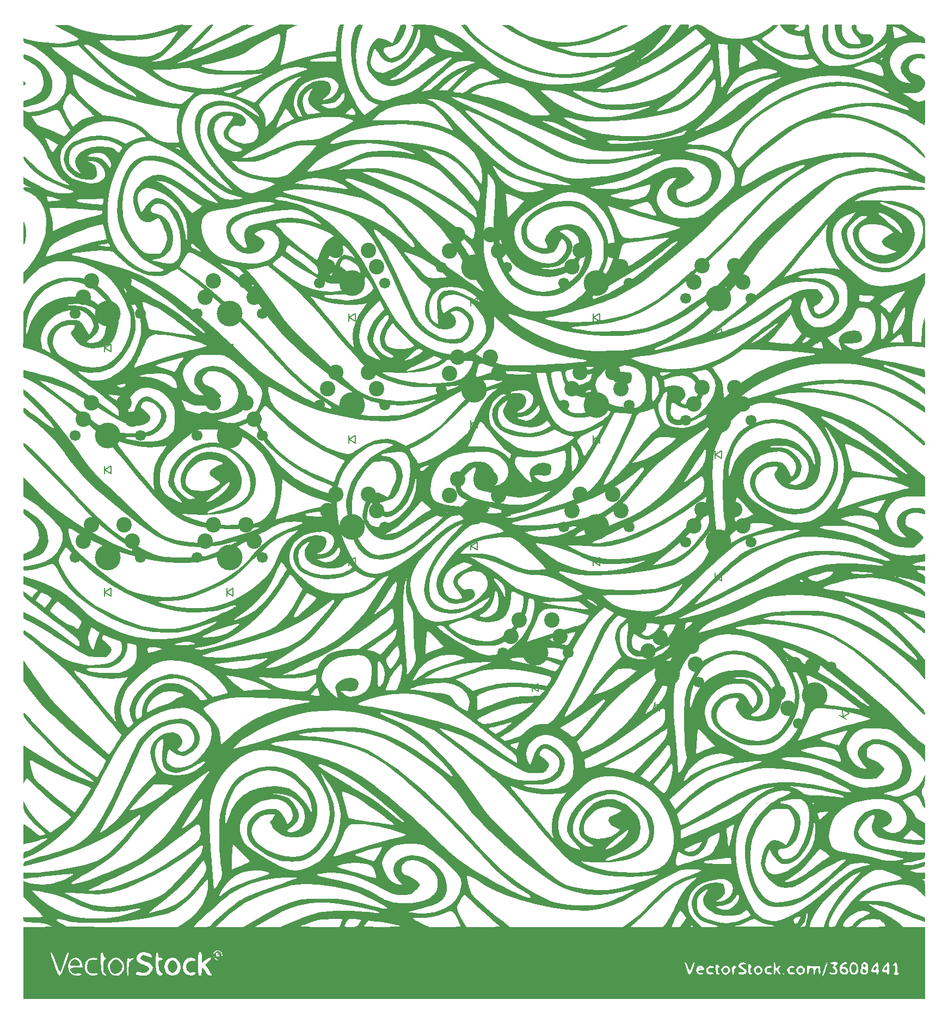
<source format=gbr>
G04 #@! TF.GenerationSoftware,KiCad,Pcbnew,7.0.8*
G04 #@! TF.CreationDate,2023-10-24T16:55:22+02:00*
G04 #@! TF.ProjectId,corne-chocolate,636f726e-652d-4636-986f-636f6c617465,2.1*
G04 #@! TF.SameCoordinates,Original*
G04 #@! TF.FileFunction,Legend,Top*
G04 #@! TF.FilePolarity,Positive*
%FSLAX46Y46*%
G04 Gerber Fmt 4.6, Leading zero omitted, Abs format (unit mm)*
G04 Created by KiCad (PCBNEW 7.0.8) date 2023-10-24 16:55:22*
%MOMM*%
%LPD*%
G01*
G04 APERTURE LIST*
%ADD10C,0.300000*%
%ADD11C,0.150000*%
%ADD12C,1.700000*%
%ADD13C,4.000000*%
%ADD14C,2.400000*%
G04 APERTURE END LIST*
D10*
X125678572Y-107249757D02*
X125535715Y-107178328D01*
X125535715Y-107178328D02*
X125321429Y-107178328D01*
X125321429Y-107178328D02*
X125107143Y-107249757D01*
X125107143Y-107249757D02*
X124964286Y-107392614D01*
X124964286Y-107392614D02*
X124892857Y-107535471D01*
X124892857Y-107535471D02*
X124821429Y-107821185D01*
X124821429Y-107821185D02*
X124821429Y-108035471D01*
X124821429Y-108035471D02*
X124892857Y-108321185D01*
X124892857Y-108321185D02*
X124964286Y-108464042D01*
X124964286Y-108464042D02*
X125107143Y-108606900D01*
X125107143Y-108606900D02*
X125321429Y-108678328D01*
X125321429Y-108678328D02*
X125464286Y-108678328D01*
X125464286Y-108678328D02*
X125678572Y-108606900D01*
X125678572Y-108606900D02*
X125750000Y-108535471D01*
X125750000Y-108535471D02*
X125750000Y-108035471D01*
X125750000Y-108035471D02*
X125464286Y-108035471D01*
X126607143Y-107178328D02*
X126607143Y-107535471D01*
X126250000Y-107392614D02*
X126607143Y-107535471D01*
X126607143Y-107535471D02*
X126964286Y-107392614D01*
X126392857Y-107821185D02*
X126607143Y-107535471D01*
X126607143Y-107535471D02*
X126821429Y-107821185D01*
X127750000Y-107178328D02*
X127750000Y-107535471D01*
X127392857Y-107392614D02*
X127750000Y-107535471D01*
X127750000Y-107535471D02*
X128107143Y-107392614D01*
X127535714Y-107821185D02*
X127750000Y-107535471D01*
X127750000Y-107535471D02*
X127964286Y-107821185D01*
X128892857Y-107178328D02*
X128892857Y-107535471D01*
X128535714Y-107392614D02*
X128892857Y-107535471D01*
X128892857Y-107535471D02*
X129250000Y-107392614D01*
X128678571Y-107821185D02*
X128892857Y-107535471D01*
X128892857Y-107535471D02*
X129107143Y-107821185D01*
D11*
G36*
X106561561Y-32957735D02*
G01*
X106473699Y-33394219D01*
X106389946Y-34023928D01*
X106320268Y-34759487D01*
X106277430Y-35448619D01*
X106279735Y-37124200D01*
X106456843Y-38691378D01*
X106825295Y-40273538D01*
X107001784Y-40851381D01*
X107266735Y-41587829D01*
X107606723Y-42405605D01*
X107993665Y-43248842D01*
X108399477Y-44061671D01*
X108796075Y-44788227D01*
X109155376Y-45372640D01*
X109449295Y-45759044D01*
X109489082Y-45799436D01*
X109965911Y-46256882D01*
X111047946Y-45503732D01*
X112129981Y-44750582D01*
X111464800Y-44496547D01*
X110639232Y-44056298D01*
X109925195Y-43402117D01*
X109314100Y-42520819D01*
X108797356Y-41399219D01*
X108366374Y-40024131D01*
X108254540Y-39568904D01*
X107936965Y-37903452D01*
X107805824Y-36415098D01*
X107862198Y-35070194D01*
X108107164Y-33835091D01*
X108470490Y-32832809D01*
X108656760Y-32458783D01*
X108837591Y-32279097D01*
X109102218Y-32223881D01*
X109251870Y-32220995D01*
X109568423Y-32245959D01*
X109710224Y-32307807D01*
X109708676Y-32326243D01*
X109171524Y-33563089D01*
X108825332Y-34834442D01*
X108652182Y-36219699D01*
X108623907Y-37132597D01*
X108744617Y-38779448D01*
X109115475Y-40305996D01*
X109505623Y-41268350D01*
X110003957Y-42188424D01*
X110540097Y-42903262D01*
X111172380Y-43487542D01*
X111333980Y-43608734D01*
X111983765Y-43918201D01*
X112747195Y-44026647D01*
X113538780Y-43930835D01*
X113897555Y-43796384D01*
X119689591Y-43796384D01*
X119885498Y-43880523D01*
X120016740Y-43931303D01*
X120497847Y-44150658D01*
X120980528Y-44449641D01*
X121499813Y-44857969D01*
X122090730Y-45405359D01*
X122788307Y-46121525D01*
X123466752Y-46858074D01*
X124388982Y-47846133D01*
X125412061Y-48889736D01*
X126498985Y-49954994D01*
X127612749Y-51008020D01*
X128716348Y-52014926D01*
X129772778Y-52941825D01*
X130745035Y-53754829D01*
X131596112Y-54420050D01*
X132162999Y-54821819D01*
X133613462Y-55627537D01*
X135272304Y-56264821D01*
X137118920Y-56727525D01*
X139132705Y-57009501D01*
X139629835Y-57049002D01*
X140561750Y-57111383D01*
X141245822Y-57153423D01*
X141714042Y-57176313D01*
X141998402Y-57181243D01*
X142130894Y-57169403D01*
X142144107Y-57142561D01*
X141997377Y-57077311D01*
X141626590Y-56933082D01*
X141072231Y-56724658D01*
X140374783Y-56466820D01*
X139574728Y-56174350D01*
X138712549Y-55862031D01*
X137828729Y-55544644D01*
X136963752Y-55236972D01*
X136158100Y-54953797D01*
X135981216Y-54892216D01*
X135183101Y-54600283D01*
X134456344Y-54296342D01*
X133773067Y-53959508D01*
X133105393Y-53568895D01*
X132425447Y-53103619D01*
X131705350Y-52542792D01*
X130917226Y-51865530D01*
X130033198Y-51050947D01*
X129025390Y-50078158D01*
X127865925Y-48926277D01*
X127420995Y-48478829D01*
X126296863Y-47361844D01*
X125326760Y-46439001D01*
X124482109Y-45691310D01*
X124349945Y-45586760D01*
X125655966Y-45586760D01*
X125719799Y-45711869D01*
X125961301Y-45999731D01*
X126352082Y-46422547D01*
X126863747Y-46952517D01*
X127467905Y-47561843D01*
X128136164Y-48222727D01*
X128840130Y-48907368D01*
X129551411Y-49587969D01*
X130241614Y-50236729D01*
X130882348Y-50825852D01*
X131445219Y-51327536D01*
X131901835Y-51713985D01*
X131969706Y-51768491D01*
X133728757Y-53020688D01*
X135574812Y-54039011D01*
X137015356Y-54658134D01*
X137786916Y-54938502D01*
X138665982Y-55231047D01*
X139579053Y-55513838D01*
X140452630Y-55764943D01*
X141213213Y-55962430D01*
X141787303Y-56084369D01*
X141804973Y-56087304D01*
X142503496Y-56150950D01*
X143420256Y-56157025D01*
X144499440Y-56108520D01*
X145685234Y-56008427D01*
X146921826Y-55859736D01*
X147427106Y-55785951D01*
X148269553Y-55644270D01*
X149137282Y-55477914D01*
X149930816Y-55307129D01*
X150550676Y-55152164D01*
X150575691Y-55145090D01*
X151069161Y-54979597D01*
X151692358Y-54733397D01*
X152401067Y-54428111D01*
X153151074Y-54085361D01*
X153898166Y-53726768D01*
X154598128Y-53373954D01*
X155206746Y-53048541D01*
X155679806Y-52772151D01*
X155973094Y-52566404D01*
X156048619Y-52468707D01*
X156033350Y-52378416D01*
X155964394Y-52324587D01*
X155807030Y-52311877D01*
X155526537Y-52344943D01*
X155088193Y-52428441D01*
X154457276Y-52567030D01*
X153599065Y-52765365D01*
X153279954Y-52840057D01*
X151963268Y-53143820D01*
X150866030Y-53383276D01*
X149936362Y-53565914D01*
X149122386Y-53699223D01*
X148372226Y-53790692D01*
X147634003Y-53847810D01*
X146855840Y-53878066D01*
X146014917Y-53888828D01*
X144922074Y-53878598D01*
X143937973Y-53829601D01*
X143026902Y-53729607D01*
X142153149Y-53566382D01*
X141281001Y-53327697D01*
X140374747Y-53001320D01*
X139398675Y-52575019D01*
X138317072Y-52036563D01*
X137094227Y-51373721D01*
X135694426Y-50574261D01*
X134788398Y-50043751D01*
X133828509Y-49490597D01*
X132804905Y-48922814D01*
X131747635Y-48355069D01*
X130686752Y-47802028D01*
X129652307Y-47278357D01*
X128674352Y-46798723D01*
X127782937Y-46377791D01*
X127008115Y-46030229D01*
X126379936Y-45770702D01*
X125928453Y-45613877D01*
X125683716Y-45574419D01*
X125655966Y-45586760D01*
X124349945Y-45586760D01*
X123734334Y-45099775D01*
X123054856Y-44645406D01*
X122415101Y-44309209D01*
X121786491Y-44072192D01*
X121140448Y-43915362D01*
X120448397Y-43819726D01*
X120404420Y-43815484D01*
X119922351Y-43771842D01*
X119692975Y-43762816D01*
X119689591Y-43796384D01*
X113897555Y-43796384D01*
X114117011Y-43714143D01*
X114517620Y-43546648D01*
X114735700Y-43472778D01*
X123486087Y-43472778D01*
X123552032Y-43546148D01*
X123837604Y-43716333D01*
X124306784Y-43964326D01*
X124923549Y-44271117D01*
X125651878Y-44617696D01*
X125683925Y-44632631D01*
X128507874Y-45967998D01*
X131084996Y-47229666D01*
X133436199Y-48428135D01*
X135582389Y-49573908D01*
X136191713Y-49910224D01*
X137601637Y-50689869D01*
X138805126Y-51339288D01*
X139838014Y-51869958D01*
X140736133Y-52293351D01*
X141535316Y-52620942D01*
X142271396Y-52864205D01*
X142980205Y-53034615D01*
X143697576Y-53143645D01*
X144459342Y-53202770D01*
X145301335Y-53223464D01*
X146259388Y-53217201D01*
X146506078Y-53213042D01*
X147344649Y-53192954D01*
X148048379Y-53160474D01*
X148688858Y-53106860D01*
X149337680Y-53023365D01*
X150066437Y-52901246D01*
X150946722Y-52731757D01*
X151698343Y-52578821D01*
X152700394Y-52364061D01*
X153540629Y-52166885D01*
X154189368Y-51995076D01*
X154616930Y-51856420D01*
X154785636Y-51769084D01*
X154881274Y-51645344D01*
X154817390Y-51596726D01*
X154547914Y-51611315D01*
X154294475Y-51642082D01*
X153364032Y-51743668D01*
X152298192Y-51830342D01*
X151173133Y-51898520D01*
X150065035Y-51944620D01*
X149050074Y-51965059D01*
X148204429Y-51956252D01*
X147909393Y-51942428D01*
X147243575Y-51894989D01*
X146632030Y-51835159D01*
X146047722Y-51753914D01*
X145463613Y-51642225D01*
X144852671Y-51491066D01*
X144187857Y-51291410D01*
X143442137Y-51034230D01*
X142713489Y-50757908D01*
X160180267Y-50757908D01*
X160272910Y-50815796D01*
X160595071Y-50859190D01*
X161095750Y-50882564D01*
X161353780Y-50885083D01*
X162494242Y-50925715D01*
X163448067Y-51058322D01*
X164298824Y-51298969D01*
X164956483Y-51577713D01*
X165389404Y-51785042D01*
X165708488Y-51935562D01*
X165843710Y-51996291D01*
X165983486Y-51946984D01*
X166264392Y-51811908D01*
X166281010Y-51803344D01*
X166604706Y-51526378D01*
X166895262Y-51028770D01*
X166998197Y-50785940D01*
X167523689Y-49683984D01*
X168212054Y-48643682D01*
X169085979Y-47641887D01*
X170168151Y-46655449D01*
X171481259Y-45661221D01*
X172991322Y-44671042D01*
X175102298Y-43473386D01*
X177156335Y-42532163D01*
X179182656Y-41836693D01*
X181210481Y-41376298D01*
X182476642Y-41204698D01*
X183664385Y-41128257D01*
X184811415Y-41154640D01*
X185972724Y-41293149D01*
X187203301Y-41553084D01*
X188558139Y-41943747D01*
X190092228Y-42474439D01*
X190184255Y-42508376D01*
X190878268Y-42747159D01*
X191322678Y-42860707D01*
X191516968Y-42853112D01*
X191460623Y-42728469D01*
X191153129Y-42490872D01*
X190593971Y-42144414D01*
X190254383Y-41950885D01*
X188691227Y-41202318D01*
X187043595Y-40663722D01*
X185271573Y-40325677D01*
X183335243Y-40178760D01*
X182711603Y-40170547D01*
X180940487Y-40243696D01*
X179282606Y-40475034D01*
X177662033Y-40882400D01*
X176002844Y-41483630D01*
X174756701Y-42039419D01*
X173939390Y-42441905D01*
X173257887Y-42816163D01*
X172650041Y-43206549D01*
X172053699Y-43657422D01*
X171406713Y-44213137D01*
X170646929Y-44918052D01*
X170419278Y-45135033D01*
X169355448Y-46112750D01*
X168380354Y-46908933D01*
X167423926Y-47565954D01*
X166416093Y-48126180D01*
X165286787Y-48631983D01*
X163965936Y-49125731D01*
X163626520Y-49242436D01*
X162849281Y-49519854D01*
X162087808Y-49815752D01*
X161391378Y-50108461D01*
X160809271Y-50376311D01*
X160390765Y-50597631D01*
X160185140Y-50750752D01*
X160180267Y-50757908D01*
X142713489Y-50757908D01*
X142588476Y-50710500D01*
X141822538Y-50401140D01*
X147740958Y-50401140D01*
X147776842Y-50478626D01*
X147930355Y-50611150D01*
X148240428Y-50699093D01*
X148730282Y-50743128D01*
X149423136Y-50743930D01*
X150342213Y-50702171D01*
X151510732Y-50618526D01*
X151795948Y-50595206D01*
X154397747Y-50328214D01*
X156744551Y-49981004D01*
X157992202Y-49742577D01*
X158707904Y-49580392D01*
X159203242Y-49432521D01*
X159536225Y-49277466D01*
X159764859Y-49093734D01*
X159776492Y-49081364D01*
X159987078Y-48834403D01*
X160063711Y-48708142D01*
X161381216Y-48708142D01*
X161498789Y-48696962D01*
X161816531Y-48586413D01*
X162281978Y-48399387D01*
X162842662Y-48158772D01*
X163446121Y-47887462D01*
X164039886Y-47608346D01*
X164571495Y-47344316D01*
X164865705Y-47187845D01*
X165421304Y-46842861D01*
X166091170Y-46370136D01*
X166786067Y-45835214D01*
X167347241Y-45365234D01*
X167976879Y-44835098D01*
X168644439Y-44311992D01*
X169266273Y-43859431D01*
X169719959Y-43563594D01*
X170358322Y-43167764D01*
X171056990Y-42707911D01*
X171632762Y-42306351D01*
X172204189Y-41917434D01*
X172897763Y-41483635D01*
X173584320Y-41085033D01*
X173737734Y-41001335D01*
X174233495Y-40730354D01*
X174608052Y-40516272D01*
X174812935Y-40387344D01*
X174833458Y-40362566D01*
X174663124Y-40385370D01*
X174286884Y-40448189D01*
X173774661Y-40539175D01*
X173570475Y-40576538D01*
X171909785Y-40958199D01*
X170434195Y-41471213D01*
X169069608Y-42151052D01*
X167741930Y-43033187D01*
X166714150Y-43858880D01*
X166311097Y-44209490D01*
X165793217Y-44667733D01*
X165193347Y-45203749D01*
X164544321Y-45787683D01*
X163878976Y-46389674D01*
X163230148Y-46979867D01*
X162630672Y-47528403D01*
X162113384Y-48005424D01*
X161711121Y-48381073D01*
X161456717Y-48625492D01*
X161381216Y-48708142D01*
X160063711Y-48708142D01*
X160072759Y-48693234D01*
X160070642Y-48685743D01*
X159932696Y-48716479D01*
X159602282Y-48832169D01*
X159145778Y-49009272D01*
X159056632Y-49045330D01*
X157475437Y-49571948D01*
X155672258Y-49959459D01*
X153670673Y-50204660D01*
X151494260Y-50304352D01*
X149911959Y-50286921D01*
X149067587Y-50260649D01*
X148466208Y-50248013D01*
X148070338Y-50252379D01*
X147842495Y-50277112D01*
X147745196Y-50325577D01*
X147740958Y-50401140D01*
X141822538Y-50401140D01*
X141599837Y-50311192D01*
X140449185Y-49827280D01*
X139109484Y-49249738D01*
X137553698Y-48569537D01*
X136753039Y-48217490D01*
X134618792Y-47286301D01*
X134469117Y-47222436D01*
X137595028Y-47222436D01*
X138016022Y-47462818D01*
X138322805Y-47620650D01*
X138832864Y-47864377D01*
X139491448Y-48169481D01*
X140243800Y-48511444D01*
X141035167Y-48865746D01*
X141810794Y-49207871D01*
X142515926Y-49513300D01*
X143095810Y-49757515D01*
X143488951Y-49913508D01*
X144072627Y-50108828D01*
X144426708Y-50178679D01*
X144541437Y-50125138D01*
X144423897Y-50030441D01*
X144100728Y-49832100D01*
X143616101Y-49554415D01*
X143014189Y-49221689D01*
X142339167Y-48858222D01*
X141635206Y-48488315D01*
X140946479Y-48136269D01*
X140726204Y-48026237D01*
X139998868Y-47683996D01*
X139424569Y-47464268D01*
X138919246Y-47339381D01*
X138480900Y-47287107D01*
X137595028Y-47222436D01*
X134469117Y-47222436D01*
X133167070Y-46666863D01*
X140985292Y-46666863D01*
X141032016Y-46792972D01*
X141290055Y-47005541D01*
X141713581Y-47278568D01*
X142256764Y-47586051D01*
X142873776Y-47901986D01*
X143518786Y-48200372D01*
X144120442Y-48445667D01*
X145496186Y-48888291D01*
X146960930Y-49208023D01*
X148592479Y-49420770D01*
X149103885Y-49464415D01*
X150459645Y-49553502D01*
X151612431Y-49593810D01*
X152635639Y-49585444D01*
X153602670Y-49528507D01*
X154181777Y-49471597D01*
X156212398Y-49140310D01*
X158052312Y-48617422D01*
X159722254Y-47895901D01*
X160934486Y-47181150D01*
X161529530Y-46753745D01*
X162097164Y-46292114D01*
X162596895Y-45835663D01*
X162988228Y-45423801D01*
X163230672Y-45095937D01*
X163284712Y-44893899D01*
X163283868Y-44764157D01*
X163341299Y-44777846D01*
X163513060Y-44740542D01*
X163717529Y-44479113D01*
X163934795Y-44045122D01*
X164144948Y-43490129D01*
X164260551Y-43095947D01*
X166292818Y-43095947D01*
X166392275Y-43056222D01*
X166653147Y-42877813D01*
X167019182Y-42599218D01*
X167023049Y-42596163D01*
X167552478Y-42218269D01*
X168184610Y-41823967D01*
X168673410Y-41555579D01*
X169128650Y-41352116D01*
X169782070Y-41094225D01*
X170563035Y-40808158D01*
X171400910Y-40520166D01*
X171872461Y-40366622D01*
X172620119Y-40124762D01*
X173264744Y-39908954D01*
X173762846Y-39734353D01*
X174070935Y-39616114D01*
X174151382Y-39572473D01*
X174021888Y-39429123D01*
X173676421Y-39291235D01*
X173179506Y-39173957D01*
X172595666Y-39092436D01*
X171989424Y-39061820D01*
X171976243Y-39061834D01*
X170720356Y-39195260D01*
X169540811Y-39574547D01*
X168475657Y-40176945D01*
X167562948Y-40979700D01*
X166840733Y-41960060D01*
X166701824Y-42215611D01*
X166490793Y-42641057D01*
X166343090Y-42960182D01*
X166292818Y-43095947D01*
X164260551Y-43095947D01*
X164328077Y-42865699D01*
X164464270Y-42223391D01*
X164528073Y-41704495D01*
X164553785Y-41104573D01*
X164512241Y-40760627D01*
X164383663Y-40667685D01*
X164148273Y-40820774D01*
X163786292Y-41214921D01*
X163579694Y-41466063D01*
X162407925Y-42820859D01*
X161285259Y-43919361D01*
X160193158Y-44777666D01*
X159113088Y-45411870D01*
X158943700Y-45492000D01*
X158213846Y-45765202D01*
X157246276Y-46034269D01*
X156083930Y-46292903D01*
X154769747Y-46534808D01*
X153346667Y-46753687D01*
X151857629Y-46943243D01*
X150345571Y-47097180D01*
X148853434Y-47209199D01*
X147424157Y-47273005D01*
X146716575Y-47285062D01*
X145772302Y-47287328D01*
X145041457Y-47276755D01*
X144456893Y-47247381D01*
X143951460Y-47193243D01*
X143458007Y-47108378D01*
X142909386Y-46986824D01*
X142647998Y-46923796D01*
X142016691Y-46782010D01*
X141489531Y-46687208D01*
X141124802Y-46648397D01*
X140985292Y-46666863D01*
X133167070Y-46666863D01*
X132716583Y-46474644D01*
X131027925Y-45775523D01*
X129534329Y-45181942D01*
X128217309Y-44686907D01*
X127058377Y-44283422D01*
X126039045Y-43964494D01*
X125140826Y-43723126D01*
X124502163Y-43582183D01*
X124026405Y-43502528D01*
X123651546Y-43464966D01*
X123486087Y-43472778D01*
X114735700Y-43472778D01*
X115092005Y-43352087D01*
X115739771Y-43163415D01*
X115997510Y-43096836D01*
X116688644Y-42908763D01*
X117216199Y-42710415D01*
X117432947Y-42591468D01*
X118727482Y-42591468D01*
X118845118Y-42577763D01*
X123772376Y-42577763D01*
X123897453Y-42681866D01*
X124211978Y-42763950D01*
X124368785Y-42783436D01*
X124781709Y-42822593D01*
X125086026Y-42854911D01*
X125139394Y-42861671D01*
X125149654Y-42858319D01*
X126526064Y-42858319D01*
X126628141Y-42926773D01*
X126958890Y-43032712D01*
X127470873Y-43163259D01*
X128116656Y-43305537D01*
X128339307Y-43350548D01*
X129424062Y-43586426D01*
X130396675Y-43850727D01*
X131332029Y-44170807D01*
X132305006Y-44574023D01*
X133390488Y-45087729D01*
X134156906Y-45475815D01*
X135911050Y-46380291D01*
X137174034Y-46377520D01*
X137770048Y-46365285D01*
X138280204Y-46334988D01*
X138623528Y-46292207D01*
X138696686Y-46272585D01*
X138755945Y-46209770D01*
X138719920Y-46084516D01*
X138568400Y-45873385D01*
X138281177Y-45552939D01*
X137838040Y-45099740D01*
X137218779Y-44490350D01*
X136858369Y-44140637D01*
X135138528Y-42476704D01*
X137314365Y-42476704D01*
X137945857Y-43051025D01*
X139483408Y-44281411D01*
X141110700Y-45250540D01*
X142851999Y-45970072D01*
X144731572Y-46451671D01*
X145184821Y-46529825D01*
X146068906Y-46612655D01*
X147127660Y-46623293D01*
X148266081Y-46567325D01*
X149389167Y-46450336D01*
X150401915Y-46277910D01*
X150716022Y-46204660D01*
X151304336Y-46042414D01*
X151953531Y-45843117D01*
X152612426Y-45625139D01*
X152723002Y-45586045D01*
X155417127Y-45586045D01*
X155426566Y-45652649D01*
X155666095Y-45641041D01*
X156098497Y-45558560D01*
X156686557Y-45412545D01*
X157393056Y-45210334D01*
X157522100Y-45170948D01*
X159037094Y-44578925D01*
X160366687Y-43796778D01*
X161099535Y-43211282D01*
X161574408Y-42746300D01*
X162102918Y-42167094D01*
X162645295Y-41524517D01*
X163161769Y-40869419D01*
X163612570Y-40252651D01*
X163957927Y-39725064D01*
X164158072Y-39337509D01*
X164179475Y-39273193D01*
X164235487Y-38835369D01*
X164204589Y-38350556D01*
X164103124Y-37921832D01*
X163947435Y-37652276D01*
X163919129Y-37631140D01*
X163782511Y-37697633D01*
X163534692Y-37942345D01*
X163226503Y-38314330D01*
X163191167Y-38360741D01*
X162153952Y-39621742D01*
X160910195Y-40942996D01*
X159511481Y-42274563D01*
X158009393Y-43566501D01*
X156960774Y-44392708D01*
X156413477Y-44809645D01*
X155942365Y-45171702D01*
X155595625Y-45441628D01*
X155421445Y-45582169D01*
X155417127Y-45586045D01*
X152723002Y-45586045D01*
X153229842Y-45406853D01*
X153754600Y-45206628D01*
X154135518Y-45042836D01*
X154321418Y-44933847D01*
X154328300Y-44908042D01*
X154176872Y-44913862D01*
X153814639Y-44974574D01*
X153303556Y-45078939D01*
X152950550Y-45157993D01*
X152266837Y-45296970D01*
X151584106Y-45390129D01*
X150818033Y-45445216D01*
X149884294Y-45469977D01*
X149523205Y-45472821D01*
X148534314Y-45465440D01*
X147713984Y-45422458D01*
X146993413Y-45327457D01*
X146303798Y-45164021D01*
X145576337Y-44915730D01*
X144742229Y-44566168D01*
X143732672Y-44098916D01*
X143699448Y-44083143D01*
X142212226Y-43421630D01*
X140908024Y-42939889D01*
X139761023Y-42630186D01*
X139303272Y-42564655D01*
X142360680Y-42564655D01*
X142568539Y-42731133D01*
X142942968Y-42962149D01*
X143438890Y-43233262D01*
X144011228Y-43520029D01*
X144614906Y-43798007D01*
X145204848Y-44042753D01*
X145300838Y-44079413D01*
X145906477Y-44284518D01*
X146532557Y-44460722D01*
X146972307Y-44556376D01*
X147840558Y-44651306D01*
X148888723Y-44687492D01*
X150022522Y-44666116D01*
X151147680Y-44588362D01*
X151926075Y-44494218D01*
X153583432Y-44201772D01*
X155001592Y-43845492D01*
X156217828Y-43409870D01*
X157269415Y-42879398D01*
X158193626Y-42238570D01*
X158916412Y-41585938D01*
X159657996Y-40821977D01*
X160408865Y-40018399D01*
X161142635Y-39206338D01*
X161832919Y-38416927D01*
X162453333Y-37681299D01*
X162977490Y-37030588D01*
X163379005Y-36495926D01*
X163631493Y-36108447D01*
X163707185Y-35933164D01*
X163768992Y-35530401D01*
X163754151Y-35289539D01*
X163634135Y-35212551D01*
X163380419Y-35301410D01*
X162964475Y-35558090D01*
X162357778Y-35984564D01*
X162293371Y-36030963D01*
X160867399Y-37036744D01*
X159572532Y-37897657D01*
X158334171Y-38659772D01*
X157077718Y-39369162D01*
X155847710Y-40011786D01*
X154288521Y-40781382D01*
X152918527Y-41408016D01*
X151691717Y-41901862D01*
X150562083Y-42273094D01*
X149483614Y-42531888D01*
X148410301Y-42688416D01*
X147296135Y-42752853D01*
X146095105Y-42735373D01*
X144761202Y-42646151D01*
X144177631Y-42592409D01*
X143522183Y-42534561D01*
X142954158Y-42495770D01*
X142541210Y-42479964D01*
X142364467Y-42487160D01*
X142360680Y-42564655D01*
X139303272Y-42564655D01*
X138745402Y-42484791D01*
X138316070Y-42470949D01*
X137314365Y-42476704D01*
X135138528Y-42476704D01*
X134819294Y-42167848D01*
X146014917Y-42167848D01*
X146694531Y-42176189D01*
X147137224Y-42150900D01*
X147750380Y-42076181D01*
X148430973Y-41965648D01*
X148745123Y-41905143D01*
X150181728Y-41552256D01*
X151735814Y-41065347D01*
X153302099Y-40481126D01*
X154775304Y-39836301D01*
X155024301Y-39715728D01*
X155545866Y-39438666D01*
X156226884Y-39046763D01*
X157026067Y-38566616D01*
X157902125Y-38024817D01*
X158813770Y-37447963D01*
X159719714Y-36862648D01*
X160578668Y-36295466D01*
X161349343Y-35773013D01*
X161990451Y-35321884D01*
X162144103Y-35206474D01*
X164957541Y-35206474D01*
X164963624Y-35349191D01*
X164991318Y-35729603D01*
X165037262Y-36305853D01*
X165098095Y-37036086D01*
X165170455Y-37878446D01*
X165191115Y-38114917D01*
X165266041Y-39019693D01*
X165327545Y-39861137D01*
X165372475Y-40587361D01*
X165397675Y-41146480D01*
X165399991Y-41486605D01*
X165397966Y-41517956D01*
X165379915Y-41896995D01*
X165435390Y-42017434D01*
X165595731Y-41898145D01*
X165747493Y-41728453D01*
X165970377Y-41419901D01*
X166237462Y-40983464D01*
X166378293Y-40727320D01*
X166592254Y-40263919D01*
X166677511Y-39868897D01*
X166662093Y-39388926D01*
X166647647Y-39253840D01*
X166619384Y-38950050D01*
X168229594Y-38950050D01*
X169611758Y-38375464D01*
X170183756Y-38134871D01*
X170652857Y-37932274D01*
X170962519Y-37792419D01*
X171056789Y-37743006D01*
X170987741Y-37628021D01*
X170753969Y-37355408D01*
X170390863Y-36964325D01*
X169933812Y-36493934D01*
X169868938Y-36428595D01*
X169390583Y-35962759D01*
X168981195Y-35591749D01*
X168680848Y-35349906D01*
X168529619Y-35271569D01*
X168522937Y-35275255D01*
X168479560Y-35447325D01*
X168429633Y-35843067D01*
X168378992Y-36405763D01*
X168333470Y-37078695D01*
X168328624Y-37164251D01*
X168229594Y-38950050D01*
X166619384Y-38950050D01*
X166603039Y-38774360D01*
X166555133Y-38115696D01*
X166510848Y-37379141D01*
X166487236Y-36905594D01*
X166416785Y-35345443D01*
X165696486Y-35260134D01*
X165287162Y-35217588D01*
X165017564Y-35200867D01*
X164957541Y-35206474D01*
X162144103Y-35206474D01*
X162460702Y-34968672D01*
X162667508Y-34792596D01*
X162686665Y-34774355D01*
X170198911Y-34774355D01*
X170524396Y-35120817D01*
X170762103Y-35319088D01*
X171196475Y-35629997D01*
X171782007Y-36024321D01*
X172473190Y-36472839D01*
X173224518Y-36946328D01*
X173990484Y-37415565D01*
X174725583Y-37851329D01*
X175187386Y-38115180D01*
X176432472Y-38693014D01*
X177624936Y-39003609D01*
X178757537Y-39046023D01*
X179281036Y-38934635D01*
X186010510Y-38934635D01*
X186161349Y-38992716D01*
X186527854Y-39107579D01*
X187054512Y-39263659D01*
X187685810Y-39445390D01*
X188366235Y-39637207D01*
X189040276Y-39823545D01*
X189652418Y-39988840D01*
X190147150Y-40117526D01*
X190468959Y-40194039D01*
X190553019Y-40208298D01*
X190668245Y-40150990D01*
X190688732Y-39921291D01*
X190651175Y-39623481D01*
X190487785Y-38996540D01*
X190198922Y-38568125D01*
X189727030Y-38264442D01*
X189526004Y-38180803D01*
X189240992Y-38077420D01*
X189004688Y-38025301D01*
X188750416Y-38031588D01*
X188411501Y-38103421D01*
X187921266Y-38247940D01*
X187420622Y-38406275D01*
X186836236Y-38598940D01*
X186373206Y-38764501D01*
X186082859Y-38883724D01*
X186010510Y-38934635D01*
X179281036Y-38934635D01*
X179823033Y-38819311D01*
X180020001Y-38744631D01*
X180626190Y-38497611D01*
X180111518Y-37970539D01*
X179794941Y-37665089D01*
X179565715Y-37529908D01*
X179323191Y-37526876D01*
X179089653Y-37583509D01*
X178548391Y-37666429D01*
X177823667Y-37687357D01*
X177004298Y-37652386D01*
X176179102Y-37567610D01*
X175436896Y-37439122D01*
X174932726Y-37298319D01*
X173534841Y-36641836D01*
X172228022Y-35725383D01*
X171789874Y-35340105D01*
X171362893Y-34959415D01*
X171064468Y-34747241D01*
X170830153Y-34668330D01*
X170596417Y-34687227D01*
X170198911Y-34774355D01*
X162686665Y-34774355D01*
X163041645Y-34436350D01*
X162293336Y-33675988D01*
X161545026Y-32915627D01*
X159463397Y-34487466D01*
X158579569Y-35151439D01*
X157784686Y-35738000D01*
X157049684Y-36263944D01*
X156345501Y-36746064D01*
X155643073Y-37201153D01*
X154913339Y-37646005D01*
X154127234Y-38097414D01*
X153255697Y-38572172D01*
X152269663Y-39087073D01*
X151140071Y-39658911D01*
X149837857Y-40304478D01*
X148333958Y-41040569D01*
X146997238Y-41690780D01*
X146014917Y-42167848D01*
X134819294Y-42167848D01*
X134760384Y-42110853D01*
X133486567Y-41678924D01*
X132212751Y-41246994D01*
X130714719Y-41428939D01*
X130035535Y-41521134D01*
X129406399Y-41623702D01*
X128913457Y-41721738D01*
X128704752Y-41776660D01*
X128295663Y-41931019D01*
X127806026Y-42146680D01*
X127310141Y-42386757D01*
X126882308Y-42614362D01*
X126596825Y-42792607D01*
X126526064Y-42858319D01*
X125149654Y-42858319D01*
X125341229Y-42795729D01*
X125672427Y-42600074D01*
X125919055Y-42424029D01*
X126668295Y-41939166D01*
X127545601Y-41544267D01*
X128605703Y-41217996D01*
X129562404Y-41003769D01*
X131072321Y-40705784D01*
X129715815Y-39821654D01*
X129067913Y-39408488D01*
X128584300Y-39149922D01*
X128195791Y-39044798D01*
X127833201Y-39091958D01*
X127427344Y-39290241D01*
X126909033Y-39638490D01*
X126722013Y-39771503D01*
X126265441Y-40121221D01*
X125748496Y-40555080D01*
X125214792Y-41031586D01*
X124707943Y-41509243D01*
X124271563Y-41946559D01*
X123949266Y-42302038D01*
X123784667Y-42534188D01*
X123772376Y-42577763D01*
X118845118Y-42577763D01*
X119460702Y-42506045D01*
X119756393Y-42457115D01*
X121456906Y-42457115D01*
X122167888Y-42461154D01*
X122878870Y-42465193D01*
X124411845Y-40826726D01*
X125944821Y-39188258D01*
X124823516Y-39779152D01*
X123959970Y-40308740D01*
X123062554Y-40989488D01*
X122579558Y-41413581D01*
X121456906Y-42457115D01*
X119756393Y-42457115D01*
X119847445Y-42442048D01*
X120166674Y-42324791D01*
X120496564Y-42110300D01*
X120915291Y-41754605D01*
X121106078Y-41580533D01*
X122337057Y-40518219D01*
X123484519Y-39683743D01*
X124588096Y-39052744D01*
X125687422Y-38600857D01*
X126206230Y-38445458D01*
X126671087Y-38308956D01*
X127005621Y-38186621D01*
X127140100Y-38104097D01*
X127140332Y-38101919D01*
X127012409Y-38017835D01*
X126677546Y-37951939D01*
X126209104Y-37908150D01*
X125680445Y-37890388D01*
X125164928Y-37902575D01*
X124735914Y-37948630D01*
X124640451Y-37968328D01*
X124389530Y-38038581D01*
X124141394Y-38137825D01*
X123867352Y-38287257D01*
X123538715Y-38508077D01*
X123126790Y-38821481D01*
X122602886Y-39248667D01*
X121938314Y-39810834D01*
X121104382Y-40529179D01*
X120700320Y-40879436D01*
X118727482Y-42591468D01*
X117432947Y-42591468D01*
X117693903Y-42448260D01*
X118235488Y-42068766D01*
X118326145Y-42000765D01*
X118765969Y-41655362D01*
X119313978Y-41203949D01*
X119935857Y-40677055D01*
X120597288Y-40105212D01*
X121263954Y-39518948D01*
X121901540Y-38948796D01*
X122475728Y-38425284D01*
X122952202Y-37978943D01*
X123296644Y-37640304D01*
X123474739Y-37439896D01*
X123491713Y-37405164D01*
X123490619Y-37330154D01*
X123455915Y-37295688D01*
X123340473Y-37314818D01*
X123097161Y-37400598D01*
X122678851Y-37566081D01*
X122170512Y-37771086D01*
X121652200Y-38008344D01*
X120962299Y-38365065D01*
X120163725Y-38806514D01*
X119319397Y-39297955D01*
X118529706Y-39781068D01*
X117755619Y-40260623D01*
X117022456Y-40702012D01*
X116377865Y-41077527D01*
X115869494Y-41359462D01*
X115544994Y-41520111D01*
X115525061Y-41528215D01*
X114643766Y-41740573D01*
X113724156Y-41728846D01*
X112864876Y-41496761D01*
X112703727Y-41421595D01*
X112172091Y-41075888D01*
X111849457Y-40795341D01*
X113949505Y-40795341D01*
X114071211Y-40834865D01*
X114387222Y-40808240D01*
X114822966Y-40729782D01*
X115303865Y-40613806D01*
X115755345Y-40474627D01*
X115896134Y-40421672D01*
X116225589Y-40247438D01*
X116716029Y-39934973D01*
X117310519Y-39522914D01*
X117952124Y-39049898D01*
X118211603Y-38850409D01*
X118851165Y-38362009D01*
X119459683Y-37914629D01*
X119981971Y-37547636D01*
X120362844Y-37300394D01*
X120465291Y-37242790D01*
X121017322Y-36960249D01*
X120324960Y-36350157D01*
X119950069Y-36036806D01*
X119648155Y-35815172D01*
X119492266Y-35735790D01*
X119349273Y-35837963D01*
X119085246Y-36114946D01*
X118746599Y-36516312D01*
X118580111Y-36726802D01*
X117949071Y-37482083D01*
X117230705Y-38246097D01*
X116479485Y-38968179D01*
X115749883Y-39597663D01*
X115096370Y-40083882D01*
X114741131Y-40297566D01*
X114332492Y-40523261D01*
X114046569Y-40704410D01*
X113949505Y-40795341D01*
X111849457Y-40795341D01*
X111610808Y-40587823D01*
X111087968Y-40029825D01*
X110671666Y-39474318D01*
X110434641Y-39008155D01*
X110307681Y-38269179D01*
X110307822Y-38266098D01*
X110913165Y-38266098D01*
X111163418Y-38921403D01*
X111591574Y-39406366D01*
X112150924Y-39685526D01*
X112794758Y-39723424D01*
X112826520Y-39718640D01*
X113175917Y-39621963D01*
X113685042Y-39431797D01*
X114263936Y-39182823D01*
X114485274Y-39079154D01*
X115564088Y-38447608D01*
X116528926Y-37661357D01*
X117348186Y-36761547D01*
X117990264Y-35789327D01*
X118423555Y-34785844D01*
X118572260Y-34019893D01*
X120831564Y-34019893D01*
X120890477Y-34385893D01*
X121024574Y-34815833D01*
X121210205Y-35215422D01*
X121233105Y-35254048D01*
X121662814Y-35713255D01*
X122328817Y-36061515D01*
X123240853Y-36302907D01*
X123982873Y-36405722D01*
X124545608Y-36464046D01*
X124991716Y-36512933D01*
X125255550Y-36545064D01*
X125298122Y-36552368D01*
X125268362Y-36480484D01*
X125180111Y-36366099D01*
X124959327Y-36169962D01*
X124566275Y-35886820D01*
X124048043Y-35544584D01*
X123451715Y-35171166D01*
X122824379Y-34794475D01*
X122213120Y-34442423D01*
X121665027Y-34142920D01*
X121227184Y-33923877D01*
X120946678Y-33813206D01*
X120871481Y-33812129D01*
X120831564Y-34019893D01*
X118572260Y-34019893D01*
X118616456Y-33792245D01*
X118621340Y-33694102D01*
X118609234Y-33161921D01*
X118538219Y-32883433D01*
X118426458Y-32865656D01*
X118292116Y-33115606D01*
X118178353Y-33522999D01*
X117863282Y-34526059D01*
X117390806Y-35518413D01*
X116818369Y-36386729D01*
X116589579Y-36657326D01*
X115783788Y-37417655D01*
X115014513Y-37902273D01*
X114285259Y-38111322D01*
X113599532Y-38044941D01*
X112960837Y-37703273D01*
X112372679Y-37086460D01*
X111982283Y-36471729D01*
X111774648Y-36141473D01*
X111607096Y-35959662D01*
X111551837Y-35947010D01*
X111418494Y-36142469D01*
X111264544Y-36529312D01*
X111113610Y-37021766D01*
X110989312Y-37534060D01*
X110915272Y-37980420D01*
X110913165Y-38266098D01*
X110307822Y-38266098D01*
X110346526Y-37421610D01*
X110529742Y-36546859D01*
X110835892Y-35726339D01*
X111243541Y-35041461D01*
X111571073Y-34691988D01*
X111932802Y-34434438D01*
X112272378Y-34345144D01*
X112643749Y-34363769D01*
X113239510Y-34527902D01*
X113741832Y-34810021D01*
X114237941Y-35188422D01*
X114865379Y-33863886D01*
X115126205Y-33298786D01*
X115334014Y-32820971D01*
X115463082Y-32491269D01*
X115492818Y-32380172D01*
X115617015Y-32274490D01*
X115927103Y-32222389D01*
X115995128Y-32220995D01*
X116325385Y-32236475D01*
X116444212Y-32334416D01*
X116420796Y-32592070D01*
X116403588Y-32677072D01*
X116293381Y-33037213D01*
X116096420Y-33535468D01*
X115866195Y-34041033D01*
X115423143Y-34779800D01*
X114913489Y-35277301D01*
X114287934Y-35572402D01*
X113794379Y-35674280D01*
X113252451Y-35788460D01*
X112961323Y-35968462D01*
X112894066Y-36239623D01*
X112953355Y-36465607D01*
X113148769Y-36781170D01*
X113455495Y-37099388D01*
X113780914Y-37336727D01*
X114003179Y-37412477D01*
X114573809Y-37301730D01*
X115177737Y-37012620D01*
X115687810Y-36609932D01*
X116129068Y-36056901D01*
X116580684Y-35323338D01*
X116992105Y-34502684D01*
X117312779Y-33688379D01*
X117373772Y-33493590D01*
X117516185Y-32998404D01*
X117572961Y-32705150D01*
X117534127Y-32545489D01*
X117389713Y-32451083D01*
X117211879Y-32384099D01*
X117107422Y-32323808D01*
X117193950Y-32281135D01*
X117495994Y-32253255D01*
X118038085Y-32237344D01*
X118532373Y-32232073D01*
X119306236Y-32234357D01*
X119891863Y-32261201D01*
X120381420Y-32325089D01*
X120867075Y-32438503D01*
X121440995Y-32613927D01*
X121504574Y-32634637D01*
X122791319Y-33108154D01*
X123957503Y-33660437D01*
X125063234Y-34329288D01*
X126168621Y-35152509D01*
X127333773Y-36167902D01*
X127758505Y-36567729D01*
X128559289Y-37320226D01*
X129230540Y-37911431D01*
X129834064Y-38385386D01*
X130431669Y-38786127D01*
X131085161Y-39157696D01*
X131856350Y-39544129D01*
X132095928Y-39658221D01*
X133773203Y-40385139D01*
X135342869Y-40917650D01*
X136880931Y-41273615D01*
X138463394Y-41470895D01*
X140050829Y-41527611D01*
X141800912Y-41458885D01*
X143422860Y-41241227D01*
X145036376Y-40857412D01*
X145348006Y-40765455D01*
X145816550Y-40596264D01*
X146377001Y-40352951D01*
X146980727Y-40062004D01*
X147579097Y-39749914D01*
X148123479Y-39443172D01*
X148565243Y-39168267D01*
X148855758Y-38951691D01*
X148946391Y-38819931D01*
X148939649Y-38809029D01*
X148772322Y-38812161D01*
X148392644Y-38900576D01*
X147850767Y-39060233D01*
X147196838Y-39277090D01*
X146925526Y-39372963D01*
X145706938Y-39790641D01*
X144663697Y-40096593D01*
X143720590Y-40305544D01*
X142802401Y-40432223D01*
X141833916Y-40491353D01*
X141166358Y-40500553D01*
X139292811Y-40396544D01*
X137434141Y-40077487D01*
X135548643Y-39532830D01*
X133594615Y-38752024D01*
X132822705Y-38389873D01*
X131921368Y-37916465D01*
X130906187Y-37326609D01*
X129850782Y-36667752D01*
X128828776Y-35987342D01*
X127913789Y-35332827D01*
X127185395Y-34756728D01*
X126791039Y-34393947D01*
X126352311Y-33948423D01*
X125914221Y-33471524D01*
X125521779Y-33014617D01*
X125219994Y-32629068D01*
X125053876Y-32366244D01*
X125035359Y-32303012D01*
X125156804Y-32243721D01*
X125426097Y-32220995D01*
X125771504Y-32308198D01*
X126045452Y-32609329D01*
X126073707Y-32655843D01*
X126410126Y-33114379D01*
X126924833Y-33680127D01*
X127563849Y-34302737D01*
X128273200Y-34931861D01*
X128998907Y-35517149D01*
X129620163Y-35963975D01*
X130698185Y-36631832D01*
X131920295Y-37299161D01*
X133222346Y-37937355D01*
X134540191Y-38517809D01*
X135809682Y-39011917D01*
X136966671Y-39391071D01*
X137746704Y-39587974D01*
X139817688Y-39880455D01*
X141887505Y-39900744D01*
X143928276Y-39650439D01*
X145912124Y-39131137D01*
X145950801Y-39118095D01*
X146554351Y-38898598D01*
X147268327Y-38614951D01*
X148051253Y-38286287D01*
X148861651Y-37931740D01*
X148921872Y-37904420D01*
X152400000Y-37904420D01*
X152470166Y-37974586D01*
X152540332Y-37904420D01*
X152470166Y-37834254D01*
X152400000Y-37904420D01*
X148921872Y-37904420D01*
X149658043Y-37570444D01*
X150398953Y-37221534D01*
X151042902Y-36904144D01*
X151548415Y-36637407D01*
X151874012Y-36440458D01*
X151979006Y-36337203D01*
X151958383Y-36217824D01*
X151865666Y-36169648D01*
X151654581Y-36199980D01*
X151278856Y-36316123D01*
X150692216Y-36525380D01*
X150620347Y-36551644D01*
X149645838Y-36875317D01*
X148724668Y-37101889D01*
X147773115Y-37244097D01*
X146707456Y-37314679D01*
X145523757Y-37327076D01*
X144299204Y-37288916D01*
X143174172Y-37185339D01*
X142069635Y-37001991D01*
X140906568Y-36724512D01*
X139605944Y-36338548D01*
X139007386Y-36143215D01*
X138103796Y-35811612D01*
X137056652Y-35377712D01*
X135935657Y-34874747D01*
X134810513Y-34335952D01*
X133750924Y-33794559D01*
X132826594Y-33283801D01*
X132192266Y-32893908D01*
X131280111Y-32291160D01*
X131902454Y-32246741D01*
X132282638Y-32245931D01*
X132610743Y-32330420D01*
X132987134Y-32536443D01*
X133306647Y-32753698D01*
X134439655Y-33475694D01*
X135573671Y-34026938D01*
X136790858Y-34439252D01*
X138173382Y-34744459D01*
X138647514Y-34822167D01*
X140206109Y-34995298D01*
X141659080Y-35008774D01*
X143077340Y-34853578D01*
X144531804Y-34520698D01*
X146093386Y-34001119D01*
X146576243Y-33814296D01*
X147344607Y-33501850D01*
X148091465Y-33185663D01*
X148743842Y-32897457D01*
X149228760Y-32668956D01*
X149329093Y-32617624D01*
X149932192Y-32347035D01*
X150426751Y-32244537D01*
X150662242Y-32248130D01*
X150853407Y-32270694D01*
X150941712Y-32310901D01*
X150901091Y-32387149D01*
X150705480Y-32517840D01*
X150328815Y-32721373D01*
X149745031Y-33016147D01*
X149172376Y-33299880D01*
X147485562Y-34087830D01*
X145960205Y-34698743D01*
X144551233Y-35145627D01*
X143213576Y-35441494D01*
X141902163Y-35599353D01*
X141087723Y-35633552D01*
X140546426Y-35651557D01*
X140154946Y-35685103D01*
X139963471Y-35728641D01*
X139966075Y-35757595D01*
X140174215Y-35835763D01*
X140588581Y-35964101D01*
X141143559Y-36122972D01*
X141611465Y-36250049D01*
X142177834Y-36394098D01*
X142666933Y-36497511D01*
X143145977Y-36566972D01*
X143682182Y-36609164D01*
X144342766Y-36630774D01*
X145194944Y-36638485D01*
X145523757Y-36639113D01*
X146474535Y-36635266D01*
X147208027Y-36618007D01*
X147787497Y-36581828D01*
X148276212Y-36521222D01*
X148737436Y-36430679D01*
X149172376Y-36321446D01*
X150462613Y-35887011D01*
X151836530Y-35267042D01*
X153213421Y-34503486D01*
X154512579Y-33638293D01*
X154905411Y-33341589D01*
X155501373Y-32879909D01*
X155929784Y-32565652D01*
X156243160Y-32372048D01*
X156494014Y-32272327D01*
X156734860Y-32239718D01*
X157018212Y-32247451D01*
X157048196Y-32249247D01*
X157738057Y-32291160D01*
X157211131Y-33180457D01*
X156695790Y-33934578D01*
X156011992Y-34769119D01*
X155226824Y-35611889D01*
X154407375Y-36390698D01*
X153652227Y-37010051D01*
X153214910Y-37341111D01*
X152879728Y-37606021D01*
X152698469Y-37763370D01*
X152680663Y-37786987D01*
X152788673Y-37775190D01*
X153078434Y-37635949D01*
X153498545Y-37398064D01*
X153997607Y-37090336D01*
X154421714Y-36811490D01*
X155403818Y-36080793D01*
X156410836Y-35216111D01*
X157354452Y-34298849D01*
X158146349Y-33410409D01*
X158242857Y-33289422D01*
X159065746Y-32240171D01*
X159807424Y-32230583D01*
X160232321Y-32232738D01*
X160431489Y-32270305D01*
X160459672Y-32368373D01*
X160398895Y-32501657D01*
X160321280Y-32727441D01*
X160431054Y-32753012D01*
X160718921Y-32578372D01*
X160819890Y-32501657D01*
X161303623Y-32280671D01*
X161778979Y-32224115D01*
X162153317Y-32252614D01*
X162489839Y-32369628D01*
X162880679Y-32615908D01*
X163182294Y-32844803D01*
X163723300Y-33230032D01*
X164319689Y-33596087D01*
X164749172Y-33818950D01*
X165957103Y-34224070D01*
X167267342Y-34411961D01*
X168622928Y-34390780D01*
X169966900Y-34168687D01*
X171242298Y-33753840D01*
X172392161Y-33154397D01*
X173099119Y-32622968D01*
X173538402Y-32319772D01*
X173931424Y-32242686D01*
X173970615Y-32246240D01*
X174361879Y-32291160D01*
X173745079Y-32890937D01*
X173267519Y-33304417D01*
X172727938Y-33699119D01*
X172447155Y-33873257D01*
X172073965Y-34097472D01*
X171826504Y-34274161D01*
X171765889Y-34344720D01*
X171861475Y-34480790D01*
X172107197Y-34735107D01*
X172323573Y-34937603D01*
X173089834Y-35503096D01*
X174042633Y-36012765D01*
X175103285Y-36439334D01*
X176193106Y-36755525D01*
X177233414Y-36934061D01*
X178126833Y-36949385D01*
X178579848Y-36897748D01*
X178908908Y-36839211D01*
X179023023Y-36798340D01*
X179015563Y-36637238D01*
X178913438Y-36305431D01*
X178799323Y-36018365D01*
X178602255Y-35476298D01*
X178451558Y-34913580D01*
X178412525Y-34697165D01*
X178327624Y-34077743D01*
X177473435Y-33981103D01*
X176550283Y-33816665D01*
X175832512Y-33538316D01*
X175256785Y-33113149D01*
X174828338Y-32606906D01*
X174553265Y-32220995D01*
X176141550Y-32225458D01*
X176850975Y-32231637D01*
X177300722Y-32255077D01*
X177511758Y-32310258D01*
X177505053Y-32411664D01*
X177301577Y-32573779D01*
X176958011Y-32789361D01*
X176835163Y-32936489D01*
X176929294Y-33061443D01*
X177176860Y-33150802D01*
X177514314Y-33191146D01*
X177878110Y-33169054D01*
X178204701Y-33071106D01*
X178230220Y-33058046D01*
X178449605Y-32804523D01*
X178501658Y-32566886D01*
X178564448Y-32299402D01*
X178796457Y-32221226D01*
X178818443Y-32220995D01*
X178978146Y-32239101D01*
X179074424Y-32332023D01*
X179125275Y-32557661D01*
X179148694Y-32973917D01*
X179156470Y-33308564D01*
X179258983Y-34298438D01*
X179511128Y-35284299D01*
X179887059Y-36221478D01*
X180360932Y-37065306D01*
X180906900Y-37771116D01*
X181499119Y-38294239D01*
X182111743Y-38590006D01*
X182227797Y-38616716D01*
X182844111Y-38671874D01*
X183643202Y-38656466D01*
X184538358Y-38578332D01*
X185442865Y-38445312D01*
X186270013Y-38265248D01*
X186347922Y-38244186D01*
X186967109Y-38047860D01*
X187627053Y-37796838D01*
X187971342Y-37647970D01*
X190160825Y-37647970D01*
X190284566Y-37693923D01*
X190449475Y-37584295D01*
X190573601Y-37406842D01*
X190663917Y-37209459D01*
X190580012Y-37215552D01*
X190438207Y-37300267D01*
X190203182Y-37498069D01*
X190160825Y-37647970D01*
X187971342Y-37647970D01*
X188276951Y-37515827D01*
X188865998Y-37229534D01*
X189343390Y-36962663D01*
X189658325Y-36739921D01*
X189759997Y-36586015D01*
X189759783Y-36584991D01*
X189798563Y-36473423D01*
X189852368Y-36491129D01*
X190134714Y-36508848D01*
X190483358Y-36255647D01*
X190869231Y-35772701D01*
X191098518Y-35420324D01*
X191233564Y-35174814D01*
X191250267Y-35104879D01*
X191120488Y-35158055D01*
X190813655Y-35336841D01*
X190384458Y-35608520D01*
X190149172Y-35763561D01*
X188914396Y-36534632D01*
X187821528Y-37098042D01*
X186836440Y-37464724D01*
X185924999Y-37645606D01*
X185053078Y-37651621D01*
X184507722Y-37570344D01*
X183382995Y-37233406D01*
X182487658Y-36734768D01*
X181821923Y-36074743D01*
X181386001Y-35253643D01*
X181180101Y-34271780D01*
X181204434Y-33129468D01*
X181258028Y-32747238D01*
X181344279Y-32397327D01*
X181491024Y-32248733D01*
X181712561Y-32221526D01*
X182080111Y-32222057D01*
X182080123Y-33519592D01*
X182090372Y-34176846D01*
X182131631Y-34640390D01*
X182219691Y-34996767D01*
X182370346Y-35332518D01*
X182431350Y-35444377D01*
X182868383Y-36017136D01*
X183471569Y-36440456D01*
X184279057Y-36736481D01*
X184872635Y-36861389D01*
X185932688Y-36935207D01*
X186943432Y-36779637D01*
X187935747Y-36383234D01*
X188940511Y-35734552D01*
X189741175Y-35056800D01*
X190369276Y-34431914D01*
X190788336Y-33897825D01*
X191030089Y-33401115D01*
X191126271Y-32888370D01*
X191131492Y-32716662D01*
X191131492Y-32715864D01*
X192137774Y-32715864D01*
X192161045Y-33056592D01*
X192218382Y-33477882D01*
X192295264Y-33889495D01*
X192377166Y-34201194D01*
X192449049Y-34322762D01*
X192656308Y-34287777D01*
X193049239Y-34199181D01*
X193538748Y-34077182D01*
X194472522Y-33834807D01*
X193846753Y-33292039D01*
X193477980Y-33024004D01*
X193046307Y-32783123D01*
X192629308Y-32603771D01*
X192304556Y-32520326D01*
X192163092Y-32545933D01*
X192137774Y-32715864D01*
X191131492Y-32715864D01*
X191131492Y-32220995D01*
X192385948Y-32220995D01*
X193640405Y-32220995D01*
X194714695Y-32991762D01*
X195281371Y-33370667D01*
X195857787Y-33710504D01*
X196345548Y-33954603D01*
X196477366Y-34007021D01*
X196886432Y-34170693D01*
X197091865Y-34325497D01*
X197161077Y-34535404D01*
X197165746Y-34660271D01*
X197165746Y-35069030D01*
X195992861Y-34978875D01*
X194858871Y-34978330D01*
X193908249Y-35174739D01*
X193113020Y-35580374D01*
X192445210Y-36207509D01*
X192099054Y-36687309D01*
X191773798Y-37386946D01*
X191688799Y-38104912D01*
X191847773Y-38870821D01*
X192254441Y-39714288D01*
X192533614Y-40147991D01*
X193022574Y-40721157D01*
X193586518Y-41078015D01*
X194315415Y-41273919D01*
X194379468Y-41283700D01*
X194990608Y-41373218D01*
X194308482Y-40694620D01*
X193830900Y-40177923D01*
X193543715Y-39742182D01*
X193406274Y-39309016D01*
X193376796Y-38898357D01*
X193508548Y-38305507D01*
X193869699Y-37757845D01*
X194409093Y-37292819D01*
X195075573Y-36947875D01*
X195817981Y-36760461D01*
X196323757Y-36741199D01*
X196767898Y-36775025D01*
X197004399Y-36841679D01*
X197106235Y-36979172D01*
X197139847Y-37166254D01*
X197152258Y-37401007D01*
X197070115Y-37499758D01*
X196823128Y-37499054D01*
X196563861Y-37465724D01*
X195854156Y-37477522D01*
X195275850Y-37703736D01*
X194865007Y-38116701D01*
X194657692Y-38688750D01*
X194639779Y-38941759D01*
X194753110Y-39372130D01*
X195104205Y-39695629D01*
X195668165Y-39917000D01*
X196144180Y-40105648D01*
X196618422Y-40380280D01*
X196685568Y-40429249D01*
X197066310Y-40866563D01*
X197186875Y-41369848D01*
X197044285Y-41892739D01*
X196801172Y-42229747D01*
X196449944Y-42547729D01*
X196060367Y-42747018D01*
X195556601Y-42851732D01*
X194862807Y-42885990D01*
X194735892Y-42886544D01*
X193727625Y-42886900D01*
X194774366Y-43583511D01*
X195401273Y-43971475D01*
X195848707Y-44178154D01*
X196141301Y-44214908D01*
X196142598Y-44214647D01*
X196551953Y-44130870D01*
X196805664Y-44078654D01*
X197147240Y-44008137D01*
X197156979Y-45981712D01*
X197155776Y-46785411D01*
X197140976Y-47341190D01*
X197109684Y-47681588D01*
X197059004Y-47839144D01*
X196990818Y-47849435D01*
X196785451Y-47721982D01*
X196426359Y-47495815D01*
X196050173Y-47257301D01*
X194292850Y-46294858D01*
X192452956Y-45582177D01*
X190560329Y-45126639D01*
X188644807Y-44935623D01*
X186912670Y-44997317D01*
X186340160Y-45071847D01*
X185658636Y-45185406D01*
X184926217Y-45325300D01*
X184201022Y-45478832D01*
X183541168Y-45633306D01*
X183004776Y-45776028D01*
X182649962Y-45894302D01*
X182544890Y-45951422D01*
X182633819Y-45991670D01*
X182949894Y-46028137D01*
X183439602Y-46056147D01*
X183888500Y-46068790D01*
X185414173Y-46185736D01*
X186995222Y-46489864D01*
X188662408Y-46990111D01*
X190446494Y-47695411D01*
X192004762Y-48426313D01*
X192802573Y-48835981D01*
X193453865Y-49207529D01*
X194025916Y-49589963D01*
X194586004Y-50032285D01*
X195201406Y-50583500D01*
X195937846Y-51291089D01*
X196569918Y-51938581D01*
X196975596Y-52422139D01*
X197155627Y-52742688D01*
X197165746Y-52807220D01*
X197134322Y-52914049D01*
X197020709Y-52891357D01*
X196795895Y-52718162D01*
X196430866Y-52373486D01*
X196078177Y-52020764D01*
X194726580Y-50829045D01*
X193138959Y-49743463D01*
X191346703Y-48784934D01*
X190948620Y-48602347D01*
X189343070Y-47920879D01*
X187913830Y-47396881D01*
X186611163Y-47021468D01*
X185385328Y-46785758D01*
X184186586Y-46680868D01*
X182965199Y-46697913D01*
X181671427Y-46828010D01*
X181308288Y-46880596D01*
X180221358Y-47073108D01*
X179264957Y-47309851D01*
X178382839Y-47616657D01*
X177518761Y-48019355D01*
X176616477Y-48543775D01*
X175619744Y-49215747D01*
X174611024Y-49956280D01*
X173195596Y-51043807D01*
X171976317Y-52024310D01*
X170961792Y-52890141D01*
X170160621Y-53633652D01*
X169581407Y-54247195D01*
X169232751Y-54723122D01*
X169216257Y-54752832D01*
X169035140Y-55160914D01*
X168861100Y-55674405D01*
X168712139Y-56219402D01*
X168606257Y-56721999D01*
X168561456Y-57108291D01*
X168594971Y-57303626D01*
X168795761Y-57308276D01*
X169220513Y-57145602D01*
X169868214Y-56816083D01*
X170737850Y-56320200D01*
X170993923Y-56167831D01*
X172453627Y-55347798D01*
X173895415Y-54658297D01*
X175400427Y-54066342D01*
X177049806Y-53538948D01*
X178291161Y-53201414D01*
X179851717Y-52820228D01*
X181223845Y-52530970D01*
X182480602Y-52323598D01*
X183695044Y-52188072D01*
X184940228Y-52114354D01*
X186289211Y-52092401D01*
X186360221Y-52092481D01*
X187437389Y-52103516D01*
X188358847Y-52141615D01*
X189171605Y-52220741D01*
X189922669Y-52354859D01*
X190659048Y-52557933D01*
X191427750Y-52843928D01*
X192275782Y-53226807D01*
X193250153Y-53720536D01*
X194397870Y-54339079D01*
X194953198Y-54645137D01*
X197161092Y-55866851D01*
X197163419Y-56393094D01*
X197139664Y-56731481D01*
X197077847Y-56910736D01*
X197058598Y-56919337D01*
X196896277Y-56878693D01*
X196511661Y-56765876D01*
X195949666Y-56594557D01*
X195255210Y-56378408D01*
X194567169Y-56161011D01*
X193401862Y-55798776D01*
X192450197Y-55524607D01*
X191663076Y-55327885D01*
X190991402Y-55197987D01*
X190386075Y-55124293D01*
X189797998Y-55096181D01*
X189639425Y-55095028D01*
X188821956Y-55128800D01*
X187853331Y-55221151D01*
X186825688Y-55358630D01*
X185831164Y-55527788D01*
X184961895Y-55715176D01*
X184485524Y-55847364D01*
X184152778Y-55954886D01*
X183849100Y-56062601D01*
X183557626Y-56184435D01*
X183261489Y-56334314D01*
X182943824Y-56526163D01*
X182587767Y-56773908D01*
X182176452Y-57091475D01*
X181693014Y-57492788D01*
X181120587Y-57991775D01*
X180442307Y-58602359D01*
X179641307Y-59338468D01*
X178700724Y-60214027D01*
X177603691Y-61242961D01*
X176333343Y-62439196D01*
X175145578Y-63559360D01*
X174141600Y-64514200D01*
X173309518Y-65327971D01*
X172610770Y-66045289D01*
X172006796Y-66710773D01*
X171459036Y-67369041D01*
X170928929Y-68064709D01*
X170377914Y-68842397D01*
X169767430Y-69746721D01*
X169665729Y-69900000D01*
X168017302Y-72229395D01*
X166251775Y-74401708D01*
X164615508Y-76183322D01*
X163354543Y-77446739D01*
X162197960Y-78509050D01*
X161098126Y-79405076D01*
X160007408Y-80169641D01*
X158878174Y-80837568D01*
X157662790Y-81443681D01*
X157043117Y-81719314D01*
X156247954Y-82066021D01*
X155682935Y-82325536D01*
X155317677Y-82515066D01*
X155121798Y-82651817D01*
X155064918Y-82752994D01*
X155099322Y-82820132D01*
X155255995Y-82806340D01*
X155637365Y-82711539D01*
X156203724Y-82548856D01*
X156915365Y-82331419D01*
X157732580Y-82072356D01*
X158615661Y-81784795D01*
X159524900Y-81481862D01*
X160420589Y-81176686D01*
X161263022Y-80882394D01*
X162012489Y-80612113D01*
X162629284Y-80378972D01*
X162794911Y-80310817D01*
X164238844Y-80310817D01*
X164417559Y-80297268D01*
X164810313Y-80200444D01*
X165433258Y-80016311D01*
X166302549Y-79740836D01*
X166386178Y-79713773D01*
X167706657Y-79248200D01*
X168882262Y-78742841D01*
X170014389Y-78147803D01*
X171204432Y-77413191D01*
X171609611Y-77143478D01*
X173222642Y-76081033D01*
X174733920Y-75139233D01*
X176102050Y-74343389D01*
X176844167Y-73942734D01*
X177394127Y-73671420D01*
X177839200Y-73505492D01*
X178296334Y-73414678D01*
X178882475Y-73368702D01*
X179098135Y-73359239D01*
X180326103Y-73310191D01*
X180817195Y-73801283D01*
X181106578Y-74146702D01*
X181283011Y-74465329D01*
X181308288Y-74582189D01*
X181201524Y-74906029D01*
X180933170Y-75288905D01*
X180581134Y-75643522D01*
X180223321Y-75882584D01*
X180112073Y-75922567D01*
X179865962Y-76029765D01*
X179820731Y-76238561D01*
X179849959Y-76393478D01*
X180013710Y-76789508D01*
X180195768Y-77046104D01*
X180532817Y-77218132D01*
X180968416Y-77186760D01*
X181454787Y-76988091D01*
X181944154Y-76658225D01*
X182388738Y-76233264D01*
X182740763Y-75749307D01*
X182952451Y-75242457D01*
X182992266Y-74933043D01*
X182892503Y-74416040D01*
X182632960Y-73835722D01*
X182273255Y-73303808D01*
X181955024Y-72989407D01*
X181346547Y-72660593D01*
X180528152Y-72415206D01*
X179559350Y-72258064D01*
X178499652Y-72193986D01*
X177408570Y-72227789D01*
X176345616Y-72364291D01*
X175777540Y-72489271D01*
X175112821Y-72687974D01*
X174456375Y-72945390D01*
X173772218Y-73282688D01*
X173024370Y-73721036D01*
X172176848Y-74281604D01*
X171193670Y-74985561D01*
X170038855Y-75854075D01*
X169974482Y-75903334D01*
X169120322Y-76556090D01*
X168238569Y-77227599D01*
X167387601Y-77873569D01*
X166625799Y-78449705D01*
X166011539Y-78911714D01*
X165871824Y-79016169D01*
X165309449Y-79437628D01*
X164823486Y-79805207D01*
X164461112Y-80082979D01*
X164269504Y-80235019D01*
X164258011Y-80245124D01*
X164238844Y-80310817D01*
X162794911Y-80310817D01*
X163073698Y-80196097D01*
X163169046Y-80152245D01*
X163660254Y-79875680D01*
X164325668Y-79431981D01*
X165173300Y-78815324D01*
X166211159Y-78019881D01*
X167439318Y-77046200D01*
X168873766Y-75890911D01*
X170110849Y-74885024D01*
X171175092Y-74006082D01*
X172091022Y-73231626D01*
X172883163Y-72539201D01*
X173576043Y-71906347D01*
X174015913Y-71482420D01*
X177392321Y-71482420D01*
X177564100Y-71565556D01*
X178002875Y-71624461D01*
X178705287Y-71655970D01*
X179086372Y-71660303D01*
X179997939Y-71682208D01*
X180732260Y-71738343D01*
X181244978Y-71824858D01*
X181350669Y-71856773D01*
X182217503Y-72283152D01*
X182924250Y-72866293D01*
X183442911Y-73565442D01*
X183745483Y-74339850D01*
X183803966Y-75148763D01*
X183771915Y-75380563D01*
X183550952Y-75925846D01*
X183123015Y-76495288D01*
X182550618Y-77034641D01*
X181896276Y-77489660D01*
X181222503Y-77806097D01*
X180866987Y-77901287D01*
X180348496Y-77908444D01*
X179899498Y-77712747D01*
X179502072Y-77295013D01*
X179138295Y-76636059D01*
X178790244Y-75716702D01*
X178771139Y-75658009D01*
X178409128Y-74538025D01*
X178160666Y-74917226D01*
X177838120Y-75645143D01*
X177760194Y-76419052D01*
X177906805Y-77191656D01*
X178257868Y-77915655D01*
X178793299Y-78543752D01*
X179493014Y-79028647D01*
X179993893Y-79234529D01*
X180530519Y-79308652D01*
X181204856Y-79267351D01*
X181905143Y-79123795D01*
X182391258Y-78952065D01*
X183031072Y-78572086D01*
X183689483Y-78020639D01*
X184278521Y-77383537D01*
X184710214Y-76746593D01*
X184765674Y-76635912D01*
X184923199Y-76255118D01*
X185021989Y-75873133D01*
X185038915Y-75723757D01*
X190152627Y-75723757D01*
X190256629Y-75837896D01*
X190520293Y-76042745D01*
X190656929Y-76138473D01*
X191031209Y-76435966D01*
X191329193Y-76744572D01*
X191378489Y-76812253D01*
X191565886Y-77013629D01*
X191703753Y-77029029D01*
X191820283Y-76878192D01*
X192064376Y-76541974D01*
X192403642Y-76065615D01*
X192805691Y-75494356D01*
X192937384Y-75305966D01*
X193339415Y-74724594D01*
X193673107Y-74231822D01*
X193910517Y-73869720D01*
X194023697Y-73680360D01*
X194028856Y-73662741D01*
X193889289Y-73684127D01*
X193557088Y-73772077D01*
X193144864Y-73895105D01*
X192775718Y-74044637D01*
X192293083Y-74287390D01*
X191753898Y-74588568D01*
X191215098Y-74913374D01*
X190733620Y-75227013D01*
X190366401Y-75494690D01*
X190170378Y-75681607D01*
X190152627Y-75723757D01*
X185038915Y-75723757D01*
X185074818Y-75406896D01*
X185083485Y-75127348D01*
X186918104Y-75127348D01*
X187041500Y-75204040D01*
X187359562Y-75281660D01*
X187584678Y-75315799D01*
X187990731Y-75368706D01*
X188265904Y-75409187D01*
X188324862Y-75420718D01*
X188463515Y-75351010D01*
X188733270Y-75149666D01*
X188880364Y-75027640D01*
X189146289Y-74760216D01*
X189265472Y-74556613D01*
X189255114Y-74502260D01*
X189071048Y-74444163D01*
X188682269Y-74389380D01*
X188164646Y-74347909D01*
X188033039Y-74341199D01*
X186921547Y-74290724D01*
X186921547Y-74656412D01*
X186920337Y-74971169D01*
X186918104Y-75127348D01*
X185083485Y-75127348D01*
X185094460Y-74773349D01*
X185095867Y-74488888D01*
X185079356Y-73682631D01*
X185013030Y-73088484D01*
X184874360Y-72639223D01*
X184640816Y-72267624D01*
X184289870Y-71906463D01*
X184205058Y-71830838D01*
X183477920Y-71368661D01*
X182538362Y-71060289D01*
X181410693Y-70908762D01*
X180119224Y-70917117D01*
X178688263Y-71088395D01*
X178512528Y-71119278D01*
X177863178Y-71256116D01*
X177490894Y-71378218D01*
X177392321Y-71482420D01*
X174015913Y-71482420D01*
X174070402Y-71429906D01*
X175268662Y-71429906D01*
X175276874Y-71479287D01*
X175499105Y-71387840D01*
X175905176Y-71224161D01*
X176417955Y-71019292D01*
X176567754Y-70959728D01*
X177237689Y-70714675D01*
X177963006Y-70481828D01*
X178589372Y-70310651D01*
X178602560Y-70307559D01*
X179386630Y-70176587D01*
X180342420Y-70095276D01*
X181364821Y-70067082D01*
X182348720Y-70095462D01*
X183040555Y-70161643D01*
X183860668Y-70274324D01*
X183274010Y-69410433D01*
X182600968Y-68325298D01*
X182137825Y-67346705D01*
X181863455Y-66421824D01*
X181762452Y-65630635D01*
X181753167Y-65006529D01*
X181784729Y-64397155D01*
X181849345Y-63939717D01*
X181929543Y-63561357D01*
X181966834Y-63321807D01*
X181964824Y-63282688D01*
X181870914Y-63379859D01*
X181616476Y-63672983D01*
X181219032Y-64141052D01*
X180696100Y-64763062D01*
X180065202Y-65518005D01*
X179343858Y-66384878D01*
X178549587Y-67342672D01*
X177699912Y-68370383D01*
X176812351Y-69447005D01*
X176048697Y-70375798D01*
X175677337Y-70841526D01*
X175408278Y-71205830D01*
X175268662Y-71429906D01*
X174070402Y-71429906D01*
X174194187Y-71310607D01*
X174762122Y-70729524D01*
X175304372Y-70140639D01*
X175845464Y-69521496D01*
X176409924Y-68849636D01*
X176469704Y-68777348D01*
X177443751Y-67605680D01*
X178423519Y-66441261D01*
X179386354Y-65310045D01*
X180309599Y-64237986D01*
X181170598Y-63251035D01*
X181946696Y-62375147D01*
X182615236Y-61636275D01*
X183153562Y-61060372D01*
X183539019Y-60673392D01*
X183566348Y-60647874D01*
X185022203Y-59477013D01*
X186579722Y-58566537D01*
X188246257Y-57912487D01*
X189047088Y-57697664D01*
X189914457Y-57536303D01*
X190961470Y-57402477D01*
X192087793Y-57304078D01*
X193193094Y-57248997D01*
X194177043Y-57245127D01*
X194569614Y-57263282D01*
X195494896Y-57330563D01*
X196175444Y-57391560D01*
X196646892Y-57452808D01*
X196944876Y-57520843D01*
X197105031Y-57602199D01*
X197162993Y-57703412D01*
X197165783Y-57739412D01*
X197142400Y-57816795D01*
X197049307Y-57874985D01*
X196852130Y-57916661D01*
X196516495Y-57944500D01*
X196008028Y-57961184D01*
X195292353Y-57969389D01*
X194335097Y-57971796D01*
X194183738Y-57971823D01*
X193061389Y-57977383D01*
X192167429Y-57996199D01*
X191449765Y-58031473D01*
X190856304Y-58086407D01*
X190334951Y-58164203D01*
X190011045Y-58228337D01*
X189274751Y-58411082D01*
X188497419Y-58644309D01*
X187747644Y-58903358D01*
X187094022Y-59163571D01*
X186605148Y-59400288D01*
X186422541Y-59518337D01*
X186274099Y-59649038D01*
X186314189Y-59690415D01*
X186580564Y-59657842D01*
X186711050Y-59635809D01*
X187305891Y-59570803D01*
X188104558Y-59535455D01*
X189031983Y-59527959D01*
X190013099Y-59546505D01*
X190972837Y-59589284D01*
X191836132Y-59654487D01*
X192527914Y-59740307D01*
X192745304Y-59781199D01*
X194013038Y-60134592D01*
X195113226Y-60598656D01*
X196012600Y-61155572D01*
X196677892Y-61787520D01*
X196803644Y-61955004D01*
X196940800Y-62164226D01*
X197038075Y-62366115D01*
X197102310Y-62611953D01*
X197140349Y-62953019D01*
X197159033Y-63440594D01*
X197165203Y-64125956D01*
X197165746Y-64668886D01*
X197165746Y-66860255D01*
X196441897Y-67652261D01*
X195502390Y-68574040D01*
X194496102Y-69371844D01*
X193471342Y-70015823D01*
X192476422Y-70476126D01*
X191559652Y-70722903D01*
X191448262Y-70737798D01*
X190494931Y-70732968D01*
X189441198Y-70531957D01*
X188357492Y-70161269D01*
X187314240Y-69647410D01*
X186381871Y-69016884D01*
X186002713Y-68688454D01*
X185363140Y-67965414D01*
X184829301Y-67131443D01*
X184426125Y-66248194D01*
X184178540Y-65377322D01*
X184124073Y-64730150D01*
X185009626Y-64730150D01*
X185025781Y-65112063D01*
X185265194Y-66028615D01*
X185730549Y-66960532D01*
X186377376Y-67848016D01*
X187161204Y-68631271D01*
X188037563Y-69250503D01*
X188149610Y-69312438D01*
X189288286Y-69784555D01*
X190471423Y-70021724D01*
X191647043Y-70021566D01*
X192763165Y-69781700D01*
X193327109Y-69549561D01*
X194258496Y-68958106D01*
X195106949Y-68166976D01*
X195831887Y-67234195D01*
X196392732Y-66217787D01*
X196748903Y-65175777D01*
X196851605Y-64509897D01*
X196837169Y-63666288D01*
X196652631Y-62933855D01*
X196280310Y-62296492D01*
X195702524Y-61738094D01*
X194901591Y-61242555D01*
X193859829Y-60793771D01*
X192559556Y-60375635D01*
X192204937Y-60277481D01*
X191559304Y-60102728D01*
X190997169Y-59949329D01*
X190583698Y-59835145D01*
X190394752Y-59781341D01*
X190187468Y-59797103D01*
X190149172Y-59892639D01*
X190270817Y-60032597D01*
X190589407Y-60219716D01*
X191026243Y-60409566D01*
X192355772Y-60981387D01*
X193478056Y-61609629D01*
X194371104Y-62279409D01*
X195012926Y-62975846D01*
X195167879Y-63212434D01*
X195483829Y-64013558D01*
X195559664Y-64886630D01*
X195410744Y-65787387D01*
X195052430Y-66671567D01*
X194500079Y-67494905D01*
X193769052Y-68213139D01*
X193322308Y-68531082D01*
X192223339Y-69088207D01*
X191144034Y-69369535D01*
X190100160Y-69379904D01*
X189107486Y-69124152D01*
X188181779Y-68607118D01*
X187338809Y-67833640D01*
X186594343Y-66808557D01*
X186362142Y-66395365D01*
X186073200Y-65739027D01*
X185950409Y-65142115D01*
X185939445Y-64868899D01*
X185943589Y-64827846D01*
X186804397Y-64827846D01*
X186814458Y-65028400D01*
X187022494Y-65860954D01*
X187502708Y-66645996D01*
X188214489Y-67345985D01*
X188993520Y-67800923D01*
X189899132Y-68042498D01*
X190868261Y-68064243D01*
X191837842Y-67859691D01*
X192132412Y-67747721D01*
X192741823Y-67488904D01*
X192011118Y-67246203D01*
X191483995Y-67016807D01*
X191003305Y-66713800D01*
X190634488Y-66388304D01*
X190442981Y-66091443D01*
X190429835Y-66010836D01*
X190544993Y-65754093D01*
X190848553Y-65429435D01*
X191277648Y-65093984D01*
X191742342Y-64818321D01*
X192283027Y-64546490D01*
X191812508Y-64149337D01*
X191010374Y-63608535D01*
X190148804Y-63314643D01*
X189307183Y-63238119D01*
X188354186Y-63291753D01*
X187643652Y-63465877D01*
X187159338Y-63772157D01*
X186885001Y-64222258D01*
X186804397Y-64827846D01*
X185943589Y-64827846D01*
X186012484Y-64145290D01*
X186256357Y-63570606D01*
X186708937Y-63084146D01*
X187301726Y-62685573D01*
X187729770Y-62424893D01*
X188042454Y-62209370D01*
X188177481Y-62082264D01*
X188178797Y-62076519D01*
X188058167Y-62010401D01*
X187750086Y-61973830D01*
X187628462Y-61971271D01*
X187254562Y-62012392D01*
X186895250Y-62163980D01*
X186458805Y-62468377D01*
X186330395Y-62570485D01*
X185615699Y-63267392D01*
X185176941Y-63984360D01*
X185009626Y-64730150D01*
X184124073Y-64730150D01*
X184111476Y-64580480D01*
X184170122Y-64156058D01*
X184298504Y-63908932D01*
X184576426Y-63517069D01*
X184959938Y-63039038D01*
X185307855Y-62639884D01*
X185728861Y-62166060D01*
X186069559Y-61767322D01*
X186278669Y-61505737D01*
X189877821Y-61505737D01*
X189980916Y-61630597D01*
X190255340Y-61893878D01*
X190659472Y-62260001D01*
X191151689Y-62693388D01*
X191690367Y-63158457D01*
X192233885Y-63619629D01*
X192740620Y-64041326D01*
X193168949Y-64387966D01*
X193477249Y-64623972D01*
X193623897Y-64713763D01*
X193629279Y-64712526D01*
X193626047Y-64556705D01*
X193547354Y-64241445D01*
X193519322Y-64153060D01*
X193256661Y-63656477D01*
X192810939Y-63108070D01*
X192252358Y-62576965D01*
X191651120Y-62132292D01*
X191239536Y-61908153D01*
X190560665Y-61620695D01*
X190117285Y-61471758D01*
X189902038Y-61459169D01*
X189877821Y-61505737D01*
X186278669Y-61505737D01*
X186291532Y-61489646D01*
X186358179Y-61382821D01*
X186245775Y-61371788D01*
X185947227Y-61463352D01*
X185525036Y-61629931D01*
X185041704Y-61843940D01*
X184559732Y-62077795D01*
X184141622Y-62303912D01*
X183864497Y-62483367D01*
X183325782Y-63063036D01*
X182950210Y-63826806D01*
X182747467Y-64723785D01*
X182727241Y-65703079D01*
X182899217Y-66713795D01*
X182997478Y-67038677D01*
X183222332Y-67638644D01*
X183479667Y-68156922D01*
X183809602Y-68647966D01*
X184252260Y-69166230D01*
X184847763Y-69766170D01*
X185366762Y-70254379D01*
X186288467Y-71087490D01*
X187065888Y-71734247D01*
X187744131Y-72215426D01*
X188368301Y-72551804D01*
X188983504Y-72764158D01*
X189634846Y-72873264D01*
X190367432Y-72899899D01*
X191056078Y-72875018D01*
X192762616Y-72670772D01*
X194322653Y-72262885D01*
X195709786Y-71659253D01*
X196300923Y-71305944D01*
X196695610Y-71051245D01*
X196987884Y-70872935D01*
X197107829Y-70812155D01*
X197137166Y-70940269D01*
X197158001Y-71275797D01*
X197165746Y-71735779D01*
X197142191Y-72313687D01*
X197045209Y-72759223D01*
X196835328Y-73218617D01*
X196701700Y-73454840D01*
X195919336Y-75065109D01*
X195394463Y-76775723D01*
X195125006Y-78595239D01*
X195090794Y-80095176D01*
X195130940Y-81547514D01*
X195867680Y-81589930D01*
X196604420Y-81632347D01*
X196604420Y-80933510D01*
X196626580Y-80396247D01*
X196685451Y-79745476D01*
X196769616Y-79066611D01*
X196867659Y-78445068D01*
X196968166Y-77966261D01*
X197025763Y-77780884D01*
X197071310Y-77795637D01*
X197108185Y-78075246D01*
X197135446Y-78604011D01*
X197152150Y-79366232D01*
X197156851Y-79965276D01*
X197165746Y-82452652D01*
X196709669Y-82350912D01*
X196411208Y-82315466D01*
X195894108Y-82285843D01*
X195220373Y-82264363D01*
X194452004Y-82253346D01*
X194078453Y-82252438D01*
X193051333Y-82268547D01*
X192174913Y-82323098D01*
X191372388Y-82430512D01*
X190566955Y-82605211D01*
X189681810Y-82861613D01*
X188640149Y-83214141D01*
X188289779Y-83339311D01*
X187689145Y-83569536D01*
X187343079Y-83737879D01*
X187234661Y-83853629D01*
X187270964Y-83898671D01*
X187478943Y-83957791D01*
X187910410Y-84041679D01*
X188510284Y-84140871D01*
X189223486Y-84245902D01*
X189551352Y-84290512D01*
X190389200Y-84418931D01*
X191404630Y-84601437D01*
X192504076Y-84819654D01*
X193593972Y-85055209D01*
X194359116Y-85234709D01*
X197095580Y-85904076D01*
X197139634Y-86515798D01*
X197146365Y-86903087D01*
X197084467Y-87059434D01*
X196999302Y-87056941D01*
X196719806Y-86958714D01*
X196243988Y-86800733D01*
X195618743Y-86597766D01*
X194890968Y-86364580D01*
X194107555Y-86115942D01*
X193315402Y-85866619D01*
X192561402Y-85631377D01*
X191892451Y-85424984D01*
X191355443Y-85262207D01*
X190997274Y-85157813D01*
X190867181Y-85125967D01*
X190711275Y-85189799D01*
X190757438Y-85337021D01*
X190970395Y-85501222D01*
X191096409Y-85557540D01*
X192190591Y-86002449D01*
X193347588Y-86536203D01*
X194469573Y-87110251D01*
X195458718Y-87676044D01*
X195797514Y-87890650D01*
X196383619Y-88280493D01*
X196773117Y-88560166D01*
X197006015Y-88770448D01*
X197122319Y-88952118D01*
X197162035Y-89145954D01*
X197165746Y-89285295D01*
X197165746Y-89780810D01*
X196499172Y-89292139D01*
X194383186Y-87893683D01*
X192210872Y-86763930D01*
X189959637Y-85892956D01*
X187606890Y-85270838D01*
X187132045Y-85177244D01*
X186237741Y-85052298D01*
X185150312Y-84966017D01*
X183942654Y-84918400D01*
X182687666Y-84909449D01*
X181458243Y-84939163D01*
X180327284Y-85007543D01*
X179367686Y-85114589D01*
X179001927Y-85177202D01*
X177602857Y-85515046D01*
X176119418Y-85982083D01*
X174603931Y-86554023D01*
X173108711Y-87206576D01*
X171686077Y-87915452D01*
X170388347Y-88656362D01*
X169267839Y-89405015D01*
X168434500Y-90083390D01*
X168111349Y-90399090D01*
X167894197Y-90645373D01*
X167836464Y-90746325D01*
X167964039Y-90763836D01*
X168324207Y-90702528D01*
X168883136Y-90571834D01*
X169606990Y-90381185D01*
X170461938Y-90140015D01*
X171414144Y-89857754D01*
X172429776Y-89543837D01*
X173475000Y-89207694D01*
X174097899Y-89000733D01*
X175523117Y-88539735D01*
X176793562Y-88176063D01*
X177976179Y-87899165D01*
X179137917Y-87698489D01*
X180345720Y-87563484D01*
X181666536Y-87483599D01*
X183167312Y-87448281D01*
X183974586Y-87444058D01*
X185248167Y-87450180D01*
X186298770Y-87475681D01*
X187183821Y-87527915D01*
X187960748Y-87614236D01*
X188686978Y-87741997D01*
X189419938Y-87918553D01*
X190217054Y-88151256D01*
X190703119Y-88305678D01*
X191605316Y-88638158D01*
X192648914Y-89087320D01*
X193744726Y-89609845D01*
X194803564Y-90162416D01*
X195736241Y-90701713D01*
X196057432Y-90906269D01*
X196577287Y-91256998D01*
X196903398Y-91508317D01*
X197080397Y-91708967D01*
X197152914Y-91907690D01*
X197165746Y-92116629D01*
X197165746Y-92595815D01*
X196779835Y-92341566D01*
X196518709Y-92176995D01*
X196073318Y-91904015D01*
X195500813Y-91557367D01*
X194858344Y-91171788D01*
X194695730Y-91074716D01*
X193419077Y-90328693D01*
X192315913Y-89726816D01*
X191330524Y-89251250D01*
X190407197Y-88884158D01*
X189490218Y-88607705D01*
X188523876Y-88404053D01*
X187452455Y-88255367D01*
X186220244Y-88143811D01*
X185360220Y-88086030D01*
X183752289Y-88028964D01*
X182144610Y-88049305D01*
X180616453Y-88143296D01*
X179247088Y-88307180D01*
X178712155Y-88401081D01*
X178218337Y-88501998D01*
X177972688Y-88568358D01*
X177947283Y-88616036D01*
X178114194Y-88660910D01*
X178220995Y-88680311D01*
X178531547Y-88724497D01*
X179058681Y-88788848D01*
X179739657Y-88866127D01*
X180511733Y-88949097D01*
X180887293Y-88987903D01*
X181743195Y-89082398D01*
X182597566Y-89189358D01*
X183366925Y-89297508D01*
X183967787Y-89395574D01*
X184114917Y-89423812D01*
X185914488Y-89890205D01*
X187708543Y-90561033D01*
X189521060Y-91448771D01*
X191376017Y-92565894D01*
X193297389Y-93924880D01*
X194359116Y-94754129D01*
X195223888Y-95452632D01*
X195892736Y-96000817D01*
X196389862Y-96422486D01*
X196739467Y-96741438D01*
X196965752Y-96981475D01*
X197092918Y-97166396D01*
X197145166Y-97320002D01*
X197146698Y-97466094D01*
X197143577Y-97492494D01*
X197115950Y-97606233D01*
X197051583Y-97653435D01*
X196923177Y-97615521D01*
X196703431Y-97473912D01*
X196365047Y-97210032D01*
X195880724Y-96805302D01*
X195223163Y-96241144D01*
X194920442Y-95979587D01*
X193744367Y-94977708D01*
X192723225Y-94144748D01*
X191814203Y-93450454D01*
X190974493Y-92864572D01*
X190161282Y-92356850D01*
X189331760Y-91897036D01*
X188675691Y-91566643D01*
X187360346Y-90986887D01*
X185998199Y-90511228D01*
X184539564Y-90127820D01*
X182934755Y-89824818D01*
X181134086Y-89590377D01*
X179900328Y-89474490D01*
X179057419Y-89417499D01*
X178307337Y-89400381D01*
X177547782Y-89425407D01*
X176676458Y-89494846D01*
X176045857Y-89560039D01*
X175122099Y-89668349D01*
X174453481Y-89766022D01*
X174014991Y-89859320D01*
X173781615Y-89954506D01*
X173728341Y-90057840D01*
X173774637Y-90128596D01*
X173955856Y-90197754D01*
X174326796Y-90278472D01*
X174694276Y-90336981D01*
X175134519Y-90419984D01*
X175792752Y-90573671D01*
X176619341Y-90784173D01*
X177564651Y-91037622D01*
X178579050Y-91320150D01*
X179612902Y-91617889D01*
X180616574Y-91916970D01*
X181540432Y-92203526D01*
X182334840Y-92463688D01*
X182463700Y-92507833D01*
X183254868Y-92802620D01*
X184146520Y-93167989D01*
X184991424Y-93542575D01*
X185307735Y-93693179D01*
X185961848Y-94022730D01*
X186585330Y-94359245D01*
X187202499Y-94720406D01*
X187837670Y-95123892D01*
X188515160Y-95587382D01*
X189259285Y-96128556D01*
X190094362Y-96765094D01*
X191044707Y-97514675D01*
X192134636Y-98394979D01*
X193388465Y-99423685D01*
X194815194Y-100605740D01*
X197165746Y-102559614D01*
X197165746Y-104086989D01*
X197165746Y-105614365D01*
X195376520Y-105617447D01*
X194430628Y-105636606D01*
X193705660Y-105702915D01*
X193143311Y-105835174D01*
X192685275Y-106052186D01*
X192273249Y-106372753D01*
X191924762Y-106730580D01*
X191370255Y-107471703D01*
X191058340Y-108186250D01*
X190992531Y-108662067D01*
X191064491Y-109048071D01*
X191252745Y-109579077D01*
X191518850Y-110165935D01*
X191824360Y-110719495D01*
X191984617Y-110962600D01*
X192425778Y-111395569D01*
X193014447Y-111733920D01*
X193629000Y-111913950D01*
X193827283Y-111927769D01*
X194288951Y-111926256D01*
X193673338Y-111337619D01*
X193296720Y-110928031D01*
X192984682Y-110502445D01*
X192855070Y-110263960D01*
X192721594Y-109621155D01*
X192836835Y-109000031D01*
X193169109Y-108434450D01*
X193686735Y-107958275D01*
X194358031Y-107605366D01*
X195151314Y-107409587D01*
X195551934Y-107381561D01*
X196268941Y-107393453D01*
X196748315Y-107465808D01*
X197029467Y-107614160D01*
X197151807Y-107854043D01*
X197165746Y-108017688D01*
X197138913Y-108310021D01*
X197029954Y-108382040D01*
X196920166Y-108348851D01*
X196517321Y-108243998D01*
X195974499Y-108176036D01*
X195426806Y-108155622D01*
X195009352Y-108193417D01*
X194994649Y-108196944D01*
X194478296Y-108446021D01*
X194172602Y-108880247D01*
X194078453Y-109456298D01*
X194111676Y-109894888D01*
X194250597Y-110176896D01*
X194554095Y-110367630D01*
X195038410Y-110521080D01*
X195423717Y-110683314D01*
X195866478Y-110955391D01*
X196298566Y-111283211D01*
X196651855Y-111612676D01*
X196858219Y-111889688D01*
X196885083Y-111987513D01*
X196791264Y-112161282D01*
X196544959Y-112462259D01*
X196198892Y-112826185D01*
X196188596Y-112836344D01*
X195492109Y-113522358D01*
X194188872Y-113525904D01*
X193733058Y-113521377D01*
X193335671Y-113495160D01*
X192956536Y-113432370D01*
X192555478Y-113318123D01*
X192092320Y-113137534D01*
X191526887Y-112875719D01*
X190819003Y-112517794D01*
X189928494Y-112048874D01*
X189307183Y-111717342D01*
X188595469Y-111367717D01*
X187765739Y-111006239D01*
X186969853Y-110698113D01*
X186781216Y-110632775D01*
X186264945Y-110464403D01*
X185838012Y-110344502D01*
X185433865Y-110264715D01*
X184985953Y-110216689D01*
X184427725Y-110192069D01*
X183692631Y-110182499D01*
X183179374Y-110180602D01*
X182226743Y-110184946D01*
X181530267Y-110205162D01*
X181065737Y-110244162D01*
X180808947Y-110304856D01*
X180735687Y-110390156D01*
X180783273Y-110468724D01*
X180945637Y-110524378D01*
X181328968Y-110616351D01*
X181877811Y-110732352D01*
X182536712Y-110860086D01*
X182610136Y-110873699D01*
X184477846Y-111266438D01*
X186131210Y-111722830D01*
X187633523Y-112265458D01*
X189048081Y-112916909D01*
X190307040Y-113620092D01*
X191226838Y-114133368D01*
X192043572Y-114479815D01*
X192856727Y-114686890D01*
X193765786Y-114782047D01*
X194569614Y-114796490D01*
X195260840Y-114778363D01*
X195902635Y-114737040D01*
X196409531Y-114679295D01*
X196639503Y-114632387D01*
X197165746Y-114477872D01*
X197165746Y-115075543D01*
X197165746Y-115673213D01*
X196183426Y-115858564D01*
X195702101Y-115962332D01*
X195351882Y-116062524D01*
X195202346Y-116138909D01*
X195201105Y-116144195D01*
X195328732Y-116243616D01*
X195660861Y-116332550D01*
X196121362Y-116396227D01*
X196621962Y-116419890D01*
X196975678Y-116439696D01*
X197130060Y-116535627D01*
X197165622Y-116762452D01*
X197165746Y-116789793D01*
X197148363Y-117013870D01*
X197046311Y-117107797D01*
X196784738Y-117105159D01*
X196534255Y-117073140D01*
X196093566Y-117056577D01*
X195900831Y-117142021D01*
X195956049Y-117299982D01*
X196259220Y-117500971D01*
X196534254Y-117620166D01*
X196911899Y-117777259D01*
X197097625Y-117935889D01*
X197159556Y-118195704D01*
X197165746Y-118543927D01*
X197156841Y-118938041D01*
X197134135Y-119184621D01*
X197117549Y-119226519D01*
X196970397Y-119184073D01*
X196634935Y-119073473D01*
X196240478Y-118938265D01*
X195707465Y-118767186D01*
X195076528Y-118586041D01*
X194418378Y-118412551D01*
X193803727Y-118264438D01*
X193303287Y-118159421D01*
X192987771Y-118115222D01*
X192955801Y-118115104D01*
X192954665Y-118160486D01*
X193170553Y-118268131D01*
X193446962Y-118374662D01*
X194219671Y-118688635D01*
X195080289Y-119098752D01*
X195909035Y-119544442D01*
X196569337Y-119953575D01*
X196946791Y-120250233D01*
X197125924Y-120513223D01*
X197165746Y-120775164D01*
X197165746Y-121187674D01*
X196429006Y-120717233D01*
X194643944Y-119733129D01*
X192765392Y-118991439D01*
X190826126Y-118499047D01*
X188858919Y-118262840D01*
X186896545Y-118289702D01*
X185641863Y-118451012D01*
X184962432Y-118593022D01*
X184173905Y-118792866D01*
X183353428Y-119027351D01*
X182578151Y-119273279D01*
X181925223Y-119507456D01*
X181480156Y-119702276D01*
X181305307Y-119804062D01*
X181280673Y-119874141D01*
X181443232Y-119933117D01*
X181829962Y-120001594D01*
X182088510Y-120041228D01*
X182724169Y-120133654D01*
X183482109Y-120238409D01*
X184206002Y-120333922D01*
X184255249Y-120340198D01*
X184736653Y-120418867D01*
X185446563Y-120558393D01*
X186341978Y-120748542D01*
X187379894Y-120979083D01*
X188517307Y-121239781D01*
X189711215Y-121520402D01*
X190918614Y-121810714D01*
X192096501Y-122100482D01*
X193201874Y-122379474D01*
X194191729Y-122637456D01*
X195023063Y-122864195D01*
X195652872Y-123049456D01*
X195692266Y-123061862D01*
X197095580Y-123506630D01*
X197139134Y-124032873D01*
X197143555Y-124370362D01*
X197100087Y-124550070D01*
X197082310Y-124559116D01*
X196916238Y-124518270D01*
X196540700Y-124407307D01*
X196012908Y-124243591D01*
X195442986Y-124061608D01*
X194831530Y-123870203D01*
X194324652Y-123723367D01*
X193977420Y-123636252D01*
X193845922Y-123622218D01*
X193931809Y-123721041D01*
X194207055Y-123954671D01*
X194634000Y-124292890D01*
X195174983Y-124705479D01*
X195471621Y-124926632D01*
X196133593Y-125422770D01*
X196598796Y-125790872D01*
X196900612Y-126063538D01*
X197072421Y-126273365D01*
X197147605Y-126452953D01*
X197160592Y-126576023D01*
X197135085Y-126844070D01*
X197033617Y-126871099D01*
X196990332Y-126841538D01*
X196819705Y-126707236D01*
X196474972Y-126435548D01*
X196002374Y-126062928D01*
X195448151Y-125625829D01*
X195304422Y-125512458D01*
X194681413Y-125033459D01*
X194069780Y-124584966D01*
X193535818Y-124214244D01*
X193145817Y-123968557D01*
X193114918Y-123951393D01*
X192877438Y-123848094D01*
X192423796Y-123673703D01*
X191794360Y-123442163D01*
X191029498Y-123167418D01*
X190169580Y-122863413D01*
X189254973Y-122544092D01*
X188326047Y-122223400D01*
X187423169Y-121915280D01*
X186586709Y-121633677D01*
X185857034Y-121392535D01*
X185274514Y-121205799D01*
X184879517Y-121087413D01*
X184717821Y-121050829D01*
X184679543Y-121163759D01*
X184676243Y-121235758D01*
X184797915Y-121367499D01*
X185123341Y-121563245D01*
X185593144Y-121789373D01*
X185833978Y-121891328D01*
X187618624Y-122681212D01*
X189155855Y-123502187D01*
X190478602Y-124371973D01*
X190570166Y-124439733D01*
X191401052Y-125103941D01*
X192344751Y-125931974D01*
X193341594Y-126866247D01*
X194331915Y-127849178D01*
X195256045Y-128823181D01*
X196054316Y-129730672D01*
X196061583Y-129739361D01*
X197165746Y-131060490D01*
X197161300Y-132616157D01*
X197156855Y-134171823D01*
X196851202Y-133750829D01*
X196061411Y-132794012D01*
X195039062Y-131766269D01*
X193815599Y-130691946D01*
X192422460Y-129595390D01*
X190891088Y-128500948D01*
X189252923Y-127432965D01*
X187539406Y-126415790D01*
X186970729Y-126099769D01*
X185747200Y-125468272D01*
X184653549Y-124992330D01*
X183607932Y-124643258D01*
X182528503Y-124392368D01*
X181729282Y-124262629D01*
X181018132Y-124188476D01*
X180116588Y-124132596D01*
X179082747Y-124094997D01*
X177974709Y-124075685D01*
X176850570Y-124074665D01*
X175768429Y-124091946D01*
X174786382Y-124127533D01*
X173962529Y-124181432D01*
X173354967Y-124253651D01*
X173309393Y-124261688D01*
X172604917Y-124397894D01*
X172174275Y-124503870D01*
X172018669Y-124588898D01*
X172139300Y-124662261D01*
X172537370Y-124733242D01*
X173214082Y-124811124D01*
X173382749Y-124828323D01*
X175094122Y-125015793D01*
X176567904Y-125212780D01*
X177847167Y-125428370D01*
X178974983Y-125671648D01*
X179994424Y-125951700D01*
X180948562Y-126277611D01*
X181712040Y-126585280D01*
X183288146Y-127351496D01*
X184961574Y-128340586D01*
X186738057Y-129556916D01*
X188623329Y-131004851D01*
X190623123Y-132688758D01*
X192743174Y-134613002D01*
X194604696Y-136402114D01*
X195402005Y-137190088D01*
X196018260Y-137810158D01*
X196475710Y-138287913D01*
X196796603Y-138648943D01*
X197003188Y-138918838D01*
X197117712Y-139123188D01*
X197162425Y-139287583D01*
X197165746Y-139347798D01*
X197155065Y-139477733D01*
X197106705Y-139535736D01*
X196996196Y-139502486D01*
X196799064Y-139358662D01*
X196490838Y-139084941D01*
X196047045Y-138662001D01*
X195443214Y-138070521D01*
X195025691Y-137658124D01*
X194044987Y-136703704D01*
X192973717Y-135688463D01*
X191848123Y-134644722D01*
X190704445Y-133604805D01*
X189578925Y-132601032D01*
X188507803Y-131665725D01*
X187527320Y-130831206D01*
X186673717Y-130129796D01*
X185984982Y-129595112D01*
X184406862Y-128527825D01*
X182774940Y-127636784D01*
X181053112Y-126910151D01*
X179205275Y-126336089D01*
X177195323Y-125902762D01*
X174987154Y-125598330D01*
X173373483Y-125460218D01*
X172749079Y-125440330D01*
X172011625Y-125452034D01*
X171208967Y-125490498D01*
X170388953Y-125550887D01*
X169599431Y-125628369D01*
X168888248Y-125718108D01*
X168303252Y-125815272D01*
X167892289Y-125915026D01*
X167703208Y-126012538D01*
X167696133Y-126033771D01*
X167830151Y-126152224D01*
X168207042Y-126253767D01*
X168550751Y-126303531D01*
X168935973Y-126370731D01*
X169538058Y-126504970D01*
X170304860Y-126693251D01*
X171184232Y-126922577D01*
X172124029Y-127179953D01*
X172539360Y-127297623D01*
X174224912Y-127791846D01*
X175710033Y-128258482D01*
X177033983Y-128718759D01*
X178236023Y-129193907D01*
X179355414Y-129705154D01*
X180431416Y-130273728D01*
X181503290Y-130920858D01*
X182610297Y-131667774D01*
X183791696Y-132535702D01*
X185086748Y-133545874D01*
X186534714Y-134719516D01*
X187048984Y-135143164D01*
X188305403Y-136186545D01*
X189374199Y-137087206D01*
X190288802Y-137875363D01*
X191082641Y-138581232D01*
X191789146Y-139235031D01*
X192441748Y-139866975D01*
X193073875Y-140507282D01*
X193632255Y-141093675D01*
X194264099Y-141749136D01*
X194905936Y-142384639D01*
X195504026Y-142949051D01*
X196004630Y-143391243D01*
X196263470Y-143597159D01*
X197165746Y-144259656D01*
X197165222Y-145600822D01*
X197164697Y-146941989D01*
X196906805Y-146520995D01*
X196600748Y-146116266D01*
X196119917Y-145593327D01*
X195508842Y-144990838D01*
X194812052Y-144347459D01*
X194074078Y-143701854D01*
X193339451Y-143092681D01*
X192652700Y-142558604D01*
X192058356Y-142138282D01*
X191600948Y-141870377D01*
X191499626Y-141826469D01*
X191225219Y-141771902D01*
X190737595Y-141722224D01*
X190104199Y-141682719D01*
X189392475Y-141658673D01*
X189347472Y-141657814D01*
X188586773Y-141648421D01*
X188043218Y-141657676D01*
X187653507Y-141693132D01*
X187354341Y-141762341D01*
X187082421Y-141872853D01*
X186938292Y-141945231D01*
X186179511Y-142471160D01*
X185551828Y-143161607D01*
X185142060Y-143905241D01*
X185000607Y-144359196D01*
X184989884Y-144745389D01*
X185076243Y-145150019D01*
X185424376Y-146074036D01*
X185920170Y-146855405D01*
X186527800Y-147450887D01*
X187211435Y-147817244D01*
X187311817Y-147847968D01*
X187772540Y-147959501D01*
X188000138Y-147958424D01*
X188001457Y-147824113D01*
X187783345Y-147535942D01*
X187513128Y-147241518D01*
X186964659Y-146524561D01*
X186693377Y-145836015D01*
X186697231Y-145187801D01*
X186974171Y-144591838D01*
X187522149Y-144060047D01*
X188121341Y-143704805D01*
X188569097Y-143504497D01*
X188949151Y-143399742D01*
X189378907Y-143370462D01*
X189938033Y-143394130D01*
X191121857Y-143608562D01*
X192240148Y-144088889D01*
X193267870Y-144823282D01*
X193577202Y-145113690D01*
X194277999Y-145933006D01*
X194733564Y-146766362D01*
X194974800Y-147678009D01*
X195020639Y-148114798D01*
X194980184Y-148994915D01*
X194726503Y-149734861D01*
X194247211Y-150348035D01*
X193529918Y-150847837D01*
X192562240Y-151247667D01*
X191967364Y-151417644D01*
X191332622Y-151593319D01*
X190927720Y-151738505D01*
X190764782Y-151846241D01*
X190855930Y-151909567D01*
X191085782Y-151923757D01*
X191497279Y-151971996D01*
X191985466Y-152091934D01*
X192110252Y-152132998D01*
X192424780Y-152231767D01*
X192692029Y-152263745D01*
X192998957Y-152221061D01*
X193432526Y-152095841D01*
X193776790Y-151982126D01*
X194355683Y-151771655D01*
X194889603Y-151549606D01*
X195273537Y-151360034D01*
X195306320Y-151340466D01*
X195785779Y-150955225D01*
X196284370Y-150412701D01*
X196715758Y-149815703D01*
X196945854Y-149388099D01*
X197154761Y-148906630D01*
X197160253Y-149639978D01*
X197071754Y-150397184D01*
X196885608Y-150832796D01*
X196669302Y-151267395D01*
X196627872Y-151648438D01*
X196761277Y-152086407D01*
X196885083Y-152344751D01*
X197085401Y-152921010D01*
X197165714Y-153548789D01*
X197165746Y-153560045D01*
X197147468Y-153941196D01*
X197084766Y-154074034D01*
X196965839Y-153952964D01*
X196778886Y-153572389D01*
X196674439Y-153327072D01*
X196356390Y-152700137D01*
X196015157Y-152270258D01*
X195680915Y-152072928D01*
X195600747Y-152064088D01*
X195376728Y-152119532D01*
X194987744Y-152261702D01*
X194521120Y-152454360D01*
X194064184Y-152661267D01*
X193704262Y-152846183D01*
X193674921Y-152863282D01*
X193744559Y-152964842D01*
X193976746Y-153205118D01*
X194324535Y-153536054D01*
X194398677Y-153604180D01*
X194945343Y-154180027D01*
X195337434Y-154749507D01*
X195433700Y-154950614D01*
X195656939Y-155382387D01*
X195968086Y-155708995D01*
X196429006Y-156011185D01*
X197165746Y-156434963D01*
X197165746Y-158023462D01*
X197159599Y-158732030D01*
X197136973Y-159207449D01*
X197091590Y-159497050D01*
X197017174Y-159648160D01*
X196943772Y-159697141D01*
X196599219Y-159757769D01*
X196073885Y-159770481D01*
X195463133Y-159737520D01*
X194862325Y-159661127D01*
X194780111Y-159646279D01*
X193585566Y-159415865D01*
X192496940Y-159196676D01*
X191545996Y-158995701D01*
X190764499Y-158819928D01*
X190581256Y-158774588D01*
X193741599Y-158774588D01*
X193912192Y-158848533D01*
X194283217Y-158917208D01*
X194788560Y-158976568D01*
X195362104Y-159022569D01*
X195937736Y-159051164D01*
X196449340Y-159058308D01*
X196830802Y-159039957D01*
X197016006Y-158992065D01*
X197023905Y-158975414D01*
X196914381Y-158854871D01*
X196623476Y-158623936D01*
X196205478Y-158324635D01*
X196023344Y-158200870D01*
X195024293Y-157531575D01*
X194368568Y-158130704D01*
X194034476Y-158446209D01*
X193808517Y-158679415D01*
X193741599Y-158774588D01*
X190581256Y-158774588D01*
X190184212Y-158676347D01*
X189836898Y-158571946D01*
X189774143Y-158544833D01*
X189255666Y-158123188D01*
X188964854Y-157549633D01*
X188906754Y-156843176D01*
X189086412Y-156022826D01*
X189096685Y-155993370D01*
X189247378Y-155538115D01*
X189287773Y-155285276D01*
X189210104Y-155176003D01*
X189006606Y-155151449D01*
X188985572Y-155151381D01*
X188673783Y-155264936D01*
X188278155Y-155566145D01*
X187848429Y-155995829D01*
X187434348Y-156494805D01*
X187085651Y-157003894D01*
X186852082Y-157463914D01*
X186781216Y-157774066D01*
X186917976Y-158333009D01*
X187314400Y-158882762D01*
X187949706Y-159403139D01*
X188803111Y-159873958D01*
X189058870Y-159986061D01*
X189513958Y-160130373D01*
X190189414Y-160285785D01*
X191025653Y-160443446D01*
X191963091Y-160594506D01*
X192942144Y-160730115D01*
X193903225Y-160841421D01*
X194786751Y-160919575D01*
X195533138Y-160955724D01*
X195592988Y-160956632D01*
X197177689Y-160975138D01*
X197136635Y-161466298D01*
X197101068Y-161731007D01*
X197006963Y-161898997D01*
X196790651Y-162018730D01*
X196388469Y-162138668D01*
X196183426Y-162191870D01*
X195547023Y-162337469D01*
X194869904Y-162465235D01*
X194464365Y-162525741D01*
X194031534Y-162596941D01*
X193738667Y-162679276D01*
X193657459Y-162738809D01*
X193784129Y-162872129D01*
X194123454Y-162943150D01*
X194614404Y-162951773D01*
X195195948Y-162897897D01*
X195807056Y-162781422D01*
X195957003Y-162742593D01*
X196468049Y-162604606D01*
X196865809Y-162501362D01*
X197080391Y-162450883D01*
X197097146Y-162448619D01*
X197149064Y-162568885D01*
X197165746Y-162794039D01*
X197119672Y-163027129D01*
X196933635Y-163176454D01*
X196569337Y-163293525D01*
X196032820Y-163435874D01*
X195457541Y-163593773D01*
X195341437Y-163626439D01*
X194709945Y-163805287D01*
X195271271Y-163968159D01*
X195780547Y-164071793D01*
X196353903Y-164128337D01*
X196499172Y-164131814D01*
X197165746Y-164132597D01*
X197165746Y-164623757D01*
X197128556Y-164971819D01*
X196996295Y-165109235D01*
X196920166Y-165119184D01*
X196749423Y-165135083D01*
X196824347Y-165209570D01*
X196920166Y-165266489D01*
X197043231Y-165384519D01*
X197117973Y-165602351D01*
X197155201Y-165979149D01*
X197165727Y-166574077D01*
X197165746Y-166610486D01*
X197165746Y-167811447D01*
X196340529Y-167047441D01*
X195725815Y-166537458D01*
X195140311Y-166204887D01*
X194505674Y-166025349D01*
X193743559Y-165974464D01*
X193003323Y-166008928D01*
X191629783Y-166165300D01*
X190406932Y-166406899D01*
X189382787Y-166722870D01*
X188895460Y-166937604D01*
X188423331Y-167208393D01*
X187933017Y-167538815D01*
X187483314Y-167882699D01*
X187133018Y-168193875D01*
X186940925Y-168426174D01*
X186921547Y-168487632D01*
X187053357Y-168527967D01*
X187415723Y-168550232D01*
X187959051Y-168553296D01*
X188633746Y-168536032D01*
X188780940Y-168530002D01*
X189548852Y-168504389D01*
X190184484Y-168511272D01*
X190745913Y-168564910D01*
X191291213Y-168679559D01*
X191878463Y-168869479D01*
X192565739Y-169148928D01*
X193411116Y-169532162D01*
X194009491Y-169813638D01*
X194709693Y-170133905D01*
X195398150Y-170429263D01*
X195993746Y-170666040D01*
X196401736Y-170806652D01*
X196844367Y-170952407D01*
X197075618Y-171089843D01*
X197159266Y-171265955D01*
X197165746Y-171369626D01*
X197124530Y-171628669D01*
X197048591Y-171710497D01*
X196786767Y-171657937D01*
X196324982Y-171514232D01*
X195720576Y-171300350D01*
X195030887Y-171037255D01*
X194313254Y-170745914D01*
X193764632Y-170509730D01*
X193041816Y-170203279D01*
X192270180Y-169898764D01*
X191570365Y-169642962D01*
X191279856Y-169546290D01*
X190740292Y-169394743D01*
X190147253Y-169257918D01*
X189562482Y-169146044D01*
X189047719Y-169069345D01*
X188664706Y-169038049D01*
X188475183Y-169062381D01*
X188465194Y-169080096D01*
X188580671Y-169170547D01*
X188899261Y-169372797D01*
X189379202Y-169661507D01*
X189978730Y-170011333D01*
X190351480Y-170224682D01*
X191083469Y-170653663D01*
X191797425Y-171094754D01*
X192424805Y-171504095D01*
X192897065Y-171837824D01*
X193008314Y-171924803D01*
X193778861Y-172552486D01*
X195472303Y-172552486D01*
X197165746Y-172552486D01*
X197165746Y-178165746D01*
X197165746Y-183779006D01*
X127000000Y-183779006D01*
X56834255Y-183779006D01*
X56834255Y-178165746D01*
X56834255Y-176516260D01*
X61103262Y-176516260D01*
X61124847Y-176662694D01*
X61225660Y-177015869D01*
X61386806Y-177519573D01*
X61589391Y-178117596D01*
X61814523Y-178753727D01*
X62043306Y-179371752D01*
X62190520Y-179750968D01*
X62339959Y-180028904D01*
X62498578Y-180104116D01*
X62678642Y-179961963D01*
X62892414Y-179587803D01*
X63152160Y-178966993D01*
X63315500Y-178519474D01*
X63853882Y-178519474D01*
X63877323Y-179100236D01*
X64092113Y-179593386D01*
X64463903Y-179954906D01*
X64958347Y-180140778D01*
X65541097Y-180106983D01*
X65733827Y-180045207D01*
X65946827Y-179922190D01*
X65911287Y-179832592D01*
X65658946Y-179795144D01*
X65340711Y-179813198D01*
X64899670Y-179829429D01*
X64606734Y-179732990D01*
X64428557Y-179585463D01*
X64165942Y-179271230D01*
X64127777Y-179058126D01*
X64328899Y-178930852D01*
X64784143Y-178874112D01*
X65124963Y-178867403D01*
X66118433Y-178867403D01*
X66088751Y-178727072D01*
X66446962Y-178727072D01*
X66470477Y-179192532D01*
X66569615Y-179493555D01*
X66787267Y-179744449D01*
X66849154Y-179798982D01*
X67230300Y-180044191D01*
X67662400Y-180110012D01*
X67820568Y-180102577D01*
X68189859Y-180040462D01*
X68416730Y-179937134D01*
X68441959Y-179901348D01*
X68367264Y-179804777D01*
X68041881Y-179796007D01*
X67891181Y-179810436D01*
X67340207Y-179781940D01*
X66975179Y-179546035D01*
X66788736Y-179095674D01*
X66759518Y-178727072D01*
X66850823Y-178145923D01*
X67123293Y-177777958D01*
X67574765Y-177625450D01*
X67807502Y-177625465D01*
X68157152Y-177618226D01*
X68359212Y-177552291D01*
X68374379Y-177528815D01*
X68273996Y-177436928D01*
X67991229Y-177369984D01*
X68909479Y-177369984D01*
X68924382Y-178058907D01*
X68925770Y-178107164D01*
X68951887Y-178821257D01*
X68987350Y-179307608D01*
X69041429Y-179619136D01*
X69123394Y-179808763D01*
X69242514Y-179929407D01*
X69245330Y-179931473D01*
X69560529Y-180109552D01*
X69726030Y-180084231D01*
X69744752Y-180005069D01*
X69633074Y-179851661D01*
X69534255Y-179798976D01*
X69419879Y-179683766D01*
X69353642Y-179412710D01*
X69326078Y-178934656D01*
X69323757Y-178661310D01*
X69325138Y-178591128D01*
X70015404Y-178591128D01*
X70065759Y-179105428D01*
X70326132Y-179620018D01*
X70388718Y-179698625D01*
X70716578Y-180004755D01*
X71083257Y-180121218D01*
X71288398Y-180130387D01*
X71716298Y-180073823D01*
X72042966Y-179857545D01*
X72188078Y-179698625D01*
X72500821Y-179140324D01*
X72539587Y-178727072D01*
X72972376Y-178727072D01*
X72985718Y-179378983D01*
X73023047Y-179850304D01*
X73080321Y-180100600D01*
X73112708Y-180130387D01*
X73183301Y-179999723D01*
X73220453Y-179732643D01*
X74411097Y-179732643D01*
X74433605Y-179910110D01*
X74621735Y-180024270D01*
X75015409Y-180088562D01*
X75544221Y-180114108D01*
X76007466Y-180094643D01*
X76328764Y-179976036D01*
X76631790Y-179720187D01*
X76957272Y-179263085D01*
X77008820Y-178832042D01*
X76792999Y-178443536D01*
X76316375Y-178114047D01*
X76082055Y-178019888D01*
X77439287Y-178019888D01*
X77456968Y-178614463D01*
X77504307Y-179163161D01*
X77580888Y-179601032D01*
X77686296Y-179863130D01*
X77695231Y-179873757D01*
X78005898Y-180085652D01*
X78323670Y-180111004D01*
X78532034Y-179963254D01*
X78532141Y-179783568D01*
X78467644Y-179740228D01*
X78130331Y-179520442D01*
X77941429Y-179115339D01*
X77915611Y-178841751D01*
X78787502Y-178841751D01*
X78866155Y-179217797D01*
X79162703Y-179750937D01*
X79616456Y-180057560D01*
X80059116Y-180130387D01*
X80477051Y-180060477D01*
X80788976Y-179919454D01*
X81128713Y-179525021D01*
X81307073Y-178985515D01*
X81302170Y-178727072D01*
X81672929Y-178727072D01*
X81775050Y-179369721D01*
X82068464Y-179823603D01*
X82533747Y-180068526D01*
X82995722Y-180102105D01*
X83395730Y-180034876D01*
X83583635Y-179889500D01*
X83615167Y-179795941D01*
X83609390Y-179616036D01*
X83443932Y-179592576D01*
X83288697Y-179626196D01*
X82784104Y-179661870D01*
X82434128Y-179467967D01*
X82253284Y-179142332D01*
X82174343Y-178600712D01*
X82269976Y-178306077D01*
X84058564Y-178306077D01*
X84060944Y-179050842D01*
X84072673Y-179559681D01*
X84100632Y-179877323D01*
X84151701Y-180048495D01*
X84232761Y-180117923D01*
X84339227Y-180130387D01*
X84514619Y-180089068D01*
X84597557Y-179917500D01*
X84619783Y-179544260D01*
X84619890Y-179498895D01*
X84640803Y-179122268D01*
X84693713Y-178896502D01*
X84725138Y-178867654D01*
X84852815Y-178976651D01*
X85067594Y-179256248D01*
X85229185Y-179499146D01*
X85529725Y-179907881D01*
X85795349Y-180099487D01*
X85974888Y-180130387D01*
X86145360Y-180120506D01*
X86205308Y-180058446D01*
X86203744Y-180054513D01*
X181182037Y-180054513D01*
X181221683Y-180121503D01*
X181285280Y-180130387D01*
X181381952Y-180006607D01*
X181507310Y-179701206D01*
X182290608Y-179701206D01*
X182409281Y-179868533D01*
X182693405Y-179960099D01*
X183035139Y-179964038D01*
X183326639Y-179868481D01*
X183385194Y-179821657D01*
X183543957Y-179496526D01*
X183495150Y-179333726D01*
X183864909Y-179333726D01*
X184065961Y-179732828D01*
X184066501Y-179733425D01*
X184409349Y-179948160D01*
X184796997Y-179966565D01*
X185069172Y-179821657D01*
X185215947Y-179514863D01*
X185166228Y-179176248D01*
X185047397Y-179007735D01*
X185377901Y-179007735D01*
X185424217Y-179415286D01*
X185523170Y-179718618D01*
X185778002Y-179936464D01*
X186139522Y-179974753D01*
X186494187Y-179827913D01*
X186560695Y-179769534D01*
X186710680Y-179479395D01*
X186740934Y-179297025D01*
X187075264Y-179297025D01*
X187101738Y-179606474D01*
X187230277Y-179821657D01*
X187533052Y-179968291D01*
X187893321Y-179961532D01*
X188150891Y-179814641D01*
X188237274Y-179574069D01*
X188254819Y-179434449D01*
X188745857Y-179434449D01*
X188867825Y-179528972D01*
X189161688Y-179569051D01*
X189166851Y-179569061D01*
X189501081Y-179631819D01*
X189587846Y-179779558D01*
X189654935Y-179969330D01*
X189791412Y-179944353D01*
X189893960Y-179744475D01*
X189925987Y-179434449D01*
X190429835Y-179434449D01*
X190551803Y-179528972D01*
X190845666Y-179569051D01*
X190850829Y-179569061D01*
X191185059Y-179631819D01*
X191271824Y-179779558D01*
X191338913Y-179969330D01*
X191475390Y-179944353D01*
X191577938Y-179744475D01*
X191613109Y-179404010D01*
X191599874Y-178973935D01*
X191549315Y-178542670D01*
X191548251Y-178537902D01*
X192159066Y-178537902D01*
X192216067Y-178573060D01*
X192310414Y-178541325D01*
X192450473Y-178534902D01*
X192517482Y-178694687D01*
X192534806Y-179077009D01*
X192534807Y-179082305D01*
X192506751Y-179457381D01*
X192435817Y-179681453D01*
X192394475Y-179709392D01*
X192258222Y-179816181D01*
X192254144Y-179849724D01*
X192376088Y-179948255D01*
X192669901Y-179990044D01*
X192675138Y-179990055D01*
X192970732Y-179949407D01*
X193096101Y-179851470D01*
X193096133Y-179849724D01*
X192989344Y-179713470D01*
X192955801Y-179709392D01*
X192881053Y-179581570D01*
X192830376Y-179247653D01*
X192815470Y-178867403D01*
X192780527Y-178328143D01*
X192678148Y-178052666D01*
X192512008Y-178044647D01*
X192285784Y-178307757D01*
X192274005Y-178326423D01*
X192159066Y-178537902D01*
X191548251Y-178537902D01*
X191472511Y-178198636D01*
X191380544Y-178030253D01*
X191362506Y-178025414D01*
X191213620Y-178135903D01*
X190990907Y-178411308D01*
X190750030Y-178767539D01*
X190546649Y-179120506D01*
X190436427Y-179386118D01*
X190429835Y-179434449D01*
X189925987Y-179434449D01*
X189929131Y-179404010D01*
X189915897Y-178973935D01*
X189865337Y-178542670D01*
X189788533Y-178198636D01*
X189696566Y-178030253D01*
X189678529Y-178025414D01*
X189529642Y-178135903D01*
X189306929Y-178411308D01*
X189066052Y-178767539D01*
X188862671Y-179120506D01*
X188752449Y-179386118D01*
X188745857Y-179434449D01*
X188254819Y-179434449D01*
X188287109Y-179177483D01*
X188291948Y-179007735D01*
X188245639Y-178468256D01*
X188090037Y-178156411D01*
X187800131Y-178032125D01*
X187678861Y-178025414D01*
X187385804Y-178123544D01*
X187261838Y-178368267D01*
X187226746Y-178682833D01*
X187261454Y-178849731D01*
X187248638Y-179037246D01*
X187204499Y-179076486D01*
X187075264Y-179297025D01*
X186740934Y-179297025D01*
X186780304Y-179059706D01*
X186781216Y-179007735D01*
X186687583Y-178474809D01*
X186419230Y-178139452D01*
X186004306Y-178025414D01*
X185658906Y-178149174D01*
X185444679Y-178502866D01*
X185377901Y-179007735D01*
X185047397Y-179007735D01*
X184968110Y-178895300D01*
X184669690Y-178761509D01*
X184506821Y-178775340D01*
X184303237Y-178770271D01*
X184283361Y-178610822D01*
X184447251Y-178415289D01*
X184712526Y-178331839D01*
X185013581Y-178245917D01*
X185083905Y-178126536D01*
X184915234Y-178038039D01*
X184751876Y-178025414D01*
X184341333Y-178147603D01*
X184035033Y-178460276D01*
X183865412Y-178882596D01*
X183864909Y-179333726D01*
X183495150Y-179333726D01*
X183433741Y-179128891D01*
X183321345Y-178983702D01*
X183166123Y-178769862D01*
X183215406Y-178595569D01*
X183321345Y-178470442D01*
X183509799Y-178225501D01*
X183495267Y-178090295D01*
X183249646Y-178034134D01*
X182913818Y-178025414D01*
X182523778Y-178052104D01*
X182356299Y-178125390D01*
X182360774Y-178165746D01*
X182558707Y-178283634D01*
X182719885Y-178306077D01*
X182958458Y-178370656D01*
X182945806Y-178551342D01*
X182829470Y-178693404D01*
X182765875Y-178859012D01*
X182926410Y-179064462D01*
X182992129Y-179119737D01*
X183213360Y-179391162D01*
X183182233Y-179594474D01*
X182926472Y-179679627D01*
X182694583Y-179656872D01*
X182409939Y-179636495D01*
X182290613Y-179700585D01*
X182290608Y-179701206D01*
X181507310Y-179701206D01*
X181513858Y-179685254D01*
X181626996Y-179323481D01*
X181764780Y-178843253D01*
X181885964Y-178446823D01*
X181945680Y-178270995D01*
X181968142Y-178069573D01*
X181912249Y-178025414D01*
X181809960Y-178148831D01*
X181659710Y-178473987D01*
X181492311Y-178933237D01*
X181476241Y-178982608D01*
X181300686Y-179536933D01*
X181205495Y-179876945D01*
X181182037Y-180054513D01*
X86203744Y-180054513D01*
X86140540Y-179895582D01*
X85936868Y-179583290D01*
X85727766Y-179283542D01*
X85133738Y-178436698D01*
X85506642Y-178054809D01*
X159761397Y-178054809D01*
X159775129Y-178206141D01*
X159869838Y-178538878D01*
X159986843Y-178875768D01*
X160152640Y-179325223D01*
X160282886Y-179682061D01*
X160334416Y-179826311D01*
X160460225Y-179979239D01*
X160632887Y-179865484D01*
X160844924Y-179493715D01*
X160903939Y-179347420D01*
X161526473Y-179347420D01*
X161693806Y-179715605D01*
X161749687Y-179777153D01*
X161983895Y-179908111D01*
X162275580Y-179958157D01*
X162521404Y-179926114D01*
X162618029Y-179810810D01*
X162613479Y-179786969D01*
X162460295Y-179682020D01*
X162235589Y-179646638D01*
X161914730Y-179581846D01*
X161874365Y-179519672D01*
X163116633Y-179519672D01*
X163315543Y-179837278D01*
X163682415Y-179966829D01*
X163800451Y-179963168D01*
X164118841Y-179892161D01*
X164281764Y-179780942D01*
X164282748Y-179778174D01*
X164193837Y-179682971D01*
X163915127Y-179638334D01*
X163872561Y-179637842D01*
X163555688Y-179607812D01*
X163432313Y-179472120D01*
X163416022Y-179288398D01*
X163469501Y-179027135D01*
X163685855Y-178936744D01*
X163796658Y-178931150D01*
X164139116Y-178887406D01*
X164288489Y-178791860D01*
X164226440Y-178704331D01*
X164554937Y-178704331D01*
X164563305Y-179119347D01*
X164627234Y-179576971D01*
X164686565Y-179814641D01*
X164826662Y-179955654D01*
X165033353Y-179982814D01*
X165165215Y-179885862D01*
X165170166Y-179849724D01*
X165063377Y-179713470D01*
X165029835Y-179709392D01*
X164924103Y-179594923D01*
X164892049Y-179332637D01*
X164897713Y-179288398D01*
X165450829Y-179288398D01*
X165572572Y-179640561D01*
X165865571Y-179908758D01*
X166152487Y-179990055D01*
X166461285Y-179895146D01*
X166633623Y-179769534D01*
X166819445Y-179420625D01*
X166809850Y-179305939D01*
X167134807Y-179305939D01*
X167160658Y-179700406D01*
X167226595Y-179947608D01*
X167275138Y-179990055D01*
X167367563Y-179866614D01*
X167383333Y-179763718D01*
X168120801Y-179763718D01*
X168210682Y-179896501D01*
X168451839Y-179981722D01*
X168805335Y-179973568D01*
X169123004Y-179883119D01*
X169211713Y-179821657D01*
X169378428Y-179508069D01*
X169278074Y-179198255D01*
X168922650Y-178925899D01*
X168886336Y-178908061D01*
X168565263Y-178704331D01*
X169606871Y-178704331D01*
X169615239Y-179119347D01*
X169679168Y-179576971D01*
X169738499Y-179814641D01*
X169878595Y-179955654D01*
X170085287Y-179982814D01*
X170217149Y-179885862D01*
X170222100Y-179849724D01*
X170115311Y-179713470D01*
X170081768Y-179709392D01*
X169976037Y-179594923D01*
X169943983Y-179332637D01*
X169949647Y-179288398D01*
X170502763Y-179288398D01*
X170624506Y-179640561D01*
X170917505Y-179908758D01*
X171204420Y-179990055D01*
X171513219Y-179895146D01*
X171685557Y-179769534D01*
X171871379Y-179420625D01*
X171860316Y-179288398D01*
X172186741Y-179288398D01*
X172281592Y-179594429D01*
X172414880Y-179777153D01*
X172684484Y-179919890D01*
X173021314Y-179956963D01*
X173303981Y-179888245D01*
X173404280Y-179778174D01*
X173315379Y-179682971D01*
X173036677Y-179638334D01*
X172994108Y-179637842D01*
X172677235Y-179607812D01*
X172553860Y-179472120D01*
X172537569Y-179288398D01*
X172583825Y-179036762D01*
X172644139Y-179007735D01*
X173590056Y-179007735D01*
X173608598Y-179511642D01*
X173658295Y-179859836D01*
X173730251Y-179990055D01*
X173730387Y-179990055D01*
X173833850Y-179868862D01*
X173875765Y-179604144D01*
X173880812Y-179218232D01*
X174220384Y-179633742D01*
X174489467Y-179901753D01*
X174643936Y-179949366D01*
X174645301Y-179849724D01*
X174993371Y-179849724D01*
X175100159Y-179985977D01*
X175133702Y-179990055D01*
X175269956Y-179883267D01*
X175274034Y-179849724D01*
X175167245Y-179713470D01*
X175133702Y-179709392D01*
X174997448Y-179816181D01*
X174993371Y-179849724D01*
X174645301Y-179849724D01*
X174646066Y-179793931D01*
X174494928Y-179507475D01*
X174370395Y-179288398D01*
X175695028Y-179288398D01*
X175789880Y-179594429D01*
X175923168Y-179777153D01*
X176192771Y-179919890D01*
X176529601Y-179956963D01*
X176812268Y-179888245D01*
X176912568Y-179778174D01*
X176823667Y-179682971D01*
X176544964Y-179638334D01*
X176502395Y-179637842D01*
X176185523Y-179607812D01*
X176062147Y-179472120D01*
X176045857Y-179288398D01*
X177098343Y-179288398D01*
X177220086Y-179640561D01*
X177513085Y-179908758D01*
X177800000Y-179990055D01*
X178108799Y-179895146D01*
X178281137Y-179769534D01*
X178466959Y-179420625D01*
X178435737Y-179047446D01*
X178224277Y-178740477D01*
X177939338Y-178619821D01*
X178782321Y-178619821D01*
X178782321Y-179304938D01*
X178814845Y-179743194D01*
X178892777Y-179958357D01*
X178986657Y-179935197D01*
X179067025Y-179658480D01*
X179089596Y-179463812D01*
X179154778Y-179098955D01*
X179303222Y-178931568D01*
X179448895Y-178892726D01*
X179650570Y-178894995D01*
X179741575Y-179026098D01*
X179764453Y-179356938D01*
X179764641Y-179418969D01*
X179803418Y-179824349D01*
X179893444Y-179975794D01*
X179995267Y-179867398D01*
X180069434Y-179493252D01*
X180071916Y-179464979D01*
X180158022Y-179065024D01*
X180341015Y-178897899D01*
X180361050Y-178893364D01*
X180520325Y-178913078D01*
X180592170Y-179095131D01*
X180606630Y-179418440D01*
X180638902Y-179773702D01*
X180719685Y-179973839D01*
X180754651Y-179990055D01*
X180839892Y-179861288D01*
X180867225Y-179512620D01*
X180859899Y-179323481D01*
X180817127Y-178656906D01*
X179799724Y-178638364D01*
X178782321Y-178619821D01*
X177939338Y-178619821D01*
X177869385Y-178590200D01*
X177800000Y-178586740D01*
X177447837Y-178708484D01*
X177179640Y-179001482D01*
X177098343Y-179288398D01*
X176045857Y-179288398D01*
X176092112Y-179036762D01*
X176287415Y-178942770D01*
X176466851Y-178932494D01*
X176790866Y-178877735D01*
X176875552Y-178764244D01*
X176710926Y-178652279D01*
X176519576Y-178614204D01*
X176116038Y-178682951D01*
X175810753Y-178937229D01*
X175695028Y-179288398D01*
X174370395Y-179288398D01*
X174340750Y-179236247D01*
X174354020Y-179055576D01*
X174505464Y-178863808D01*
X174669047Y-178663072D01*
X174638751Y-178593699D01*
X174519556Y-178586740D01*
X174270866Y-178695475D01*
X174202129Y-178797238D01*
X174068745Y-178997259D01*
X173948990Y-178947000D01*
X173877787Y-178676036D01*
X173870719Y-178516575D01*
X173835472Y-178191932D01*
X173748804Y-178029657D01*
X173730387Y-178025414D01*
X173658400Y-178155210D01*
X173608658Y-178503087D01*
X173590056Y-179006782D01*
X173590056Y-179007735D01*
X172644139Y-179007735D01*
X172779127Y-178942770D01*
X172958564Y-178932494D01*
X173282579Y-178877735D01*
X173367264Y-178764244D01*
X173202639Y-178652279D01*
X173011289Y-178614204D01*
X172607750Y-178682951D01*
X172302466Y-178937229D01*
X172186741Y-179288398D01*
X171860316Y-179288398D01*
X171840157Y-179047446D01*
X171628697Y-178740477D01*
X171273805Y-178590200D01*
X171204420Y-178586740D01*
X170852257Y-178708484D01*
X170584060Y-179001482D01*
X170502763Y-179288398D01*
X169949647Y-179288398D01*
X169980910Y-179044215D01*
X170082124Y-178851338D01*
X170115598Y-178832738D01*
X170188371Y-178726229D01*
X170032697Y-178517622D01*
X169821312Y-178354046D01*
X169687706Y-178407149D01*
X169660600Y-178446690D01*
X169606871Y-178704331D01*
X168565263Y-178704331D01*
X168547778Y-178693236D01*
X168461309Y-178512121D01*
X168628392Y-178395796D01*
X168860977Y-178369824D01*
X169207966Y-178327435D01*
X169317201Y-178236498D01*
X169171528Y-178127304D01*
X169024121Y-178081745D01*
X168572070Y-178070767D01*
X168259032Y-178273604D01*
X168142744Y-178563745D01*
X168185162Y-178806775D01*
X168430690Y-179014266D01*
X168601436Y-179102895D01*
X168946653Y-179319583D01*
X169032383Y-179496071D01*
X168861116Y-179602660D01*
X168558252Y-179618535D01*
X168211442Y-179644679D01*
X168120801Y-179763718D01*
X167383333Y-179763718D01*
X167414134Y-179562746D01*
X167415470Y-179494491D01*
X167475759Y-179096538D01*
X167625967Y-178918151D01*
X167822433Y-178783807D01*
X167763281Y-178668580D01*
X167485636Y-178621823D01*
X167275455Y-178645352D01*
X167171849Y-178764337D01*
X167137584Y-179051380D01*
X167134807Y-179305939D01*
X166809850Y-179305939D01*
X166788223Y-179047446D01*
X166576763Y-178740477D01*
X166221872Y-178590200D01*
X166152487Y-178586740D01*
X165800323Y-178708484D01*
X165532126Y-179001482D01*
X165450829Y-179288398D01*
X164897713Y-179288398D01*
X164928977Y-179044215D01*
X165030191Y-178851338D01*
X165063665Y-178832738D01*
X165136438Y-178726229D01*
X164980764Y-178517622D01*
X164769379Y-178354046D01*
X164635772Y-178407149D01*
X164608667Y-178446690D01*
X164554937Y-178704331D01*
X164226440Y-178704331D01*
X164206696Y-178676480D01*
X164137452Y-178645075D01*
X163732949Y-178604286D01*
X163363000Y-178747005D01*
X163137415Y-179027449D01*
X163125564Y-179066967D01*
X163116633Y-179519672D01*
X161874365Y-179519672D01*
X161831602Y-179453804D01*
X161977145Y-179332930D01*
X162281676Y-179288398D01*
X162650605Y-179241358D01*
X162784493Y-179108831D01*
X162784531Y-179105967D01*
X162661121Y-178808630D01*
X162356245Y-178617458D01*
X162153039Y-178586740D01*
X161784483Y-178699192D01*
X161566163Y-178980684D01*
X161526473Y-179347420D01*
X160903939Y-179347420D01*
X161041356Y-179006769D01*
X161197228Y-178548862D01*
X161295109Y-178206530D01*
X161314352Y-178052222D01*
X161313634Y-178051387D01*
X161164490Y-178052562D01*
X160995861Y-178302262D01*
X160827272Y-178771073D01*
X160820902Y-178793623D01*
X160698788Y-179166955D01*
X160590200Y-179395303D01*
X160551626Y-179428729D01*
X160461944Y-179307039D01*
X160337825Y-178998050D01*
X160273245Y-178795658D01*
X160096509Y-178317129D01*
X159921359Y-178059016D01*
X159767152Y-178049337D01*
X159761397Y-178054809D01*
X85506642Y-178054809D01*
X85677117Y-177880227D01*
X85974014Y-177564626D01*
X86087165Y-177397138D01*
X86036090Y-177332340D01*
X85916236Y-177323757D01*
X85630403Y-177413100D01*
X85265704Y-177638334D01*
X85115933Y-177759289D01*
X84619890Y-178194820D01*
X84619890Y-177338294D01*
X84615724Y-177138319D01*
X86448467Y-177138319D01*
X86557439Y-177401133D01*
X86817833Y-177635489D01*
X87111142Y-177736063D01*
X87120798Y-177735856D01*
X87238168Y-177705812D01*
X87095518Y-177622165D01*
X87052593Y-177604480D01*
X86741994Y-177396688D01*
X86600783Y-177227464D01*
X86484809Y-177091484D01*
X86448467Y-177138319D01*
X84615724Y-177138319D01*
X84611333Y-176927556D01*
X86876273Y-176927556D01*
X86901289Y-177187917D01*
X86948876Y-177234825D01*
X86960085Y-177212651D01*
X87090690Y-177110197D01*
X87201014Y-177170970D01*
X87323809Y-177202685D01*
X87363006Y-176994315D01*
X87362782Y-176933152D01*
X87272417Y-176607483D01*
X87110774Y-176508466D01*
X86941088Y-176532703D01*
X86878463Y-176737883D01*
X86876273Y-176927556D01*
X84611333Y-176927556D01*
X84609990Y-176863115D01*
X84591819Y-176755414D01*
X86453094Y-176755414D01*
X86495706Y-176827554D01*
X86588904Y-176657182D01*
X86817128Y-176410304D01*
X87157587Y-176340904D01*
X87491245Y-176467449D01*
X87538785Y-176509834D01*
X87690100Y-176833746D01*
X87662865Y-177224121D01*
X87531768Y-177464337D01*
X87430952Y-177588652D01*
X87524386Y-177533212D01*
X87601934Y-177475221D01*
X87800248Y-177191841D01*
X87847514Y-176965769D01*
X87754136Y-176608373D01*
X87626993Y-176421626D01*
X87291800Y-176231377D01*
X86925868Y-176223807D01*
X86618509Y-176373519D01*
X86459033Y-176655119D01*
X86453094Y-176755414D01*
X84591819Y-176755414D01*
X84566371Y-176604583D01*
X84468151Y-176498975D01*
X84339227Y-176481768D01*
X84224648Y-176497241D01*
X84146365Y-176573479D01*
X84097497Y-176755208D01*
X84071163Y-177087156D01*
X84060481Y-177614051D01*
X84058564Y-178306077D01*
X82269976Y-178306077D01*
X82315571Y-178165603D01*
X82638240Y-177883832D01*
X83103624Y-177802223D01*
X83331484Y-177838686D01*
X83573756Y-177863241D01*
X83625789Y-177729272D01*
X83615167Y-177658202D01*
X83497974Y-177469802D01*
X83196266Y-177373184D01*
X82995722Y-177352038D01*
X82411604Y-177422729D01*
X81984433Y-177717890D01*
X81733634Y-178217329D01*
X81672929Y-178727072D01*
X81302170Y-178727072D01*
X81296019Y-178402826D01*
X81252078Y-178236347D01*
X80955530Y-177703207D01*
X80501777Y-177396584D01*
X80059116Y-177323757D01*
X79515149Y-177447026D01*
X79098045Y-177778975D01*
X78843573Y-178262813D01*
X78787502Y-178841751D01*
X77915611Y-178841751D01*
X77883978Y-178506551D01*
X77893368Y-178068106D01*
X77942751Y-177841102D01*
X78063952Y-177756437D01*
X78234807Y-177744751D01*
X78516970Y-177671557D01*
X78585636Y-177534254D01*
X78463645Y-177364956D01*
X78234807Y-177323757D01*
X77984080Y-177278446D01*
X77892356Y-177085836D01*
X77883978Y-176902762D01*
X77821220Y-176568532D01*
X77673481Y-176481768D01*
X77568362Y-176610374D01*
X77494568Y-176952895D01*
X77451682Y-177444382D01*
X77439287Y-178019888D01*
X76082055Y-178019888D01*
X75930062Y-177958811D01*
X75370039Y-177736482D01*
X75075554Y-177522778D01*
X75032485Y-177302611D01*
X75152694Y-177128127D01*
X75478014Y-176931462D01*
X75877510Y-176955981D01*
X76251124Y-177114124D01*
X76558645Y-177270268D01*
X76703516Y-177302185D01*
X76774744Y-177209914D01*
X76811649Y-177114366D01*
X76761096Y-176905635D01*
X76502128Y-176706615D01*
X76105732Y-176553633D01*
X75642891Y-176483015D01*
X75575477Y-176481768D01*
X75054608Y-176594848D01*
X74685295Y-176902198D01*
X74520047Y-177355984D01*
X74516022Y-177446906D01*
X74582620Y-177803165D01*
X74812504Y-178080230D01*
X75250812Y-178319652D01*
X75611414Y-178455277D01*
X76153999Y-178695765D01*
X76417925Y-178950860D01*
X76404955Y-179223524D01*
X76203604Y-179450423D01*
X75966725Y-179603196D01*
X75689603Y-179668441D01*
X75299062Y-179649869D01*
X74721928Y-179551196D01*
X74620043Y-179530790D01*
X74460607Y-179616298D01*
X74411097Y-179732643D01*
X73220453Y-179732643D01*
X73232544Y-179645723D01*
X73252884Y-179125375D01*
X73253039Y-179071374D01*
X73258633Y-178529331D01*
X73291151Y-178195000D01*
X73374196Y-177995452D01*
X73531372Y-177857754D01*
X73673146Y-177773307D01*
X73955712Y-177585170D01*
X74091942Y-177440754D01*
X74094141Y-177429006D01*
X73994640Y-177329787D01*
X73769773Y-177361261D01*
X73544227Y-177499171D01*
X73377692Y-177604213D01*
X73293969Y-177499171D01*
X73180800Y-177304109D01*
X73087942Y-177372806D01*
X73019702Y-177688816D01*
X72980389Y-178235694D01*
X72972376Y-178727072D01*
X72539587Y-178727072D01*
X72555762Y-178554645D01*
X72354275Y-177999200D01*
X72141182Y-177733957D01*
X71674856Y-177413065D01*
X71206140Y-177330592D01*
X70770435Y-177446850D01*
X70403143Y-177722151D01*
X70139666Y-178116806D01*
X70015404Y-178591128D01*
X69325138Y-178591128D01*
X69334708Y-178104826D01*
X69374290Y-177777693D01*
X69452603Y-177629213D01*
X69534255Y-177604420D01*
X69721003Y-177528645D01*
X69744752Y-177464088D01*
X69631089Y-177339589D01*
X69534255Y-177323757D01*
X69367139Y-177198241D01*
X69323757Y-176902762D01*
X69266262Y-176576162D01*
X69101184Y-176481768D01*
X69005754Y-176514565D01*
X68945262Y-176643245D01*
X68914804Y-176913241D01*
X68909479Y-177369984D01*
X67991229Y-177369984D01*
X67977641Y-177366767D01*
X67831475Y-177351567D01*
X67355900Y-177371586D01*
X66983074Y-177548352D01*
X66849154Y-177655162D01*
X66602488Y-177909780D01*
X66482960Y-178191539D01*
X66447682Y-178614746D01*
X66446962Y-178727072D01*
X66088751Y-178727072D01*
X66021967Y-178411326D01*
X65807010Y-177867609D01*
X65465370Y-177501724D01*
X65053600Y-177328520D01*
X64628255Y-177362849D01*
X64245889Y-177619560D01*
X64056136Y-177895120D01*
X63853882Y-178519474D01*
X63315500Y-178519474D01*
X63387701Y-178321657D01*
X63608774Y-177670274D01*
X63781491Y-177117237D01*
X63890822Y-176714212D01*
X63921736Y-176512868D01*
X63917250Y-176501411D01*
X63835912Y-176483149D01*
X63734505Y-176602685D01*
X63597844Y-176892411D01*
X63410747Y-177384717D01*
X63158029Y-178111996D01*
X63146846Y-178144942D01*
X62945151Y-178723791D01*
X62768615Y-179201749D01*
X62640717Y-179516785D01*
X62593897Y-179605857D01*
X62514421Y-179524738D01*
X62367248Y-179224814D01*
X62173373Y-178753560D01*
X61953790Y-178158452D01*
X61953528Y-178157708D01*
X61681936Y-177408181D01*
X61475375Y-176898835D01*
X61318905Y-176600819D01*
X61197580Y-176485288D01*
X61103262Y-176516260D01*
X56834255Y-176516260D01*
X56834255Y-172575624D01*
X177729835Y-172575624D01*
X177935477Y-172552486D01*
X179172889Y-172552486D01*
X180275671Y-172552122D01*
X181378453Y-172551757D01*
X181432796Y-172398276D01*
X182162679Y-172398276D01*
X182245226Y-172524790D01*
X182522595Y-172552188D01*
X182622012Y-172552486D01*
X186451629Y-172552486D01*
X188721395Y-172552486D01*
X189601369Y-172544218D01*
X190288020Y-172520478D01*
X190755136Y-172482861D01*
X190976503Y-172432961D01*
X190991161Y-172414369D01*
X190904684Y-172232294D01*
X190687836Y-171941041D01*
X190588673Y-171825789D01*
X190336024Y-171575575D01*
X190077192Y-171430935D01*
X189715466Y-171354732D01*
X189262515Y-171316512D01*
X188295981Y-171372814D01*
X187464104Y-171670664D01*
X186780050Y-172202899D01*
X186451629Y-172552486D01*
X182622012Y-172552486D01*
X182972088Y-172519254D01*
X183172949Y-172370867D01*
X184417713Y-172370867D01*
X184553708Y-172505364D01*
X184906580Y-172546480D01*
X185062155Y-172547081D01*
X185489200Y-172521404D01*
X185748431Y-172417388D01*
X185951627Y-172181212D01*
X186009393Y-172091003D01*
X186343745Y-171730422D01*
X186929664Y-171326401D01*
X187472515Y-171025036D01*
X188016167Y-170736638D01*
X188343314Y-170541520D01*
X188489161Y-170408819D01*
X188488917Y-170307668D01*
X188392931Y-170218130D01*
X188095320Y-170100734D01*
X187658355Y-170033056D01*
X187481490Y-170026519D01*
X186856265Y-170135121D01*
X186167997Y-170425376D01*
X185507125Y-170843956D01*
X184964086Y-171337538D01*
X184732482Y-171647443D01*
X184482626Y-172099417D01*
X184417713Y-172370867D01*
X183172949Y-172370867D01*
X183178136Y-172367035D01*
X183338995Y-172049492D01*
X183588115Y-171567035D01*
X183981228Y-170937395D01*
X184474011Y-170221498D01*
X185022142Y-169480269D01*
X185581297Y-168774635D01*
X186107155Y-168165519D01*
X186351873Y-167908009D01*
X187438892Y-166999614D01*
X188673569Y-166318537D01*
X190075061Y-165854978D01*
X190570166Y-165749425D01*
X191265861Y-165618855D01*
X191993142Y-165482055D01*
X192606753Y-165366352D01*
X192664281Y-165355480D01*
X193133172Y-165246270D01*
X193476987Y-165127527D01*
X193616155Y-165030842D01*
X193514249Y-164921156D01*
X193199356Y-164737899D01*
X192720927Y-164506982D01*
X192153532Y-164264456D01*
X191266428Y-163927403D01*
X190565818Y-163723892D01*
X189992553Y-163651704D01*
X189487485Y-163708620D01*
X188991463Y-163892421D01*
X188560836Y-164129678D01*
X187701946Y-164730249D01*
X186802822Y-165500782D01*
X185897013Y-166399222D01*
X185018069Y-167383513D01*
X184199542Y-168411600D01*
X183474980Y-169441427D01*
X182877934Y-170430940D01*
X182441955Y-171338082D01*
X182205295Y-172096409D01*
X182162679Y-172398276D01*
X181432796Y-172398276D01*
X181763398Y-171464553D01*
X182262121Y-170271214D01*
X182919685Y-169080095D01*
X183758277Y-167859144D01*
X184800089Y-166576311D01*
X186067307Y-165199543D01*
X186183519Y-165079834D01*
X186601511Y-164641644D01*
X186921873Y-164287899D01*
X187109279Y-164058851D01*
X187137990Y-163992265D01*
X186971102Y-164053575D01*
X186626869Y-164215537D01*
X186174773Y-164445206D01*
X186100080Y-164484446D01*
X185569241Y-164817412D01*
X184899190Y-165318383D01*
X184137271Y-165945678D01*
X183330826Y-166657616D01*
X182527200Y-167412514D01*
X181773736Y-168168690D01*
X181168603Y-168826187D01*
X180642918Y-169496773D01*
X180139774Y-170264473D01*
X179705827Y-171047514D01*
X179387735Y-171764125D01*
X179262614Y-172166575D01*
X179172889Y-172552486D01*
X177935477Y-172552486D01*
X178144460Y-172528972D01*
X178370559Y-172484521D01*
X178513845Y-172370726D01*
X178614450Y-172122121D01*
X178712508Y-171673235D01*
X178732216Y-171570166D01*
X178843775Y-170959582D01*
X178898940Y-170580409D01*
X178900166Y-170389636D01*
X178849907Y-170344250D01*
X178800934Y-170365844D01*
X178713761Y-170539321D01*
X178633590Y-170891377D01*
X178606473Y-171086450D01*
X178439059Y-171715485D01*
X178131782Y-172153727D01*
X177729835Y-172575624D01*
X56834255Y-172575624D01*
X56834255Y-172552486D01*
X59114641Y-172540662D01*
X61395028Y-172528837D01*
X60763536Y-172233123D01*
X60365529Y-172083115D01*
X59877140Y-171976982D01*
X59231473Y-171903577D01*
X58518232Y-171859035D01*
X57826222Y-171823307D01*
X57365656Y-171787696D01*
X57087607Y-171739512D01*
X56943147Y-171666064D01*
X56883351Y-171554659D01*
X56872648Y-171486981D01*
X62049480Y-171486981D01*
X62307426Y-171715115D01*
X62730928Y-171987380D01*
X63640332Y-172528920D01*
X72228117Y-172540703D01*
X80815903Y-172552486D01*
X83304397Y-172552486D01*
X84586662Y-172552486D01*
X85230747Y-172542150D01*
X85264603Y-172539191D01*
X86795028Y-172539191D01*
X88940012Y-172545839D01*
X91084996Y-172552486D01*
X91086689Y-172551495D01*
X92829282Y-172551495D01*
X94818312Y-172551990D01*
X96807342Y-172552486D01*
X97146509Y-172409691D01*
X100056354Y-172409691D01*
X100103788Y-172460394D01*
X100419743Y-172499666D01*
X101007234Y-172527654D01*
X101869276Y-172544505D01*
X102954504Y-172550337D01*
X106063152Y-172552486D01*
X106090577Y-172476730D01*
X106792266Y-172476730D01*
X106920713Y-172514157D01*
X107258603Y-172541233D01*
X107734758Y-172552439D01*
X107769527Y-172552486D01*
X108285289Y-172546550D01*
X108604551Y-172506632D01*
X108719345Y-172447238D01*
X109880255Y-172447238D01*
X110013362Y-172479225D01*
X110385127Y-172507299D01*
X110953556Y-172529884D01*
X111676655Y-172545404D01*
X112512429Y-172552285D01*
X112686188Y-172552486D01*
X113551087Y-172546503D01*
X114304484Y-172529766D01*
X114905732Y-172504097D01*
X115314184Y-172471317D01*
X115489195Y-172433247D01*
X115492818Y-172426734D01*
X115360360Y-172344208D01*
X114990768Y-172237528D01*
X114425713Y-172114769D01*
X113706868Y-171984007D01*
X112875905Y-171853318D01*
X111974494Y-171730776D01*
X111774425Y-171706142D01*
X110511832Y-171553650D01*
X110196392Y-171947820D01*
X109986789Y-172236226D01*
X109882734Y-172431296D01*
X109880255Y-172447238D01*
X108719345Y-172447238D01*
X108811473Y-172399571D01*
X108990216Y-172192204D01*
X109105059Y-172026243D01*
X109463330Y-171500000D01*
X108934704Y-171402839D01*
X108412642Y-171332347D01*
X107890318Y-171297717D01*
X107882687Y-171297590D01*
X107538255Y-171320461D01*
X107319351Y-171449608D01*
X107122360Y-171755352D01*
X107075781Y-171845238D01*
X106904019Y-172197508D01*
X106803289Y-172434239D01*
X106792266Y-172476730D01*
X106090577Y-172476730D01*
X106202858Y-172166575D01*
X106345193Y-171783935D01*
X106448723Y-171517815D01*
X106477585Y-171410919D01*
X106433839Y-171340265D01*
X106275427Y-171300997D01*
X105960293Y-171288261D01*
X105446378Y-171297204D01*
X104744016Y-171321054D01*
X103906071Y-171361044D01*
X103254144Y-171420955D01*
X102693630Y-171516077D01*
X102129922Y-171661700D01*
X101600000Y-171829167D01*
X101010175Y-172031359D01*
X100507396Y-172215886D01*
X100160885Y-172356715D01*
X100056354Y-172409691D01*
X97146509Y-172409691D01*
X98645233Y-171778702D01*
X99864135Y-171277780D01*
X100003377Y-171224627D01*
X117502473Y-171224627D01*
X117602441Y-171336071D01*
X117908757Y-171527130D01*
X118369428Y-171767729D01*
X118755015Y-171949123D01*
X120053592Y-172535516D01*
X122474310Y-172544001D01*
X123263261Y-172543879D01*
X123944612Y-172538259D01*
X124473129Y-172527968D01*
X124803579Y-172513829D01*
X124895028Y-172499840D01*
X124840848Y-172356922D01*
X124696482Y-172021856D01*
X124489190Y-171557399D01*
X124406609Y-171375428D01*
X124075029Y-170710882D01*
X123776698Y-170293228D01*
X123468380Y-170099319D01*
X123106839Y-170106005D01*
X122648838Y-170290140D01*
X122513215Y-170361723D01*
X121643296Y-170724735D01*
X120599476Y-170982935D01*
X119474922Y-171117795D01*
X118660718Y-171127869D01*
X118104417Y-171123853D01*
X117700898Y-171154091D01*
X117509239Y-171213645D01*
X117502473Y-171224627D01*
X100003377Y-171224627D01*
X100882674Y-170888972D01*
X101750240Y-170596345D01*
X102516222Y-170383968D01*
X103230011Y-170235909D01*
X103609878Y-170177266D01*
X104424135Y-170099190D01*
X105444136Y-170053350D01*
X106596874Y-170039283D01*
X107809343Y-170056523D01*
X109008535Y-170104605D01*
X110121443Y-170183064D01*
X110511050Y-170221229D01*
X111164816Y-170288142D01*
X111708320Y-170337719D01*
X112085816Y-170365300D01*
X112241558Y-170366229D01*
X112242130Y-170365870D01*
X112205354Y-170277084D01*
X111904742Y-170153533D01*
X111336814Y-169994248D01*
X110498088Y-169798260D01*
X109385083Y-169564601D01*
X109304674Y-169548391D01*
X107949731Y-169283438D01*
X106814457Y-169081078D01*
X105846321Y-168935505D01*
X104992790Y-168840915D01*
X104201334Y-168791502D01*
X103419420Y-168781462D01*
X102594517Y-168804988D01*
X102582321Y-168805533D01*
X101558812Y-168872168D01*
X100644919Y-168985328D01*
X99788410Y-169162168D01*
X98937054Y-169419843D01*
X98038619Y-169775509D01*
X97040874Y-170246321D01*
X95891587Y-170849436D01*
X95200340Y-171230168D01*
X92829282Y-172551495D01*
X91086689Y-172551495D01*
X93270356Y-171273300D01*
X94563079Y-170531794D01*
X95672845Y-169931393D01*
X96645541Y-169450718D01*
X97527056Y-169068387D01*
X98363276Y-168763019D01*
X99185483Y-168517165D01*
X99695954Y-168385651D01*
X100147617Y-168289465D01*
X100600698Y-168223026D01*
X101115423Y-168180750D01*
X101752020Y-168157056D01*
X102570715Y-168146359D01*
X103213813Y-168143767D01*
X104113978Y-168146727D01*
X104897124Y-168164655D01*
X105612431Y-168204533D01*
X106309080Y-168273342D01*
X107036252Y-168378063D01*
X107843128Y-168525677D01*
X108778889Y-168723165D01*
X109892716Y-168977508D01*
X111095221Y-169262512D01*
X111933992Y-169462474D01*
X112538267Y-169602185D01*
X112946492Y-169686766D01*
X113197115Y-169721336D01*
X113328582Y-169711016D01*
X113379341Y-169660925D01*
X113387840Y-169576184D01*
X113387846Y-169567818D01*
X113266934Y-169441171D01*
X112934215Y-169223854D01*
X112434715Y-168938376D01*
X111813459Y-168607243D01*
X111115473Y-168252962D01*
X110385782Y-167898040D01*
X109669412Y-167564985D01*
X109011389Y-167276304D01*
X108456737Y-167054503D01*
X108151530Y-166950314D01*
X107383813Y-166750601D01*
X106400178Y-166543650D01*
X105264768Y-166340604D01*
X104041727Y-166152610D01*
X102795198Y-165990811D01*
X102326844Y-165938315D01*
X101351340Y-165861265D01*
X100446992Y-165856358D01*
X99552222Y-165932470D01*
X98605451Y-166098478D01*
X97545101Y-166363256D01*
X96309595Y-166735682D01*
X95919458Y-166861908D01*
X94181742Y-167481285D01*
X92659366Y-168142347D01*
X91287028Y-168883036D01*
X89999430Y-169741292D01*
X88731272Y-170755053D01*
X87847514Y-171551840D01*
X86795028Y-172539191D01*
X85264603Y-172539191D01*
X85646162Y-172505843D01*
X85884318Y-172435621D01*
X85990335Y-172335543D01*
X86171123Y-172116768D01*
X86530582Y-171760995D01*
X87026453Y-171304318D01*
X87616473Y-170782829D01*
X88258382Y-170232624D01*
X88909920Y-169689795D01*
X89528826Y-169190435D01*
X90072838Y-168770639D01*
X90499697Y-168466500D01*
X90583978Y-168412253D01*
X90869717Y-168235161D01*
X91124421Y-168084054D01*
X91380427Y-167945825D01*
X91670070Y-167807364D01*
X92025688Y-167655565D01*
X92479615Y-167477317D01*
X93064188Y-167259514D01*
X93811743Y-166989046D01*
X94754615Y-166652806D01*
X95925142Y-166237685D01*
X96108995Y-166172537D01*
X96985126Y-165859834D01*
X97780777Y-165571599D01*
X98454807Y-165323081D01*
X98966076Y-165129526D01*
X99273445Y-165006182D01*
X99336620Y-164976309D01*
X99354702Y-164902047D01*
X99128770Y-164856530D01*
X98693984Y-164839623D01*
X98085501Y-164851192D01*
X97338481Y-164891105D01*
X96488084Y-164959226D01*
X96186528Y-164988299D01*
X94121894Y-165303204D01*
X92250011Y-165815599D01*
X90560265Y-166529545D01*
X89042039Y-167449105D01*
X88338674Y-167991635D01*
X87726892Y-168508864D01*
X87035717Y-169105622D01*
X86308797Y-169742938D01*
X85589780Y-170381841D01*
X84922313Y-170983359D01*
X84350043Y-171508523D01*
X83916618Y-171918361D01*
X83716563Y-172118538D01*
X83304397Y-172552486D01*
X80815903Y-172552486D01*
X81670905Y-172051383D01*
X82891748Y-171199272D01*
X83904988Y-170206077D01*
X84695185Y-169096496D01*
X85246900Y-167895226D01*
X85277477Y-167765004D01*
X87332929Y-167765004D01*
X87413021Y-167775751D01*
X87630947Y-167634448D01*
X88022614Y-167324939D01*
X88042091Y-167309086D01*
X88583776Y-166916445D01*
X89240084Y-166508951D01*
X89844762Y-166186978D01*
X90353876Y-165968204D01*
X91052026Y-165699939D01*
X91858888Y-165411537D01*
X92694139Y-165132354D01*
X92969614Y-165044968D01*
X93698536Y-164812707D01*
X94333419Y-164601764D01*
X94734347Y-164461016D01*
X102481277Y-164461016D01*
X102632824Y-164547338D01*
X103005803Y-164662794D01*
X103544466Y-164792437D01*
X104193064Y-164921318D01*
X104207807Y-164923970D01*
X106244893Y-165349650D01*
X108051617Y-165858556D01*
X109669720Y-166465113D01*
X111140938Y-167183746D01*
X111723098Y-167521251D01*
X112270245Y-167846603D01*
X112763798Y-168127122D01*
X113130581Y-168321793D01*
X113247514Y-168375720D01*
X114473454Y-168732719D01*
X115837273Y-168887465D01*
X117278498Y-168836266D01*
X118270281Y-168682261D01*
X119248376Y-168422797D01*
X120008618Y-168077628D01*
X120608236Y-167616742D01*
X120883036Y-167312112D01*
X121122911Y-166981517D01*
X121253739Y-166676151D01*
X121307520Y-166287256D01*
X121316575Y-165838632D01*
X121291900Y-165246430D01*
X121195842Y-164798622D01*
X120995348Y-164361567D01*
X120917697Y-164225814D01*
X120404515Y-163561408D01*
X119735990Y-163000508D01*
X118969359Y-162566180D01*
X118161859Y-162281493D01*
X117370725Y-162169512D01*
X116653194Y-162253305D01*
X116334372Y-162378678D01*
X115965755Y-162714131D01*
X115755163Y-163204978D01*
X115734885Y-163755693D01*
X115791702Y-163984214D01*
X115945000Y-164259788D01*
X116222562Y-164437324D01*
X116579759Y-164547628D01*
X116971048Y-164699770D01*
X117428204Y-164954663D01*
X117883899Y-165263758D01*
X118270806Y-165578509D01*
X118521597Y-165850367D01*
X118580111Y-165990021D01*
X118487279Y-166157605D01*
X118244231Y-166453667D01*
X117913414Y-166804029D01*
X117527801Y-167169495D01*
X117216355Y-167381313D01*
X116865402Y-167494373D01*
X116361272Y-167563565D01*
X116334685Y-167566367D01*
X115779311Y-167602453D01*
X115258599Y-167577509D01*
X114724858Y-167476904D01*
X114130399Y-167286011D01*
X113427530Y-166990200D01*
X112568563Y-166574842D01*
X111780135Y-166169238D01*
X110401933Y-165484290D01*
X109186335Y-164961864D01*
X108080662Y-164584409D01*
X107032235Y-164334376D01*
X105988376Y-164194214D01*
X105809645Y-164180197D01*
X105093493Y-164148974D01*
X104374092Y-164151391D01*
X103703094Y-164183091D01*
X103132153Y-164239716D01*
X102712920Y-164316907D01*
X102497051Y-164410307D01*
X102481277Y-164461016D01*
X94734347Y-164461016D01*
X94825421Y-164429044D01*
X95125700Y-164311456D01*
X95192437Y-164275498D01*
X95138508Y-164175520D01*
X94876569Y-164033636D01*
X94579597Y-163920828D01*
X93816030Y-163765901D01*
X92907222Y-163733411D01*
X91957850Y-163818073D01*
X91072591Y-164014604D01*
X90788532Y-164112192D01*
X89959803Y-164536814D01*
X89149587Y-165140450D01*
X88416856Y-165862884D01*
X87820582Y-166643900D01*
X87419738Y-167423283D01*
X87354765Y-167618367D01*
X87332929Y-167765004D01*
X85277477Y-167765004D01*
X85544694Y-166626964D01*
X85594743Y-165774584D01*
X85587276Y-165044751D01*
X84928169Y-165812650D01*
X83664732Y-167220129D01*
X82508836Y-168372654D01*
X81457151Y-169273107D01*
X80506347Y-169924372D01*
X79752878Y-170292715D01*
X79095197Y-170504916D01*
X78205720Y-170732568D01*
X77132186Y-170965963D01*
X75922332Y-171195393D01*
X74623896Y-171411150D01*
X73348967Y-171594993D01*
X72263207Y-171723942D01*
X71195482Y-171814965D01*
X70061648Y-171872999D01*
X68777559Y-171902977D01*
X67990608Y-171909242D01*
X66948945Y-171910770D01*
X66136126Y-171903905D01*
X65500372Y-171884874D01*
X64989900Y-171849905D01*
X64552932Y-171795225D01*
X64137685Y-171717062D01*
X63692381Y-171611642D01*
X63606344Y-171589815D01*
X62831202Y-171410723D01*
X62312554Y-171334246D01*
X62051585Y-171359845D01*
X62049480Y-171486981D01*
X56872648Y-171486981D01*
X56863611Y-171429834D01*
X56822803Y-171079006D01*
X58294228Y-171075092D01*
X58913593Y-171063297D01*
X59427300Y-171034519D01*
X59771266Y-170993475D01*
X59878372Y-170958461D01*
X59820958Y-170828831D01*
X59588863Y-170544720D01*
X59214212Y-170141389D01*
X58729134Y-169654099D01*
X58411607Y-169348562D01*
X56832125Y-167851381D01*
X56832920Y-166939227D01*
X58182513Y-166939227D01*
X58666118Y-167444391D01*
X59568872Y-168264786D01*
X60662071Y-169063142D01*
X61857531Y-169783690D01*
X63067071Y-170370660D01*
X63651705Y-170597377D01*
X64465843Y-170860755D01*
X65218481Y-171047115D01*
X65983727Y-171165995D01*
X66835691Y-171226932D01*
X67848482Y-171239463D01*
X68551934Y-171228003D01*
X69499197Y-171198505D01*
X70239373Y-171154783D01*
X70845977Y-171088329D01*
X71392529Y-170990633D01*
X71952543Y-170853188D01*
X72070429Y-170820793D01*
X72688813Y-170637316D01*
X73328997Y-170428772D01*
X76270166Y-170428772D01*
X77182321Y-170224101D01*
X77797382Y-170075427D01*
X78426394Y-169906779D01*
X78796133Y-169797152D01*
X79650584Y-169458972D01*
X80577095Y-168981926D01*
X81456200Y-168432302D01*
X82012008Y-168012786D01*
X82412883Y-167633378D01*
X82911332Y-167097395D01*
X83456885Y-166466369D01*
X83999072Y-165801832D01*
X84487420Y-165165316D01*
X84871460Y-164618353D01*
X85071870Y-164282317D01*
X85282760Y-163715988D01*
X85283602Y-163180981D01*
X85111918Y-162639549D01*
X84902289Y-162137836D01*
X84237751Y-163029968D01*
X83265299Y-164217143D01*
X82043577Y-165504807D01*
X80581864Y-166884248D01*
X78889438Y-168346756D01*
X76975578Y-169883620D01*
X76757903Y-170052232D01*
X76270166Y-170428772D01*
X73328997Y-170428772D01*
X73334685Y-170426919D01*
X73955882Y-170209063D01*
X74500239Y-170003205D01*
X74915593Y-169828806D01*
X75149781Y-169705324D01*
X75179572Y-169660971D01*
X75030143Y-169666332D01*
X74664956Y-169719917D01*
X74142918Y-169812235D01*
X73664963Y-169904982D01*
X72513404Y-170084892D01*
X71285882Y-170187368D01*
X70062720Y-170211570D01*
X68924241Y-170156654D01*
X67950767Y-170021780D01*
X67709945Y-169967377D01*
X67201736Y-169808702D01*
X66528829Y-169555408D01*
X65776041Y-169241379D01*
X65028192Y-168900498D01*
X64973481Y-168874222D01*
X64253803Y-168534893D01*
X63549148Y-168216182D01*
X62935183Y-167951469D01*
X62487580Y-167774137D01*
X62447654Y-167759971D01*
X61928777Y-167601892D01*
X61264118Y-167430825D01*
X60531041Y-167263160D01*
X60239527Y-167203631D01*
X63219337Y-167203631D01*
X64201658Y-167769666D01*
X65804155Y-168552628D01*
X67479117Y-169088067D01*
X69270168Y-169388500D01*
X70045629Y-169446527D01*
X70339992Y-169440585D01*
X70834057Y-169409548D01*
X71448543Y-169358969D01*
X71869938Y-169318752D01*
X73723820Y-169065215D01*
X75409993Y-168698714D01*
X76900376Y-168227471D01*
X78166884Y-167659706D01*
X78775983Y-167297286D01*
X79081102Y-167051117D01*
X79538146Y-166624953D01*
X80116053Y-166051611D01*
X80783761Y-165363904D01*
X81510209Y-164594647D01*
X82264334Y-163776657D01*
X83015077Y-162942747D01*
X83731374Y-162125733D01*
X84268368Y-161494845D01*
X84456183Y-161190729D01*
X84619265Y-160792445D01*
X84737628Y-160377947D01*
X84791288Y-160025187D01*
X84760257Y-159812116D01*
X84707432Y-159782320D01*
X84567489Y-159859814D01*
X84243075Y-160072913D01*
X83776992Y-160392546D01*
X83212042Y-160789642D01*
X82964411Y-160966202D01*
X81757956Y-161814082D01*
X80670629Y-162538957D01*
X79624686Y-163187321D01*
X78542381Y-163805662D01*
X77345969Y-164440472D01*
X76129835Y-165053194D01*
X74479741Y-165835769D01*
X73012673Y-166453749D01*
X71691941Y-166917175D01*
X70480858Y-167236089D01*
X69342737Y-167420532D01*
X68240888Y-167480546D01*
X67382424Y-167447392D01*
X66762063Y-167403521D01*
X65984871Y-167353981D01*
X65174362Y-167306467D01*
X64762984Y-167284188D01*
X63219337Y-167203631D01*
X60239527Y-167203631D01*
X59806911Y-167115288D01*
X59169093Y-167003602D01*
X58694951Y-166944493D01*
X58573909Y-166939227D01*
X58182513Y-166939227D01*
X56832920Y-166939227D01*
X56832973Y-166878057D01*
X66960372Y-166878057D01*
X67020511Y-166930031D01*
X67301592Y-166940395D01*
X67747945Y-166915049D01*
X68303900Y-166859895D01*
X68913787Y-166780834D01*
X69521935Y-166683768D01*
X70072674Y-166574598D01*
X70271477Y-166527066D01*
X72567270Y-165839276D01*
X74834488Y-164964999D01*
X76984956Y-163940941D01*
X78375138Y-163153697D01*
X79015050Y-162753118D01*
X79750645Y-162275765D01*
X80537038Y-161752555D01*
X81329338Y-161214405D01*
X82082659Y-160692234D01*
X82752112Y-160216958D01*
X83292809Y-159819495D01*
X83659863Y-159530763D01*
X83746503Y-159454071D01*
X84215939Y-158825636D01*
X84437665Y-158079469D01*
X84423326Y-157375569D01*
X84371048Y-157042760D01*
X84309831Y-156799197D01*
X84213359Y-156654554D01*
X84055314Y-156618501D01*
X83809381Y-156700713D01*
X83449242Y-156910860D01*
X82948583Y-157258616D01*
X82281085Y-157753653D01*
X81420433Y-158405643D01*
X81232595Y-158548295D01*
X79932091Y-159528500D01*
X78810937Y-160355963D01*
X77831664Y-161056158D01*
X76956803Y-161654557D01*
X76148885Y-162176636D01*
X75370440Y-162647868D01*
X74583999Y-163093727D01*
X74394407Y-163197341D01*
X73938935Y-163444163D01*
X73546414Y-163654448D01*
X73177446Y-163847652D01*
X72792631Y-164043228D01*
X72352573Y-164260632D01*
X71817872Y-164519317D01*
X71149131Y-164838739D01*
X70306951Y-165238352D01*
X69251934Y-165737611D01*
X69205676Y-165759490D01*
X68489436Y-166101453D01*
X67862997Y-166406584D01*
X67370126Y-166653078D01*
X67054590Y-166819132D01*
X66960372Y-166878057D01*
X56832973Y-166878057D01*
X56833190Y-166629706D01*
X56834255Y-165408030D01*
X57430663Y-165627385D01*
X58090697Y-165794507D01*
X58925655Y-165896884D01*
X59836654Y-165931436D01*
X60724814Y-165895078D01*
X61491250Y-165784729D01*
X61581562Y-165763265D01*
X64323666Y-165763265D01*
X64338639Y-165810730D01*
X64348624Y-165827310D01*
X64538955Y-165916086D01*
X64669545Y-165902113D01*
X64929700Y-165839726D01*
X65358801Y-165747380D01*
X65728598Y-165672143D01*
X66090477Y-165571350D01*
X66666016Y-165376126D01*
X67411529Y-165104050D01*
X68283332Y-164772697D01*
X69237739Y-164399646D01*
X70231066Y-164002473D01*
X71219626Y-163598755D01*
X72159737Y-163206070D01*
X73007711Y-162841993D01*
X73719865Y-162524103D01*
X74252513Y-162269976D01*
X74465115Y-162156937D01*
X74983902Y-161834152D01*
X75566286Y-161433899D01*
X75949447Y-161148126D01*
X76859368Y-160414336D01*
X77651239Y-159719407D01*
X78362184Y-159019972D01*
X79029327Y-158272663D01*
X79689791Y-157434112D01*
X79835445Y-157228955D01*
X81480040Y-157228955D01*
X81505079Y-157275005D01*
X81700497Y-157179672D01*
X82017249Y-156976573D01*
X82406289Y-156699324D01*
X82818574Y-156381542D01*
X83205056Y-156056843D01*
X83253940Y-156013084D01*
X83272132Y-155992050D01*
X85804505Y-155992050D01*
X85824144Y-157243930D01*
X85887816Y-158685211D01*
X85994255Y-160344225D01*
X86142192Y-162249302D01*
X86162613Y-162495072D01*
X86512518Y-166681305D01*
X86971161Y-166143691D01*
X87288122Y-165676280D01*
X87562770Y-165111719D01*
X87650107Y-164864210D01*
X87772836Y-164389682D01*
X87796646Y-164026810D01*
X87722219Y-163624854D01*
X87656762Y-163390729D01*
X87571251Y-162947047D01*
X87544753Y-162704886D01*
X89303092Y-162704886D01*
X89304171Y-163181076D01*
X89319589Y-163488111D01*
X89343358Y-163570339D01*
X89515292Y-163519255D01*
X89885390Y-163382167D01*
X90393186Y-163182075D01*
X90794475Y-163018376D01*
X91345690Y-162781335D01*
X91781423Y-162576370D01*
X92048230Y-162429709D01*
X92105720Y-162374892D01*
X92001396Y-162229761D01*
X91746957Y-161946251D01*
X91386627Y-161568275D01*
X90964632Y-161139751D01*
X90525197Y-160704594D01*
X90112547Y-160306719D01*
X89770907Y-159990041D01*
X89544503Y-159798477D01*
X89476435Y-159764013D01*
X89436965Y-159954437D01*
X89398839Y-160347333D01*
X89364223Y-160880764D01*
X89335283Y-161492792D01*
X89314184Y-162121479D01*
X89303092Y-162704886D01*
X87544753Y-162704886D01*
X87497747Y-162275299D01*
X87437288Y-161427869D01*
X87390915Y-160457140D01*
X87359668Y-159415495D01*
X87344585Y-158355319D01*
X87346707Y-157328993D01*
X87357334Y-156838484D01*
X90556827Y-156838484D01*
X90581250Y-157706893D01*
X90641694Y-158027360D01*
X90806767Y-158619601D01*
X91035619Y-159123581D01*
X91365201Y-159580675D01*
X91832463Y-160032254D01*
X92474357Y-160519694D01*
X93327832Y-161084367D01*
X93429249Y-161148576D01*
X94669898Y-161909062D01*
X95797031Y-162554706D01*
X96785105Y-163072319D01*
X97608576Y-163448713D01*
X98241899Y-163670699D01*
X98374949Y-163702041D01*
X99219617Y-163787113D01*
X100074004Y-163685790D01*
X101003844Y-163386260D01*
X101569601Y-163132885D01*
X105630872Y-163132885D01*
X105736515Y-163190481D01*
X106067269Y-163310344D01*
X106578009Y-163478950D01*
X107223611Y-163682776D01*
X107958949Y-163908297D01*
X108738899Y-164141992D01*
X109518336Y-164370335D01*
X110252135Y-164579804D01*
X110895171Y-164756874D01*
X111402320Y-164888022D01*
X111724034Y-164958966D01*
X111752463Y-164847318D01*
X111719112Y-164547342D01*
X111686442Y-164378177D01*
X111507603Y-163758643D01*
X111248065Y-163303964D01*
X110865964Y-162987821D01*
X110319435Y-162783894D01*
X109566614Y-162665865D01*
X108889850Y-162620046D01*
X108143839Y-162618610D01*
X107386739Y-162673230D01*
X106685183Y-162773421D01*
X106105799Y-162908698D01*
X105715218Y-163068575D01*
X105630872Y-163132885D01*
X101569601Y-163132885D01*
X101587984Y-163124652D01*
X102491286Y-162578096D01*
X112686188Y-162578096D01*
X112769891Y-163131774D01*
X112991885Y-163792622D01*
X113308501Y-164454121D01*
X113676068Y-165009756D01*
X113690247Y-165027102D01*
X114295799Y-165579370D01*
X114986198Y-165892836D01*
X115481628Y-165956906D01*
X115900448Y-165956906D01*
X115214843Y-165271301D01*
X114669177Y-164601015D01*
X114401292Y-163954175D01*
X114410150Y-163322107D01*
X114694714Y-162696134D01*
X114878001Y-162454394D01*
X115524759Y-161892342D01*
X116312519Y-161545803D01*
X117205227Y-161412521D01*
X118166829Y-161490240D01*
X119161269Y-161776706D01*
X120152494Y-162269663D01*
X120946916Y-162834004D01*
X121657505Y-163549218D01*
X122199890Y-164367359D01*
X122562769Y-165241480D01*
X122734840Y-166124637D01*
X122704801Y-166969884D01*
X122461351Y-167730276D01*
X122217990Y-168113824D01*
X121824086Y-168501237D01*
X121269931Y-168847795D01*
X120522661Y-169168468D01*
X119549414Y-169478224D01*
X118775423Y-169681950D01*
X118081334Y-169856972D01*
X117490058Y-170012230D01*
X117052528Y-170133878D01*
X116819677Y-170208070D01*
X116796244Y-170219963D01*
X116889247Y-170269026D01*
X117228240Y-170330242D01*
X117779060Y-170398781D01*
X118507547Y-170469812D01*
X118650277Y-170482098D01*
X119207672Y-170479327D01*
X119915139Y-170405941D01*
X120655390Y-170276726D01*
X121073642Y-170176616D01*
X122290663Y-169729933D01*
X122522246Y-169587505D01*
X124333702Y-169587505D01*
X124409903Y-169926411D01*
X124626678Y-170458274D01*
X124966286Y-171144304D01*
X125410984Y-171945709D01*
X125417007Y-171956077D01*
X125763686Y-172552486D01*
X128440038Y-172552486D01*
X129267176Y-172549794D01*
X129984368Y-172542296D01*
X130549840Y-172530860D01*
X130921814Y-172516353D01*
X131058515Y-172499643D01*
X131057919Y-172498124D01*
X130929467Y-172390215D01*
X130637809Y-172149751D01*
X130237305Y-171821488D01*
X130077900Y-171691217D01*
X129655190Y-171332321D01*
X129088793Y-170831954D01*
X128437477Y-170243030D01*
X127760006Y-169618462D01*
X127371851Y-169254696D01*
X126785634Y-168704936D01*
X126268112Y-168226090D01*
X125854379Y-167850110D01*
X125579532Y-167608948D01*
X125481811Y-167533983D01*
X125355739Y-167624237D01*
X125152927Y-167900634D01*
X124912281Y-168293586D01*
X124672706Y-168733508D01*
X124473109Y-169150810D01*
X124352395Y-169475907D01*
X124333702Y-169587505D01*
X122522246Y-169587505D01*
X123298037Y-169110378D01*
X124087210Y-168326380D01*
X124649629Y-167386366D01*
X124969738Y-166337214D01*
X125019330Y-165776016D01*
X124932338Y-165249237D01*
X124734584Y-164816963D01*
X125873372Y-164816963D01*
X125916961Y-165210937D01*
X126023814Y-165723429D01*
X126176031Y-166282396D01*
X126355713Y-166815800D01*
X126544960Y-167251598D01*
X126584511Y-167324444D01*
X126908370Y-167763591D01*
X127453158Y-168342055D01*
X128204216Y-169046612D01*
X129146882Y-169864040D01*
X130266495Y-170781114D01*
X131420442Y-171686236D01*
X132543094Y-172550966D01*
X141330890Y-172551726D01*
X150118686Y-172552486D01*
X151255814Y-172552486D01*
X153781613Y-172552486D01*
X156307412Y-172552486D01*
X157747197Y-172552486D01*
X158426926Y-172552486D01*
X158812776Y-172539985D01*
X159064132Y-172464795D01*
X159120265Y-172412155D01*
X160679558Y-172412155D01*
X160793783Y-172535311D01*
X160898338Y-172552486D01*
X161043589Y-172484455D01*
X161030387Y-172412155D01*
X160850979Y-172277176D01*
X160811608Y-172271823D01*
X160683338Y-172378860D01*
X160679558Y-172412155D01*
X159120265Y-172412155D01*
X159271442Y-172270384D01*
X159525157Y-171900221D01*
X159561815Y-171843179D01*
X160016976Y-171133872D01*
X159602318Y-170561453D01*
X159341693Y-170233658D01*
X159134098Y-170028753D01*
X159063941Y-169993580D01*
X158946244Y-170112395D01*
X158747936Y-170419432D01*
X158505355Y-170847773D01*
X158254835Y-171330502D01*
X158032712Y-171800702D01*
X157884009Y-172166575D01*
X157747197Y-172552486D01*
X156307412Y-172552486D01*
X156826801Y-171956077D01*
X157035983Y-171699088D01*
X157238842Y-171405610D01*
X157456151Y-171036535D01*
X157708681Y-170552752D01*
X158017206Y-169915151D01*
X158402497Y-169084622D01*
X158518196Y-168830592D01*
X160288592Y-168830592D01*
X160300519Y-169633169D01*
X160535801Y-170372325D01*
X161009834Y-171100719D01*
X161604875Y-171743831D01*
X162433702Y-172548987D01*
X163977348Y-172539580D01*
X165520995Y-172530174D01*
X165182531Y-172455538D01*
X167415470Y-172455538D01*
X167448096Y-172472736D01*
X167727821Y-172489546D01*
X168221080Y-172505070D01*
X168894310Y-172518412D01*
X169713947Y-172528675D01*
X170327348Y-172533376D01*
X171250538Y-172533759D01*
X172072405Y-172524478D01*
X172753994Y-172506764D01*
X173256345Y-172481854D01*
X173540501Y-172450981D01*
X173590056Y-172430009D01*
X173464308Y-172345899D01*
X173144376Y-172269366D01*
X172923481Y-172240049D01*
X171908953Y-171999192D01*
X170898059Y-171480869D01*
X170897536Y-171480529D01*
X170666441Y-171346944D01*
X170470647Y-171318701D01*
X170213714Y-171406388D01*
X169845050Y-171596086D01*
X169146067Y-171920338D01*
X168360118Y-172209428D01*
X167626036Y-172414247D01*
X167415470Y-172455538D01*
X165182531Y-172455538D01*
X164679006Y-172344504D01*
X163734602Y-172094979D01*
X162901417Y-171794852D01*
X162234938Y-171467485D01*
X161790654Y-171136242D01*
X161778199Y-171123145D01*
X161213533Y-170347467D01*
X160902762Y-169520920D01*
X160863554Y-168895379D01*
X161652785Y-168895379D01*
X161707173Y-169577625D01*
X161890762Y-170174871D01*
X161960830Y-170304701D01*
X162220628Y-170686354D01*
X162495972Y-170954130D01*
X162867093Y-171164131D01*
X163414223Y-171372456D01*
X163556354Y-171420365D01*
X164623639Y-171736331D01*
X165537487Y-171908841D01*
X166380998Y-171945510D01*
X167237273Y-171853952D01*
X167576007Y-171788669D01*
X168530477Y-171517732D01*
X169360752Y-171148290D01*
X169828650Y-170844411D01*
X169968839Y-170702284D01*
X169952833Y-170547815D01*
X169765967Y-170287563D01*
X169735289Y-170249622D01*
X169403887Y-169841232D01*
X168960189Y-170214580D01*
X168625970Y-170463519D01*
X168279835Y-170631242D01*
X167856285Y-170732861D01*
X167289818Y-170783488D01*
X166514934Y-170798236D01*
X166430152Y-170798320D01*
X165775383Y-170790063D01*
X165302650Y-170751852D01*
X164913496Y-170663484D01*
X164509465Y-170504757D01*
X164139189Y-170328242D01*
X163423896Y-169908418D01*
X162957576Y-169459030D01*
X162926927Y-169395028D01*
X164538674Y-169395028D01*
X165029835Y-169637412D01*
X165732741Y-169853505D01*
X166445012Y-169843155D01*
X166751822Y-169758082D01*
X167142867Y-169522503D01*
X167571347Y-169139704D01*
X167939142Y-168708218D01*
X168132927Y-168371152D01*
X168196646Y-168039256D01*
X168168491Y-167721128D01*
X168064764Y-167524969D01*
X168002422Y-167504988D01*
X167880863Y-167617295D01*
X167676394Y-167899085D01*
X167542511Y-168110149D01*
X167064284Y-168674455D01*
X166409343Y-169059798D01*
X165549122Y-169281575D01*
X165313230Y-169311714D01*
X164538674Y-169395028D01*
X162926927Y-169395028D01*
X162708759Y-168939445D01*
X162644724Y-168398679D01*
X162726580Y-167861555D01*
X163002912Y-167330633D01*
X163066074Y-167240945D01*
X163284003Y-166914928D01*
X163390048Y-166703905D01*
X163381820Y-166659283D01*
X163122393Y-166749943D01*
X162754657Y-166976481D01*
X162366729Y-167274302D01*
X162046727Y-167578816D01*
X161935886Y-167719179D01*
X161728666Y-168238957D01*
X161652785Y-168895379D01*
X160863554Y-168895379D01*
X160850010Y-168679295D01*
X161059397Y-167858385D01*
X161343165Y-167345361D01*
X162014225Y-166573225D01*
X162806213Y-166045482D01*
X163740845Y-165751149D01*
X164642997Y-165676243D01*
X165290099Y-165734198D01*
X165711342Y-165927608D01*
X165940688Y-166285795D01*
X166012098Y-166838076D01*
X166012155Y-166858266D01*
X165966662Y-167327304D01*
X165787479Y-167680586D01*
X165580366Y-167910752D01*
X165272547Y-168177429D01*
X165017593Y-168329221D01*
X164957156Y-168342541D01*
X164713594Y-168446835D01*
X164666262Y-168503493D01*
X164687447Y-168596783D01*
X164933693Y-168615511D01*
X165218410Y-168590998D01*
X165884174Y-168410693D01*
X166459125Y-168060354D01*
X166907212Y-167589427D01*
X167192378Y-167047362D01*
X167278570Y-166483607D01*
X167136582Y-165960223D01*
X166931434Y-165722807D01*
X166594034Y-165454876D01*
X166494816Y-165390327D01*
X166182911Y-165224500D01*
X165869169Y-165141660D01*
X165455043Y-165126264D01*
X164984477Y-165152118D01*
X163690619Y-165339086D01*
X162588186Y-165694476D01*
X161690068Y-166210383D01*
X161009155Y-166878900D01*
X160558338Y-167692122D01*
X160484627Y-167911934D01*
X160288592Y-168830592D01*
X158518196Y-168830592D01*
X158707087Y-168415858D01*
X159360419Y-167225263D01*
X160155467Y-166195801D01*
X160970298Y-165444320D01*
X161321449Y-165165269D01*
X161552788Y-164959520D01*
X161612488Y-164878417D01*
X161446354Y-164881796D01*
X161090074Y-164973669D01*
X160610949Y-165130761D01*
X160076281Y-165329794D01*
X159553369Y-165547492D01*
X159206078Y-165710678D01*
X158685764Y-165983480D01*
X158213858Y-166260988D01*
X157754130Y-166572457D01*
X157270350Y-166947140D01*
X156726285Y-167414291D01*
X156085707Y-168003163D01*
X155312385Y-168743011D01*
X154645304Y-169393200D01*
X153935693Y-170084904D01*
X153267023Y-170730648D01*
X152673536Y-171297839D01*
X152189472Y-171753880D01*
X151849074Y-172066177D01*
X151722659Y-172175370D01*
X151255814Y-172552486D01*
X150118686Y-172552486D01*
X151224260Y-171834644D01*
X151904332Y-171338313D01*
X152647708Y-170705913D01*
X153350459Y-170026775D01*
X153452487Y-169919422D01*
X154446789Y-168866084D01*
X155289717Y-167995975D01*
X156016528Y-167282705D01*
X156662479Y-166699885D01*
X157262828Y-166221124D01*
X157852834Y-165820034D01*
X158467754Y-165470224D01*
X159142847Y-165145306D01*
X159913369Y-164818889D01*
X160661364Y-164523764D01*
X161423953Y-164220653D01*
X161940753Y-163995273D01*
X162232379Y-163837028D01*
X162319443Y-163735321D01*
X162275176Y-163694143D01*
X161897505Y-163616987D01*
X161329906Y-163583125D01*
X160659316Y-163589836D01*
X159972671Y-163634398D01*
X159356909Y-163714091D01*
X158987898Y-163797050D01*
X158642725Y-163932163D01*
X158101812Y-164184062D01*
X157412315Y-164528910D01*
X156621384Y-164942870D01*
X155776175Y-165402103D01*
X155419058Y-165601222D01*
X154057112Y-166365713D01*
X152913258Y-167005049D01*
X151961532Y-167532675D01*
X151175972Y-167962037D01*
X150530618Y-168306579D01*
X149999508Y-168579747D01*
X149556678Y-168794987D01*
X149176169Y-168965743D01*
X148832017Y-169105462D01*
X148498261Y-169227588D01*
X148260221Y-169308705D01*
X146447037Y-169773100D01*
X144513153Y-169995096D01*
X142448880Y-169975495D01*
X141383978Y-169877601D01*
X138974127Y-169525485D01*
X136638889Y-169047961D01*
X134415279Y-168456570D01*
X132340311Y-167762852D01*
X130450997Y-166978348D01*
X128784352Y-166114596D01*
X128230605Y-165776636D01*
X127613749Y-165398747D01*
X127025164Y-165067779D01*
X126514532Y-164808645D01*
X126131532Y-164646253D01*
X125925847Y-164605514D01*
X125910947Y-164613547D01*
X125873372Y-164816963D01*
X124734584Y-164816963D01*
X124686395Y-164711625D01*
X124259135Y-164117923D01*
X123628192Y-163422878D01*
X123430225Y-163222185D01*
X122744068Y-162565932D01*
X122001587Y-161908089D01*
X121246148Y-161282277D01*
X120521118Y-160722115D01*
X119869860Y-160261224D01*
X119335742Y-159933225D01*
X118988689Y-159778760D01*
X118530104Y-159697873D01*
X117893434Y-159651181D01*
X117157069Y-159637169D01*
X116399399Y-159654319D01*
X115698815Y-159701117D01*
X115133709Y-159776047D01*
X114821736Y-159859338D01*
X114201494Y-160220030D01*
X113625278Y-160736979D01*
X113145649Y-161343271D01*
X112815170Y-161971989D01*
X112686400Y-162556220D01*
X112686188Y-162578096D01*
X102491286Y-162578096D01*
X102823680Y-162376976D01*
X103773455Y-161533914D01*
X105108288Y-161533914D01*
X105123519Y-161574421D01*
X105190060Y-161587005D01*
X105339184Y-161562628D01*
X105602163Y-161492250D01*
X106010270Y-161366832D01*
X106024422Y-161362244D01*
X108466571Y-161362244D01*
X108610265Y-161454591D01*
X108945594Y-161584976D01*
X109506938Y-161773489D01*
X109669061Y-161826346D01*
X110272186Y-162016943D01*
X110789059Y-162170057D01*
X111153308Y-162266605D01*
X111282873Y-162290352D01*
X111445656Y-162180291D01*
X111701719Y-161878417D01*
X112008026Y-161438257D01*
X112147031Y-161215562D01*
X112423111Y-160735819D01*
X112616229Y-160355545D01*
X112699570Y-160129994D01*
X112691972Y-160092605D01*
X112520932Y-160112947D01*
X112140214Y-160197838D01*
X111608928Y-160331052D01*
X110986186Y-160496361D01*
X110331097Y-160677542D01*
X109702773Y-160858367D01*
X109160323Y-161022611D01*
X108762858Y-161154048D01*
X108616575Y-161211308D01*
X108480133Y-161287846D01*
X108466571Y-161362244D01*
X106024422Y-161362244D01*
X106594778Y-161177335D01*
X107386958Y-160914721D01*
X108259005Y-160623222D01*
X109343422Y-160271762D01*
X110551771Y-159899484D01*
X111784434Y-159535841D01*
X112941794Y-159210285D01*
X113835573Y-158974475D01*
X114650150Y-158765109D01*
X115362687Y-158574248D01*
X115931717Y-158413637D01*
X116315778Y-158295022D01*
X116473403Y-158230151D01*
X116475138Y-158226716D01*
X116348011Y-158149624D01*
X116001178Y-158017096D01*
X115486462Y-157844716D01*
X114855686Y-157648065D01*
X114160674Y-157442728D01*
X113453249Y-157244287D01*
X112785233Y-157068325D01*
X112208451Y-156930424D01*
X112054696Y-156897515D01*
X111411193Y-156789480D01*
X110614227Y-156691109D01*
X109790954Y-156616940D01*
X109385649Y-156592330D01*
X108705110Y-156562886D01*
X108242142Y-156557960D01*
X107934086Y-156586456D01*
X107718284Y-156657280D01*
X107532078Y-156779338D01*
X107419242Y-156871818D01*
X107102120Y-157246222D01*
X106817007Y-157767499D01*
X106733632Y-157977534D01*
X106554540Y-158430771D01*
X106288785Y-159038160D01*
X105978802Y-159704645D01*
X105788160Y-160095517D01*
X105512262Y-160656016D01*
X105290185Y-161119154D01*
X105147688Y-161430433D01*
X105108288Y-161533914D01*
X103773455Y-161533914D01*
X103884955Y-161434942D01*
X104760974Y-160332253D01*
X105440904Y-159102610D01*
X105913910Y-157779715D01*
X106169159Y-156397268D01*
X106195816Y-154988973D01*
X105983048Y-153588529D01*
X105520020Y-152229640D01*
X105260206Y-151701366D01*
X105156511Y-151521970D01*
X106445617Y-151521970D01*
X106453766Y-151674989D01*
X106523786Y-152039576D01*
X106640711Y-152557360D01*
X106789571Y-153169970D01*
X106955400Y-153819035D01*
X107123229Y-154446185D01*
X107278090Y-154993047D01*
X107405014Y-155401252D01*
X107489034Y-155612427D01*
X107497511Y-155624047D01*
X107663125Y-155676511D01*
X108067301Y-155758590D01*
X108670294Y-155863599D01*
X109432359Y-155984849D01*
X110313752Y-156115652D01*
X110955649Y-156205911D01*
X112076816Y-156359916D01*
X112949883Y-156478979D01*
X113604765Y-156566637D01*
X114071375Y-156626431D01*
X114379626Y-156661896D01*
X114559432Y-156676573D01*
X114640706Y-156673998D01*
X114653362Y-156657711D01*
X114639135Y-156641604D01*
X114435088Y-156476785D01*
X114045872Y-156180658D01*
X113514862Y-155784831D01*
X112885428Y-155320911D01*
X112200944Y-154820503D01*
X111504783Y-154315215D01*
X110840318Y-153836653D01*
X110250920Y-153416423D01*
X109779963Y-153086132D01*
X109496131Y-152893793D01*
X109003051Y-152596712D01*
X108434304Y-152292234D01*
X107846571Y-152005848D01*
X107296534Y-151763046D01*
X106840873Y-151589315D01*
X106536269Y-151510147D01*
X106445617Y-151521970D01*
X105156511Y-151521970D01*
X104966426Y-151193114D01*
X104580046Y-150574442D01*
X104149601Y-149918019D01*
X103723625Y-149296513D01*
X103350654Y-148782592D01*
X103112445Y-148485635D01*
X103072652Y-148490489D01*
X103145994Y-148712395D01*
X103318139Y-149118355D01*
X103574756Y-149675373D01*
X103901512Y-150350451D01*
X104064785Y-150678321D01*
X104555572Y-151708746D01*
X104902912Y-152578409D01*
X105126422Y-153354982D01*
X105245721Y-154106134D01*
X105280424Y-154871712D01*
X105184771Y-156059319D01*
X104882346Y-157216127D01*
X104354885Y-158399600D01*
X103920815Y-159149562D01*
X103124721Y-160269154D01*
X102282863Y-161135205D01*
X101367884Y-161774232D01*
X101039076Y-161942710D01*
X100581328Y-162145179D01*
X100191822Y-162272238D01*
X99777162Y-162341330D01*
X99243951Y-162369895D01*
X98723205Y-162375186D01*
X98012431Y-162355844D01*
X97329144Y-162301024D01*
X96778606Y-162220349D01*
X96618232Y-162182742D01*
X95680277Y-161847779D01*
X94732416Y-161379026D01*
X93830297Y-160815495D01*
X93029571Y-160196197D01*
X92385887Y-159560143D01*
X91954894Y-158946345D01*
X91929589Y-158895907D01*
X91677728Y-158076217D01*
X91652552Y-157194250D01*
X91853237Y-156350739D01*
X91952210Y-156130371D01*
X92445208Y-155447265D01*
X93146152Y-154877788D01*
X93994015Y-154455414D01*
X94927771Y-154213614D01*
X95528020Y-154169061D01*
X96127832Y-154225449D01*
X96597446Y-154422284D01*
X96993410Y-154801073D01*
X97372272Y-155403322D01*
X97472145Y-155596053D01*
X97975092Y-156594773D01*
X98329442Y-156240423D01*
X98671332Y-155714851D01*
X98771391Y-155100781D01*
X98627203Y-154456183D01*
X98419734Y-154074890D01*
X97825334Y-153367253D01*
X97156125Y-152907457D01*
X96376580Y-152681617D01*
X95451171Y-152675848D01*
X94998550Y-152737741D01*
X93789168Y-153058480D01*
X92759969Y-153584482D01*
X91880888Y-154335085D01*
X91231398Y-155160908D01*
X90768869Y-156012540D01*
X90556827Y-156838484D01*
X87357334Y-156838484D01*
X87367074Y-156388902D01*
X87390691Y-155911510D01*
X88270945Y-155911510D01*
X88278159Y-156340349D01*
X88299366Y-156618202D01*
X88324697Y-156683333D01*
X88392215Y-156531966D01*
X88522542Y-156180555D01*
X88691246Y-155695816D01*
X88748366Y-155526371D01*
X89326429Y-154171425D01*
X90079461Y-153035544D01*
X91004918Y-152120400D01*
X91477476Y-151821534D01*
X95214917Y-151821534D01*
X96230239Y-151928256D01*
X97249668Y-152133413D01*
X98083346Y-152528497D01*
X98762806Y-153136999D01*
X99319583Y-153982407D01*
X99503740Y-154366569D01*
X99705914Y-154969704D01*
X99719212Y-155474739D01*
X99711526Y-155519578D01*
X99501663Y-156040172D01*
X99095364Y-156586792D01*
X98556630Y-157080857D01*
X98291523Y-157262959D01*
X97968110Y-157510614D01*
X97915758Y-157685874D01*
X98134232Y-157788252D01*
X98558579Y-157817680D01*
X99232367Y-157694946D01*
X99685901Y-157452991D01*
X100177770Y-156997917D01*
X100478723Y-156409432D01*
X100608807Y-155641721D01*
X100617680Y-155323694D01*
X100582274Y-154746253D01*
X100447819Y-154290381D01*
X100216737Y-153872451D01*
X99511976Y-153006380D01*
X98647399Y-152367323D01*
X97639211Y-151963688D01*
X96503615Y-151803880D01*
X96227057Y-151802480D01*
X95214917Y-151821534D01*
X91477476Y-151821534D01*
X92100253Y-151427663D01*
X93362921Y-150959007D01*
X94790376Y-150716101D01*
X96117505Y-150687841D01*
X96831573Y-150724178D01*
X97352123Y-150781132D01*
X97766285Y-150876383D01*
X98161188Y-151027612D01*
X98437253Y-151158569D01*
X99357063Y-151748967D01*
X100215249Y-152557132D01*
X100949854Y-153520168D01*
X101223527Y-153987164D01*
X101478787Y-154459910D01*
X101630435Y-154708764D01*
X101705797Y-154758082D01*
X101732202Y-154632217D01*
X101736263Y-154444124D01*
X101662230Y-153725148D01*
X101452920Y-152897707D01*
X101142907Y-152076770D01*
X100857318Y-151521405D01*
X100174717Y-150618541D01*
X99280328Y-149795382D01*
X98240853Y-149096806D01*
X97122999Y-148567686D01*
X96000744Y-148254162D01*
X94892889Y-148193015D01*
X93730227Y-148365193D01*
X92575998Y-148749389D01*
X91493445Y-149324296D01*
X90545805Y-150068609D01*
X90508620Y-150104505D01*
X89840422Y-150913431D01*
X89256904Y-151926771D01*
X88785148Y-153074250D01*
X88452233Y-154285592D01*
X88285238Y-155490523D01*
X88270945Y-155911510D01*
X87390691Y-155911510D01*
X87406724Y-155587428D01*
X87466699Y-154976955D01*
X87487195Y-154847833D01*
X87736214Y-153828447D01*
X88113841Y-152756224D01*
X88586341Y-151700691D01*
X89119979Y-150731378D01*
X89681022Y-149917812D01*
X90110365Y-149441351D01*
X90575854Y-149089743D01*
X91232695Y-148709056D01*
X92000001Y-148338442D01*
X92796882Y-148017053D01*
X93525340Y-147788411D01*
X94839755Y-147589110D01*
X96190013Y-147640046D01*
X97506012Y-147932996D01*
X98572368Y-148380370D01*
X99084743Y-148718433D01*
X99695738Y-149222971D01*
X100342415Y-149830960D01*
X100961836Y-150479373D01*
X101491062Y-151105185D01*
X101867156Y-151645371D01*
X101911128Y-151723765D01*
X102378227Y-152789276D01*
X102603365Y-153822179D01*
X102602152Y-154901355D01*
X102579680Y-155102045D01*
X102411355Y-155989584D01*
X102153789Y-156796270D01*
X101834892Y-157445116D01*
X101629723Y-157722236D01*
X101097898Y-158128465D01*
X100372672Y-158427903D01*
X99525757Y-158605887D01*
X98628865Y-158647753D01*
X97753707Y-158538837D01*
X97698697Y-158526049D01*
X96941589Y-158216958D01*
X96242192Y-157699946D01*
X95689221Y-157046035D01*
X95551178Y-156806802D01*
X95265626Y-156247076D01*
X95626184Y-155702237D01*
X95840138Y-155364558D01*
X95969365Y-155132876D01*
X95986741Y-155084224D01*
X95860191Y-155043110D01*
X95535533Y-155016563D01*
X95259224Y-155011050D01*
X94395083Y-155134764D01*
X93619327Y-155484553D01*
X92998136Y-156028385D01*
X92902583Y-156151644D01*
X92507665Y-156896816D01*
X92385086Y-157648282D01*
X92527442Y-158389625D01*
X92927328Y-159104426D01*
X93577343Y-159776265D01*
X94470081Y-160388724D01*
X94920538Y-160626705D01*
X96351500Y-161218221D01*
X97701426Y-161554488D01*
X98962091Y-161634493D01*
X100125272Y-161457223D01*
X100547514Y-161319351D01*
X101350038Y-160886388D01*
X102140457Y-160226011D01*
X102879174Y-159390123D01*
X103526596Y-158430625D01*
X104043125Y-157399417D01*
X104389169Y-156348401D01*
X104410274Y-156256082D01*
X104545599Y-155090637D01*
X104478143Y-153850462D01*
X104218284Y-152643410D01*
X104005912Y-152053537D01*
X103350518Y-150698054D01*
X102573516Y-149433803D01*
X101708779Y-148302895D01*
X100881347Y-147442262D01*
X102720184Y-147442262D01*
X102732008Y-147481022D01*
X103007832Y-147688104D01*
X103478881Y-148008675D01*
X104098673Y-148413573D01*
X104820725Y-148873635D01*
X105598556Y-149359699D01*
X106385683Y-149842602D01*
X107135625Y-150293182D01*
X107801898Y-150682275D01*
X108125415Y-150864811D01*
X109643125Y-151731421D01*
X110935270Y-152526184D01*
X112039708Y-153274107D01*
X112994295Y-154000197D01*
X113447110Y-154380115D01*
X113883437Y-154744480D01*
X114384818Y-155140752D01*
X114898266Y-155529880D01*
X115370789Y-155872818D01*
X115749399Y-156130515D01*
X115981107Y-156263925D01*
X116017188Y-156274033D01*
X116053531Y-156166200D01*
X116054144Y-156142312D01*
X115950450Y-156016761D01*
X115658836Y-155738487D01*
X115208504Y-155332613D01*
X114628655Y-154824265D01*
X113948491Y-154238565D01*
X113197214Y-153600640D01*
X112404025Y-152935612D01*
X111598128Y-152268606D01*
X110808722Y-151624746D01*
X110721547Y-151554315D01*
X109052440Y-150302205D01*
X107329331Y-149187946D01*
X105612707Y-148247471D01*
X103963051Y-147516717D01*
X103859120Y-147477159D01*
X103287705Y-147288505D01*
X102938089Y-147238923D01*
X102815989Y-147283680D01*
X102720184Y-147442262D01*
X100881347Y-147442262D01*
X100790182Y-147347439D01*
X99851599Y-146609546D01*
X99421089Y-146354039D01*
X98352525Y-145878371D01*
X97161438Y-145500289D01*
X95922023Y-145233095D01*
X94708474Y-145090097D01*
X93594987Y-145084598D01*
X92868649Y-145179028D01*
X91744610Y-145544209D01*
X90623691Y-146152281D01*
X89544494Y-146967721D01*
X88545620Y-147955008D01*
X87665673Y-149078621D01*
X86943255Y-150303039D01*
X86682292Y-150871602D01*
X86411134Y-151582046D01*
X86191609Y-152311900D01*
X86022451Y-153089496D01*
X85902391Y-153943165D01*
X85830165Y-154901239D01*
X85804505Y-155992050D01*
X83272132Y-155992050D01*
X83976485Y-155177655D01*
X84459092Y-154201479D01*
X84627783Y-153559118D01*
X84711134Y-153029738D01*
X84723229Y-152696848D01*
X84653829Y-152567881D01*
X84492696Y-152650268D01*
X84229588Y-152951441D01*
X83854268Y-153478831D01*
X83356496Y-154239870D01*
X83072665Y-154687798D01*
X82612144Y-155420140D01*
X82197937Y-156079781D01*
X81855216Y-156626558D01*
X81609150Y-157020311D01*
X81484909Y-157220878D01*
X81480040Y-157228955D01*
X79835445Y-157228955D01*
X80380702Y-156460951D01*
X81139182Y-155309812D01*
X81683426Y-154449724D01*
X82259227Y-153544808D01*
X82895052Y-152571371D01*
X83536842Y-151610523D01*
X84130539Y-150743375D01*
X84535995Y-150169613D01*
X84978010Y-149551404D01*
X85352035Y-149017618D01*
X85631364Y-148607244D01*
X85789289Y-148359271D01*
X85814195Y-148303653D01*
X85691630Y-148365859D01*
X85374407Y-148567218D01*
X84896557Y-148884181D01*
X84292111Y-149293194D01*
X83595100Y-149770708D01*
X82839553Y-150293170D01*
X82059503Y-150837029D01*
X81288979Y-151378732D01*
X80562013Y-151894730D01*
X79912636Y-152361470D01*
X79374877Y-152755400D01*
X79287293Y-152820698D01*
X78303819Y-153587918D01*
X77401931Y-154364902D01*
X76531049Y-155201715D01*
X75640591Y-156148423D01*
X74679978Y-157255091D01*
X74095930Y-157959213D01*
X73187867Y-159048685D01*
X72391807Y-159951733D01*
X71658674Y-160711775D01*
X70939394Y-161372224D01*
X70184890Y-161976496D01*
X69346087Y-162568006D01*
X68373909Y-163190169D01*
X67761484Y-163563015D01*
X66752450Y-164169913D01*
X65958953Y-164648806D01*
X65355982Y-165016286D01*
X64918527Y-165288947D01*
X64621579Y-165483382D01*
X64440126Y-165616184D01*
X64349159Y-165703947D01*
X64323666Y-165763265D01*
X61581562Y-165763265D01*
X61605621Y-165757547D01*
X62449712Y-165499640D01*
X63265213Y-165176084D01*
X63962688Y-164825713D01*
X64368280Y-164557983D01*
X64593319Y-164365498D01*
X64604057Y-164286583D01*
X64458336Y-164272928D01*
X64251551Y-164287578D01*
X63813489Y-164328161D01*
X63191818Y-164389626D01*
X62434210Y-164466922D01*
X61588333Y-164554999D01*
X60701858Y-164648807D01*
X59822455Y-164743294D01*
X58997792Y-164833410D01*
X58275541Y-164914104D01*
X57703370Y-164980326D01*
X57328950Y-165027025D01*
X57290332Y-165032382D01*
X56983495Y-165055883D01*
X56858711Y-164955594D01*
X56834317Y-164656769D01*
X56834255Y-164614934D01*
X56834255Y-164132597D01*
X58202487Y-164131110D01*
X59266033Y-164086843D01*
X60549391Y-163954987D01*
X62064782Y-163733835D01*
X63824429Y-163421684D01*
X65120701Y-163165972D01*
X66328803Y-162900059D01*
X67348279Y-162620567D01*
X68227239Y-162298177D01*
X69013790Y-161903570D01*
X69756040Y-161407427D01*
X70502098Y-160780431D01*
X71300071Y-159993262D01*
X72198068Y-159016602D01*
X72512993Y-158660872D01*
X73325404Y-157730340D01*
X73961987Y-156982710D01*
X74438352Y-156395649D01*
X74770109Y-155946820D01*
X74972870Y-155613889D01*
X75062244Y-155374520D01*
X75053843Y-155206378D01*
X74992482Y-155113292D01*
X74856696Y-155161986D01*
X74552901Y-155358700D01*
X74127995Y-155670936D01*
X73694416Y-156012795D01*
X71979715Y-157266055D01*
X70014107Y-158452687D01*
X67821753Y-159561825D01*
X65426813Y-160582600D01*
X62853450Y-161504145D01*
X60125822Y-162315593D01*
X59079558Y-162586441D01*
X58394726Y-162757733D01*
X57792561Y-162910142D01*
X57334272Y-163028052D01*
X57081065Y-163095848D01*
X57069278Y-163099301D01*
X56891188Y-163107445D01*
X56845984Y-162935933D01*
X56858780Y-162777732D01*
X56878956Y-162655795D01*
X56929149Y-162551333D01*
X57040192Y-162452200D01*
X57242916Y-162346248D01*
X57568151Y-162221329D01*
X58046728Y-162065298D01*
X58709479Y-161866006D01*
X59587234Y-161611306D01*
X60441035Y-161366343D01*
X61452955Y-161069274D01*
X62429181Y-160769465D01*
X63320336Y-160483088D01*
X64077040Y-160226314D01*
X64649916Y-160015315D01*
X64931643Y-159895680D01*
X65747300Y-159402380D01*
X66604195Y-158703731D01*
X67442996Y-157856408D01*
X67483536Y-157806393D01*
X68841063Y-157806393D01*
X68842662Y-157833965D01*
X68979856Y-157811085D01*
X69280197Y-157631354D01*
X69700367Y-157328040D01*
X70197049Y-156934408D01*
X70726923Y-156483724D01*
X71246673Y-156009254D01*
X71358564Y-155901874D01*
X71686639Y-155545900D01*
X72124830Y-155016726D01*
X72626196Y-154373755D01*
X72654584Y-154335508D01*
X73393371Y-154335508D01*
X73492613Y-154394563D01*
X73802551Y-154353769D01*
X74341497Y-154209631D01*
X74796685Y-154067476D01*
X75580752Y-153753098D01*
X76484606Y-153293492D01*
X77431236Y-152736775D01*
X78343632Y-152131059D01*
X79144781Y-151524459D01*
X79750868Y-150972244D01*
X80144278Y-150559598D01*
X79610537Y-150471399D01*
X79186877Y-150424658D01*
X78615493Y-150390844D01*
X78094475Y-150378258D01*
X77112155Y-150373317D01*
X75252763Y-152294631D01*
X74672550Y-152900162D01*
X74166277Y-153439986D01*
X73764200Y-153880894D01*
X73496573Y-154189679D01*
X73393652Y-154333131D01*
X73393371Y-154335508D01*
X72654584Y-154335508D01*
X73143796Y-153676391D01*
X73393198Y-153327036D01*
X74259589Y-152165478D01*
X75185116Y-151047059D01*
X76084084Y-150075051D01*
X76129662Y-150029282D01*
X77533150Y-148625967D01*
X77080246Y-147503315D01*
X76729927Y-146393030D01*
X76679659Y-145901867D01*
X77362546Y-145901867D01*
X77500269Y-146675670D01*
X77781514Y-147403933D01*
X78205709Y-148029657D01*
X78305084Y-148134918D01*
X78737352Y-148511815D01*
X79181854Y-148756599D01*
X79709886Y-148890157D01*
X80392744Y-148933377D01*
X80989997Y-148921505D01*
X81686713Y-148874771D01*
X82233502Y-148779085D01*
X82760456Y-148604477D01*
X83204398Y-148411320D01*
X83682683Y-148153949D01*
X84163998Y-147834101D01*
X84598626Y-147493812D01*
X84936850Y-147175121D01*
X85128955Y-146920066D01*
X85135040Y-146778871D01*
X84988059Y-146807246D01*
X84663570Y-146945192D01*
X84228275Y-147163956D01*
X84173223Y-147193483D01*
X82947663Y-147817034D01*
X81919326Y-148258192D01*
X81092392Y-148515354D01*
X80532626Y-148588185D01*
X79834795Y-148480400D01*
X79220433Y-148185498D01*
X78775694Y-147746163D01*
X78749139Y-147704613D01*
X78573881Y-147222057D01*
X78485871Y-146514784D01*
X78487697Y-145625668D01*
X78568168Y-144706395D01*
X78629139Y-144144658D01*
X78662764Y-143696707D01*
X78664741Y-143429139D01*
X78653606Y-143384729D01*
X78494609Y-143391930D01*
X78258356Y-143491264D01*
X77816251Y-143877224D01*
X77519964Y-144445644D01*
X77368920Y-145139525D01*
X77362546Y-145901867D01*
X76679659Y-145901867D01*
X76628779Y-145404720D01*
X76779219Y-144526629D01*
X77183667Y-143746998D01*
X77844538Y-143054072D01*
X78024310Y-142912301D01*
X78691821Y-142534853D01*
X79424478Y-142324561D01*
X80125051Y-142304107D01*
X80393337Y-142359660D01*
X80971611Y-142636210D01*
X81372895Y-143034764D01*
X81578567Y-143502403D01*
X81570005Y-143986208D01*
X81328586Y-144433261D01*
X81174752Y-144580198D01*
X80913858Y-144805869D01*
X80851871Y-144942153D01*
X80968128Y-145074477D01*
X81041437Y-145131340D01*
X81454626Y-145278291D01*
X81967845Y-145192020D01*
X82538151Y-144880822D01*
X82608594Y-144828598D01*
X83158222Y-144258581D01*
X83449203Y-143604347D01*
X83475298Y-142900795D01*
X83230269Y-142182827D01*
X83116094Y-141989915D01*
X82674429Y-141458016D01*
X82138483Y-141120310D01*
X81451578Y-140951039D01*
X80760774Y-140919519D01*
X79555018Y-141071044D01*
X78401475Y-141496703D01*
X77298012Y-142197477D01*
X76544347Y-142862016D01*
X76252012Y-143154764D01*
X76001445Y-143422105D01*
X75776041Y-143694014D01*
X75559193Y-144000464D01*
X75334297Y-144371427D01*
X75084747Y-144836878D01*
X74793937Y-145426789D01*
X74445262Y-146171134D01*
X74022115Y-147099886D01*
X73507893Y-148243019D01*
X73273303Y-148766298D01*
X72651848Y-150147930D01*
X72123270Y-151310016D01*
X71669038Y-152290616D01*
X71270619Y-153127788D01*
X70909483Y-153859592D01*
X70567099Y-154524087D01*
X70224935Y-155159332D01*
X69864459Y-155803385D01*
X69744781Y-156013076D01*
X69397763Y-156635467D01*
X69115896Y-157173254D01*
X68922542Y-157579281D01*
X68841063Y-157806393D01*
X67483536Y-157806393D01*
X68204370Y-156917087D01*
X68502632Y-156484530D01*
X68954324Y-155742733D01*
X69488359Y-154784620D01*
X70082748Y-153654430D01*
X70715505Y-152396398D01*
X71364642Y-151054762D01*
X72008170Y-149673757D01*
X72624102Y-148297621D01*
X72966751Y-147503315D01*
X73475400Y-146319104D01*
X73903216Y-145360260D01*
X74271031Y-144590546D01*
X74599675Y-143973728D01*
X74909980Y-143473567D01*
X75222776Y-143053829D01*
X75558895Y-142678277D01*
X75939167Y-142310675D01*
X75965897Y-142286204D01*
X77038378Y-141436905D01*
X78156486Y-140824412D01*
X79365501Y-140414518D01*
X80471216Y-140194492D01*
X81396903Y-140155970D01*
X82180826Y-140304048D01*
X82861251Y-140643823D01*
X83220506Y-140927980D01*
X83657996Y-141452947D01*
X84024777Y-142128486D01*
X84268318Y-142839656D01*
X84339227Y-143375769D01*
X84221307Y-143937251D01*
X83904118Y-144511280D01*
X83442513Y-145049524D01*
X82891349Y-145503654D01*
X82305478Y-145825339D01*
X81739756Y-145966249D01*
X81426167Y-145942351D01*
X80741897Y-145697139D01*
X80110218Y-145331245D01*
X79895699Y-145158239D01*
X79674179Y-144973282D01*
X79553037Y-144982720D01*
X79432534Y-145178672D01*
X79319357Y-145498084D01*
X79221418Y-145952972D01*
X79193673Y-146147331D01*
X79166327Y-146599947D01*
X79238972Y-146907860D01*
X79442048Y-147198274D01*
X79446341Y-147203262D01*
X79946976Y-147579188D01*
X80602225Y-147764631D01*
X81365085Y-147764358D01*
X82188553Y-147583137D01*
X83025624Y-147225733D01*
X83737753Y-146768066D01*
X84104883Y-146425764D01*
X84552884Y-145917226D01*
X85023003Y-145319684D01*
X85422947Y-144757516D01*
X89541352Y-144757516D01*
X89544044Y-144826180D01*
X89706270Y-144820023D01*
X90096564Y-144738584D01*
X90675981Y-144593040D01*
X91405575Y-144394568D01*
X92246400Y-144154347D01*
X92667354Y-144029509D01*
X95420184Y-144029509D01*
X95436698Y-144130731D01*
X95716909Y-144237612D01*
X96256797Y-144357114D01*
X96574247Y-144415253D01*
X97090836Y-144524302D01*
X97820877Y-144703162D01*
X98710398Y-144936457D01*
X99705428Y-145208813D01*
X100751995Y-145504854D01*
X101796129Y-145809204D01*
X102783858Y-146106488D01*
X103661211Y-146381330D01*
X104374216Y-146618355D01*
X104636321Y-146711994D01*
X105769032Y-147174671D01*
X106998479Y-147751513D01*
X108206369Y-148383481D01*
X109274410Y-149011537D01*
X109383715Y-149081356D01*
X110249877Y-149672475D01*
X111277105Y-150426966D01*
X112426001Y-151311765D01*
X113657168Y-152293809D01*
X114931211Y-153340034D01*
X116208732Y-154417376D01*
X117450335Y-155492773D01*
X118616624Y-156533159D01*
X119668201Y-157505472D01*
X120565671Y-158376648D01*
X121035912Y-158860475D01*
X122134712Y-159979652D01*
X123209680Y-160969584D01*
X124322905Y-161879059D01*
X125536477Y-162756867D01*
X126912487Y-163651800D01*
X127887711Y-164244567D01*
X129005793Y-164906141D01*
X129935573Y-165445855D01*
X130726980Y-165890229D01*
X131429945Y-166265785D01*
X132094398Y-166599043D01*
X132770270Y-166916524D01*
X133507489Y-167244749D01*
X133665746Y-167313608D01*
X134420122Y-167637641D01*
X134958792Y-167858058D01*
X135321798Y-167986845D01*
X135549182Y-168035989D01*
X135680987Y-168017479D01*
X135757254Y-167943302D01*
X135759127Y-167940302D01*
X135734691Y-167775220D01*
X135487056Y-167537363D01*
X135001203Y-167214016D01*
X134674844Y-167022353D01*
X133777917Y-166464395D01*
X132831528Y-165782687D01*
X131818961Y-164961864D01*
X130723501Y-163986565D01*
X129528433Y-162841425D01*
X128217042Y-161511081D01*
X126772612Y-159980170D01*
X125499907Y-158589503D01*
X124611176Y-157615487D01*
X123791688Y-156737669D01*
X123005507Y-155921382D01*
X122216692Y-155131961D01*
X121389307Y-154334738D01*
X120487412Y-153495047D01*
X119475069Y-152578223D01*
X118316341Y-151549599D01*
X117061043Y-150449336D01*
X115852359Y-149406762D01*
X114806773Y-148534724D01*
X113887660Y-147806567D01*
X113058397Y-147195639D01*
X112282361Y-146675288D01*
X111522927Y-146218860D01*
X110743471Y-145799703D01*
X110511050Y-145682604D01*
X108767023Y-144926544D01*
X106907443Y-144341452D01*
X104899121Y-143920025D01*
X102708870Y-143654958D01*
X100828177Y-143551307D01*
X99565368Y-143530017D01*
X98509909Y-143550883D01*
X97591298Y-143616456D01*
X96993047Y-143690165D01*
X96194337Y-143816188D01*
X95671390Y-143926982D01*
X95420184Y-144029509D01*
X92667354Y-144029509D01*
X93159511Y-143883555D01*
X94105962Y-143593368D01*
X95046807Y-143294964D01*
X95943101Y-142999521D01*
X96133767Y-142934896D01*
X97003584Y-142653037D01*
X99635359Y-142653037D01*
X99767753Y-142694734D01*
X100135379Y-142755345D01*
X100693905Y-142828977D01*
X101398999Y-142909739D01*
X102126243Y-142984039D01*
X104067250Y-143214153D01*
X105824922Y-143521126D01*
X107445035Y-143924339D01*
X108973366Y-144443174D01*
X110455690Y-145097012D01*
X111937785Y-145905234D01*
X113465426Y-146887222D01*
X115084389Y-148062357D01*
X116225878Y-148953736D01*
X117992288Y-150411328D01*
X119736167Y-151946773D01*
X121494008Y-153594939D01*
X123302303Y-155390693D01*
X125197544Y-157368904D01*
X126457844Y-158730268D01*
X127890379Y-160273275D01*
X129187016Y-161617246D01*
X130379024Y-162788594D01*
X131497671Y-163813732D01*
X132574226Y-164719073D01*
X133639957Y-165531029D01*
X134726133Y-166276013D01*
X135864022Y-166980438D01*
X136963536Y-167604505D01*
X137940819Y-168111711D01*
X138826535Y-168499401D01*
X139685570Y-168782639D01*
X140582811Y-168976490D01*
X141583145Y-169096021D01*
X142751458Y-169156296D01*
X143712083Y-169171344D01*
X144680227Y-169169930D01*
X145432538Y-169149932D01*
X146033514Y-169106368D01*
X146547656Y-169034255D01*
X147039463Y-168928609D01*
X147121641Y-168907941D01*
X147537309Y-168778739D01*
X148085354Y-168575732D01*
X148722076Y-168318847D01*
X149403776Y-168028014D01*
X150086754Y-167723161D01*
X150727310Y-167424216D01*
X151281745Y-167151107D01*
X151706360Y-166923764D01*
X151957455Y-166762114D01*
X151992777Y-166686543D01*
X151796791Y-166698096D01*
X151396551Y-166771786D01*
X150858142Y-166894321D01*
X150468141Y-166993143D01*
X148400478Y-167416211D01*
X146415121Y-167573258D01*
X144502776Y-167463555D01*
X142654154Y-167086376D01*
X140859961Y-166440995D01*
X140343510Y-166201126D01*
X139439966Y-165704205D01*
X138380987Y-165028426D01*
X137199929Y-164202188D01*
X135930152Y-163253889D01*
X134605013Y-162211927D01*
X133257870Y-161104702D01*
X131922081Y-159960611D01*
X130631005Y-158808054D01*
X129417998Y-157675428D01*
X128316420Y-156591132D01*
X127359628Y-155583565D01*
X126580980Y-154681125D01*
X126158011Y-154124660D01*
X125435213Y-153105614D01*
X124840263Y-152282894D01*
X124344217Y-151620041D01*
X123918130Y-151080600D01*
X123533056Y-150628113D01*
X123160051Y-150226123D01*
X122770171Y-149838174D01*
X122705515Y-149776140D01*
X121699226Y-148876154D01*
X120544906Y-147948671D01*
X119283625Y-147019147D01*
X117956456Y-146113037D01*
X116604470Y-145255796D01*
X115268738Y-144472880D01*
X113990333Y-143789744D01*
X112810326Y-143231843D01*
X111769789Y-142824632D01*
X111228556Y-142662989D01*
X109783621Y-142381048D01*
X108081223Y-142201643D01*
X106119996Y-142124674D01*
X104213585Y-142140646D01*
X103126738Y-142181490D01*
X102128489Y-142240880D01*
X101252664Y-142315030D01*
X100533091Y-142400154D01*
X100003596Y-142492467D01*
X99698006Y-142588182D01*
X99635359Y-142653037D01*
X97003584Y-142653037D01*
X97492330Y-142494662D01*
X98733724Y-142148156D01*
X99922554Y-141885484D01*
X101123426Y-141696754D01*
X102400946Y-141572072D01*
X103819720Y-141501544D01*
X105444353Y-141475277D01*
X105669614Y-141474605D01*
X107078996Y-141486443D01*
X108271160Y-141533762D01*
X109308355Y-141626163D01*
X110252830Y-141773246D01*
X111166833Y-141984612D01*
X112112614Y-142269864D01*
X113107183Y-142621733D01*
X114083147Y-143010143D01*
X115045936Y-143448898D01*
X116025133Y-143956411D01*
X117050316Y-144551097D01*
X118151067Y-145251368D01*
X119356967Y-146075637D01*
X120697595Y-147042319D01*
X122202533Y-148169826D01*
X123000553Y-148780176D01*
X123365240Y-149034335D01*
X123564727Y-149098257D01*
X123631423Y-148981006D01*
X123632045Y-148956842D01*
X123536865Y-148750347D01*
X123269066Y-148377914D01*
X122855253Y-147871293D01*
X122322034Y-147262234D01*
X121696017Y-146582486D01*
X121258226Y-146124261D01*
X119313880Y-144297172D01*
X117279133Y-142735779D01*
X115154142Y-141440136D01*
X112939064Y-140410297D01*
X110634055Y-139646317D01*
X108747696Y-139253991D01*
X112425328Y-139253991D01*
X112435989Y-139315149D01*
X112579496Y-139430428D01*
X112930001Y-139624115D01*
X113434482Y-139868976D01*
X114026413Y-140132023D01*
X115000617Y-140555097D01*
X115780310Y-140916497D01*
X116433327Y-141254282D01*
X117027501Y-141606513D01*
X117630668Y-142011250D01*
X118310660Y-142506552D01*
X118466092Y-142623021D01*
X120164585Y-144026289D01*
X121886465Y-145697508D01*
X123622145Y-147625908D01*
X125362040Y-149800719D01*
X127096564Y-152211174D01*
X127405062Y-152665674D01*
X127826826Y-153287857D01*
X128210048Y-153837487D01*
X128577419Y-154339128D01*
X128951634Y-154817343D01*
X129355385Y-155296696D01*
X129811366Y-155801752D01*
X130342268Y-156357073D01*
X130970786Y-156987223D01*
X131719611Y-157716767D01*
X132611438Y-158570268D01*
X133668958Y-159572290D01*
X134577901Y-160429842D01*
X135810659Y-161589599D01*
X136862598Y-162571873D01*
X137755581Y-163393320D01*
X138511472Y-164070600D01*
X139152132Y-164620372D01*
X139699427Y-165059294D01*
X140175218Y-165404025D01*
X140601369Y-165671223D01*
X140999744Y-165877547D01*
X141392205Y-166039656D01*
X141800616Y-166174207D01*
X142246841Y-166297861D01*
X142296133Y-166310723D01*
X144152097Y-166687385D01*
X145991030Y-166856226D01*
X147763511Y-166816696D01*
X149420122Y-166568249D01*
X150084531Y-166397050D01*
X151563480Y-165955589D01*
X152781401Y-165577871D01*
X153749682Y-165260097D01*
X154479708Y-164998470D01*
X154982869Y-164789191D01*
X155136464Y-164712092D01*
X155697790Y-164405727D01*
X155136464Y-164480604D01*
X153904112Y-164613590D01*
X152568954Y-164703875D01*
X151228499Y-164748036D01*
X149980257Y-164742649D01*
X149040496Y-164694613D01*
X147406980Y-164508089D01*
X145987490Y-164224942D01*
X144727075Y-163828705D01*
X143570789Y-163302910D01*
X142717127Y-162799589D01*
X142354347Y-162557610D01*
X142002279Y-162304598D01*
X141646569Y-162025066D01*
X141272863Y-161703523D01*
X140866805Y-161324481D01*
X140414042Y-160872452D01*
X139900219Y-160331947D01*
X139310982Y-159687477D01*
X138631977Y-158923554D01*
X137848848Y-158024688D01*
X136947241Y-156975392D01*
X135912802Y-155760176D01*
X134731177Y-154363551D01*
X133388011Y-152770030D01*
X133051421Y-152370115D01*
X132430913Y-151673278D01*
X131674959Y-150886316D01*
X131340021Y-150557492D01*
X132534672Y-150557492D01*
X132613301Y-150668959D01*
X132848130Y-150966694D01*
X133215413Y-151422023D01*
X133691405Y-152006272D01*
X134252360Y-152690767D01*
X134874531Y-153446833D01*
X135534172Y-154245798D01*
X136207538Y-155058986D01*
X136870882Y-155857724D01*
X137500459Y-156613337D01*
X138072521Y-157297153D01*
X138563324Y-157880495D01*
X138949121Y-158334692D01*
X139206166Y-158631068D01*
X139310713Y-158740950D01*
X139311689Y-158740933D01*
X139298834Y-158601467D01*
X139225033Y-158296489D01*
X139206440Y-158230306D01*
X139090133Y-157531051D01*
X139083687Y-157153648D01*
X140068400Y-157153648D01*
X140268077Y-158096840D01*
X140682513Y-158915959D01*
X141303357Y-159576923D01*
X141494653Y-159716709D01*
X141800162Y-159888748D01*
X142242179Y-160099341D01*
X142735863Y-160312743D01*
X143196374Y-160493215D01*
X143538873Y-160605013D01*
X143648998Y-160624309D01*
X143596614Y-160528389D01*
X143525447Y-160439067D01*
X147433046Y-160439067D01*
X147537698Y-160448562D01*
X147626834Y-160433907D01*
X148073857Y-160303774D01*
X148569361Y-160102002D01*
X148679320Y-160048074D01*
X149169009Y-159736259D01*
X149673865Y-159314708D01*
X150150602Y-158833560D01*
X150555935Y-158342953D01*
X150846578Y-157893027D01*
X150979246Y-157533918D01*
X150969803Y-157394965D01*
X150855540Y-157442440D01*
X150564714Y-157648409D01*
X150131652Y-157986172D01*
X149590682Y-158429028D01*
X149032045Y-158902152D01*
X148362056Y-159481401D01*
X147887329Y-159902735D01*
X147587695Y-160188135D01*
X147442990Y-160359585D01*
X147433046Y-160439067D01*
X143525447Y-160439067D01*
X143391093Y-160270437D01*
X143069106Y-159895170D01*
X142836828Y-159634033D01*
X142293039Y-159022913D01*
X141912761Y-158563522D01*
X141668585Y-158201865D01*
X141533105Y-157883947D01*
X141478911Y-157555774D01*
X141478627Y-157200917D01*
X142366299Y-157200917D01*
X142384982Y-157724651D01*
X142465302Y-158087140D01*
X142643661Y-158406663D01*
X142800453Y-158611560D01*
X143437288Y-159292420D01*
X144078551Y-159773223D01*
X144685659Y-160028198D01*
X144973341Y-160062983D01*
X145320859Y-160036310D01*
X145511375Y-159969829D01*
X145523757Y-159944955D01*
X145410634Y-159817733D01*
X145119713Y-159616352D01*
X144857183Y-159463701D01*
X144375927Y-159159629D01*
X143926072Y-158808675D01*
X143770198Y-158660971D01*
X143540742Y-158392969D01*
X143414028Y-158131709D01*
X143360153Y-157779297D01*
X143352081Y-157413268D01*
X144038824Y-157413268D01*
X144191697Y-157917705D01*
X144545443Y-158329101D01*
X145010316Y-158578684D01*
X146070984Y-158835028D01*
X147110577Y-158814491D01*
X148156833Y-158516342D01*
X148208640Y-158494634D01*
X148686764Y-158241568D01*
X149119076Y-157932533D01*
X149241843Y-157818409D01*
X149624970Y-157418510D01*
X149012762Y-157110584D01*
X148443404Y-156792675D01*
X148099583Y-156510212D01*
X147937739Y-156218908D01*
X147909393Y-155988803D01*
X147947876Y-155705334D01*
X148095241Y-155478091D01*
X148399357Y-155265827D01*
X148908093Y-155027295D01*
X149133711Y-154933886D01*
X149551001Y-154746205D01*
X149833854Y-154584114D01*
X149917496Y-154492019D01*
X149761035Y-154353339D01*
X149402701Y-154203342D01*
X148919374Y-154063369D01*
X148387937Y-153954764D01*
X147885271Y-153898869D01*
X147769061Y-153895605D01*
X146998412Y-153984174D01*
X146276755Y-154237525D01*
X145623076Y-154623428D01*
X145056359Y-155109657D01*
X144595591Y-155663983D01*
X144259756Y-156254179D01*
X144067838Y-156848016D01*
X144038824Y-157413268D01*
X143352081Y-157413268D01*
X143349204Y-157282832D01*
X143476920Y-156280784D01*
X143866593Y-155316056D01*
X144526093Y-154371472D01*
X144844120Y-154019415D01*
X145710224Y-153295211D01*
X146654860Y-152836248D01*
X147660647Y-152644001D01*
X148710203Y-152719945D01*
X149786146Y-153065555D01*
X150639219Y-153527566D01*
X151567596Y-154257078D01*
X152253798Y-155090866D01*
X152689575Y-156006854D01*
X152866676Y-156982968D01*
X152776851Y-157997135D01*
X152565477Y-158681284D01*
X152247588Y-159181942D01*
X151696056Y-159721630D01*
X150950064Y-160273517D01*
X150048793Y-160810770D01*
X149031428Y-161306554D01*
X148295304Y-161605560D01*
X147841144Y-161807087D01*
X147555966Y-161998702D01*
X147488398Y-162110546D01*
X147494308Y-162192021D01*
X147536581Y-162240681D01*
X147652035Y-162249646D01*
X147877484Y-162212037D01*
X148249746Y-162120975D01*
X148805636Y-161969582D01*
X149581972Y-161750977D01*
X149909764Y-161658112D01*
X150882634Y-161367161D01*
X151637368Y-161100586D01*
X152231799Y-160831646D01*
X152723759Y-160533597D01*
X153171081Y-160179699D01*
X153240113Y-160118149D01*
X153788705Y-159444674D01*
X154111803Y-158644366D01*
X154214564Y-157750305D01*
X154102144Y-156795572D01*
X153779700Y-155813245D01*
X153252390Y-154836404D01*
X152525371Y-153898130D01*
X152221084Y-153581415D01*
X151220807Y-152768406D01*
X150149593Y-152225865D01*
X149015811Y-151955037D01*
X147827826Y-151957164D01*
X146594008Y-152233489D01*
X145670679Y-152608344D01*
X144726711Y-153181342D01*
X143894710Y-153917678D01*
X143209604Y-154768805D01*
X142706324Y-155686179D01*
X142419798Y-156621253D01*
X142366299Y-157200917D01*
X141478627Y-157200917D01*
X141478597Y-157163352D01*
X141487450Y-156975691D01*
X141682833Y-155895156D01*
X142147603Y-154841597D01*
X142870528Y-153837061D01*
X143333456Y-153352212D01*
X144086803Y-152702878D01*
X144867583Y-152199328D01*
X145766291Y-151790656D01*
X146628689Y-151498516D01*
X147676835Y-151261270D01*
X148629056Y-151236636D01*
X149562690Y-151432977D01*
X150555070Y-151858660D01*
X150708160Y-151939772D01*
X151695046Y-152552043D01*
X152691908Y-153308117D01*
X153588983Y-154120660D01*
X153997185Y-154556666D01*
X154270055Y-154943708D01*
X154559902Y-155466672D01*
X154750783Y-155886269D01*
X155027407Y-156918241D01*
X155037896Y-157941837D01*
X154795771Y-158924942D01*
X154314555Y-159835441D01*
X153607768Y-160641218D01*
X152688933Y-161310157D01*
X152401792Y-161465394D01*
X151466450Y-161873891D01*
X150476199Y-162170829D01*
X149374758Y-162366689D01*
X148105846Y-162471953D01*
X146856906Y-162498027D01*
X146043217Y-162491114D01*
X145285235Y-162472718D01*
X144646923Y-162445261D01*
X144192243Y-162411164D01*
X144050277Y-162391739D01*
X143707549Y-162347650D01*
X143630357Y-162393667D01*
X143818495Y-162529606D01*
X144271754Y-162755283D01*
X144641004Y-162920657D01*
X146170814Y-163462292D01*
X147894056Y-163843901D01*
X149770311Y-164060649D01*
X151759156Y-164107701D01*
X153644679Y-163997818D01*
X154816233Y-163806819D01*
X155768909Y-163468215D01*
X156535453Y-162958728D01*
X156713714Y-162754159D01*
X158354216Y-162754159D01*
X158443245Y-162958153D01*
X158617951Y-163011067D01*
X158801318Y-162971247D01*
X159204897Y-162860188D01*
X159781415Y-162691650D01*
X160483601Y-162479392D01*
X160525111Y-162466545D01*
X162772896Y-162466545D01*
X162865862Y-162578486D01*
X163172041Y-162656674D01*
X163710636Y-162704887D01*
X164500847Y-162726906D01*
X164967951Y-162729282D01*
X166994475Y-162729282D01*
X166994475Y-162316569D01*
X166958116Y-161997497D01*
X166875801Y-161830512D01*
X166693157Y-161816987D01*
X166296680Y-161838696D01*
X165749889Y-161887915D01*
X165116307Y-161956920D01*
X164459456Y-162037989D01*
X163842858Y-162123398D01*
X163330033Y-162205424D01*
X162984504Y-162276344D01*
X162873940Y-162317070D01*
X162772896Y-162466545D01*
X160525111Y-162466545D01*
X161100553Y-162288451D01*
X162134938Y-161951925D01*
X162914034Y-161667653D01*
X163456764Y-161428046D01*
X163782047Y-161225514D01*
X163808517Y-161202282D01*
X164149699Y-160794292D01*
X164199030Y-160714056D01*
X167698570Y-160714056D01*
X167775886Y-162425383D01*
X168024129Y-164049395D01*
X168460113Y-165653070D01*
X169100653Y-167303382D01*
X169638166Y-168439794D01*
X170140110Y-169377929D01*
X170597261Y-170088928D01*
X171043347Y-170615110D01*
X171512100Y-170998796D01*
X171822625Y-171180460D01*
X172569421Y-171504620D01*
X173265514Y-171659680D01*
X173972736Y-171642217D01*
X174634132Y-171478256D01*
X176693110Y-171478256D01*
X176782252Y-171781085D01*
X176827466Y-171869115D01*
X176977141Y-172057782D01*
X177150226Y-172005003D01*
X177187548Y-171975359D01*
X177400880Y-171728090D01*
X177609104Y-171391931D01*
X177745990Y-171048485D01*
X177690452Y-170900172D01*
X177431672Y-170938667D01*
X177166746Y-171051584D01*
X176810429Y-171261222D01*
X176693110Y-171478256D01*
X174634132Y-171478256D01*
X174752921Y-171448808D01*
X175667899Y-171076029D01*
X175927446Y-170953201D01*
X177553465Y-170081083D01*
X179116731Y-169058770D01*
X180677022Y-167844572D01*
X181799448Y-166858155D01*
X182871421Y-165895192D01*
X183794677Y-165115992D01*
X184608083Y-164495550D01*
X185350506Y-164008860D01*
X186060811Y-163630917D01*
X186777864Y-163336714D01*
X187540532Y-163101247D01*
X187706110Y-163057943D01*
X188675691Y-162810918D01*
X188114365Y-162708021D01*
X187223695Y-162608259D01*
X186378586Y-162629778D01*
X185668135Y-162767779D01*
X185448067Y-162851556D01*
X185078640Y-163067424D01*
X184596313Y-163412838D01*
X184090365Y-163822683D01*
X183961176Y-163936044D01*
X182719307Y-165038052D01*
X181651055Y-165963185D01*
X180729138Y-166730554D01*
X179926276Y-167359275D01*
X179215188Y-167868460D01*
X178568594Y-168277225D01*
X177959213Y-168604683D01*
X177359764Y-168869947D01*
X176742968Y-169092132D01*
X176487152Y-169172656D01*
X175561705Y-169379502D01*
X174597238Y-169466296D01*
X173678802Y-169433015D01*
X172891444Y-169279633D01*
X172607735Y-169173770D01*
X171785733Y-168668795D01*
X171073867Y-167941442D01*
X170466858Y-166982111D01*
X169959425Y-165781197D01*
X169546288Y-164329098D01*
X169315358Y-163186652D01*
X169116759Y-161537154D01*
X169119718Y-161295690D01*
X169983895Y-161295690D01*
X170000831Y-162626840D01*
X170155224Y-163895010D01*
X170286246Y-164483425D01*
X170665727Y-165599453D01*
X171177255Y-166615134D01*
X171788498Y-167482919D01*
X172467121Y-168155259D01*
X173028730Y-168516519D01*
X173496234Y-168684851D01*
X174035944Y-168747585D01*
X174708887Y-168705270D01*
X175576088Y-168558457D01*
X175664870Y-168540319D01*
X176264375Y-168408680D01*
X176806746Y-168265691D01*
X177316143Y-168095057D01*
X177816722Y-167880481D01*
X178332642Y-167605670D01*
X178888061Y-167254329D01*
X179507137Y-166810161D01*
X180214029Y-166256873D01*
X181032895Y-165578168D01*
X181987892Y-164757753D01*
X183103180Y-163779332D01*
X184310938Y-162708411D01*
X184609056Y-162410494D01*
X184773957Y-162179201D01*
X184782367Y-162089489D01*
X184563582Y-162057623D01*
X184136831Y-162173905D01*
X183525037Y-162426909D01*
X182751119Y-162805212D01*
X181837999Y-163297389D01*
X180808599Y-163892016D01*
X179685840Y-164577668D01*
X179293782Y-164825120D01*
X178419449Y-165374620D01*
X177732122Y-165785533D01*
X177186878Y-166077326D01*
X176738795Y-166269467D01*
X176342950Y-166381421D01*
X175954420Y-166432656D01*
X175560560Y-166442876D01*
X174832745Y-166383444D01*
X174205439Y-166191259D01*
X173611418Y-165831907D01*
X173233874Y-165494665D01*
X175274034Y-165494665D01*
X175394141Y-165551487D01*
X175709437Y-165525596D01*
X176152383Y-165432999D01*
X176655439Y-165289703D01*
X177151065Y-165111715D01*
X177449172Y-164979142D01*
X177907630Y-164717298D01*
X178496994Y-164330373D01*
X179134211Y-163874926D01*
X179624310Y-163497893D01*
X180213123Y-163038948D01*
X180790867Y-162608685D01*
X181285613Y-162259572D01*
X181588951Y-162064779D01*
X181959816Y-161845789D01*
X182220581Y-161686229D01*
X182290608Y-161639243D01*
X182234684Y-161519964D01*
X181977543Y-161271606D01*
X181550536Y-160922200D01*
X181152339Y-160621467D01*
X180785894Y-160352257D01*
X179581482Y-161811853D01*
X178616175Y-162904659D01*
X177663880Y-163834865D01*
X176758785Y-164571863D01*
X175935078Y-165085045D01*
X175912755Y-165096277D01*
X175549258Y-165292023D01*
X175317909Y-165443908D01*
X175274034Y-165494665D01*
X173233874Y-165494665D01*
X172983456Y-165270978D01*
X172707794Y-164982549D01*
X172098347Y-164212827D01*
X171741882Y-163462691D01*
X171664199Y-162940974D01*
X172285664Y-162940974D01*
X172469006Y-163540774D01*
X172551097Y-163666229D01*
X172976300Y-164100671D01*
X173475554Y-164332856D01*
X174077563Y-164363056D01*
X174811029Y-164191544D01*
X175704653Y-163818593D01*
X175947311Y-163698549D01*
X177221713Y-162907348D01*
X178291044Y-161934301D01*
X179142153Y-160792392D01*
X179438638Y-160250920D01*
X179682994Y-159736421D01*
X179841930Y-159320977D01*
X179937165Y-158910192D01*
X179985228Y-158458494D01*
X182217824Y-158458494D01*
X182308230Y-159296658D01*
X182614653Y-159960463D01*
X183138579Y-160454087D01*
X183479290Y-160636938D01*
X183895301Y-160771810D01*
X184515359Y-160910766D01*
X185263525Y-161038402D01*
X185827331Y-161113291D01*
X186645936Y-161227611D01*
X187505418Y-161378330D01*
X188289434Y-161543580D01*
X188760578Y-161664663D01*
X189406450Y-161844890D01*
X190044033Y-162011241D01*
X190557698Y-162133815D01*
X190653822Y-162154241D01*
X191175844Y-162221889D01*
X191803587Y-162247112D01*
X192452151Y-162233093D01*
X193036636Y-162183011D01*
X193472143Y-162100048D01*
X193614424Y-162043315D01*
X193766765Y-161926478D01*
X193746838Y-161891560D01*
X193545952Y-161853325D01*
X193127669Y-161753291D01*
X192544794Y-161605580D01*
X191850129Y-161424317D01*
X191096477Y-161223624D01*
X190336642Y-161017624D01*
X189623427Y-160820441D01*
X189009634Y-160646197D01*
X188548068Y-160509016D01*
X188395028Y-160460126D01*
X187448987Y-160054956D01*
X186758805Y-159549903D01*
X186313678Y-158932632D01*
X186102807Y-158190804D01*
X186081454Y-157817680D01*
X186203317Y-156915085D01*
X186540675Y-156100128D01*
X187054266Y-155397380D01*
X187704829Y-154831411D01*
X188453102Y-154426795D01*
X189259825Y-154208101D01*
X190085735Y-154199902D01*
X190891573Y-154426768D01*
X191220295Y-154601574D01*
X191649533Y-154962767D01*
X191929685Y-155390186D01*
X192028003Y-155813415D01*
X191932953Y-156133973D01*
X191605865Y-156496296D01*
X191201584Y-156809883D01*
X190833999Y-156987703D01*
X190807719Y-156993846D01*
X190565088Y-157105257D01*
X190591152Y-157279185D01*
X190882615Y-157508920D01*
X191126144Y-157642265D01*
X191818604Y-157899908D01*
X192462422Y-157919263D01*
X193153443Y-157702659D01*
X193176944Y-157692068D01*
X193723760Y-157293603D01*
X194107425Y-156679407D01*
X194314373Y-155871229D01*
X194314752Y-155868235D01*
X194266506Y-155273160D01*
X194013885Y-154624692D01*
X193600468Y-154000924D01*
X193069837Y-153479950D01*
X192923002Y-153374273D01*
X192181251Y-152983223D01*
X191328061Y-152739650D01*
X190330731Y-152640593D01*
X189156557Y-152683093D01*
X187772837Y-152864189D01*
X187604235Y-152892824D01*
X186202830Y-153217728D01*
X185039561Y-153673616D01*
X184096929Y-154275613D01*
X183357438Y-155038847D01*
X182803588Y-155978443D01*
X182417882Y-157109528D01*
X182341947Y-157441792D01*
X182217824Y-158458494D01*
X179985228Y-158458494D01*
X179990423Y-158409675D01*
X180023423Y-157725031D01*
X180024105Y-157706668D01*
X180040666Y-157008488D01*
X180027418Y-156565371D01*
X179982553Y-156353115D01*
X179921575Y-156333938D01*
X179812490Y-156529564D01*
X179764728Y-156869106D01*
X179764641Y-156884323D01*
X179705729Y-157444592D01*
X179546427Y-158158833D01*
X179312882Y-158930499D01*
X179031243Y-159663046D01*
X178982395Y-159772516D01*
X178486183Y-160664085D01*
X177883179Y-161435833D01*
X177210527Y-162060704D01*
X176505370Y-162511639D01*
X175804853Y-162761581D01*
X175146119Y-162783474D01*
X174923328Y-162729322D01*
X174455943Y-162464994D01*
X173954057Y-161996711D01*
X173476413Y-161385241D01*
X173223943Y-160971349D01*
X173179764Y-160890840D01*
X174291713Y-160890840D01*
X174392521Y-161282958D01*
X174635841Y-161656304D01*
X175093222Y-161962030D01*
X175665727Y-162014163D01*
X176306440Y-161834561D01*
X176847202Y-161475404D01*
X177396875Y-160853598D01*
X177941500Y-159986221D01*
X178156045Y-159571823D01*
X178704791Y-158217978D01*
X179014947Y-156840883D01*
X179108039Y-155502210D01*
X179100650Y-154922695D01*
X180402857Y-154922695D01*
X180488781Y-155163331D01*
X180602241Y-155475670D01*
X180746511Y-155870125D01*
X181449165Y-155277639D01*
X181797769Y-154969283D01*
X182030156Y-154735605D01*
X182095633Y-154628966D01*
X181918490Y-154593573D01*
X181581433Y-154612543D01*
X181172950Y-154670523D01*
X180781524Y-154752157D01*
X180495641Y-154842094D01*
X180402857Y-154922695D01*
X179100650Y-154922695D01*
X179099440Y-154827765D01*
X179052736Y-154345723D01*
X178953938Y-153968861D01*
X178811300Y-153652091D01*
X178614668Y-153327072D01*
X179624310Y-153327072D01*
X179731098Y-153463325D01*
X179764641Y-153467403D01*
X179900895Y-153360615D01*
X179904973Y-153327072D01*
X179798184Y-153190818D01*
X179764641Y-153186740D01*
X179628388Y-153293529D01*
X179624310Y-153327072D01*
X178614668Y-153327072D01*
X178539700Y-153203156D01*
X178238311Y-152893945D01*
X177859701Y-152711589D01*
X177356436Y-152643218D01*
X176681084Y-152675961D01*
X175786212Y-152796950D01*
X175706344Y-152809636D01*
X175193981Y-152912339D01*
X174805918Y-153029324D01*
X174614207Y-153138172D01*
X174607081Y-153151657D01*
X174674487Y-153290215D01*
X174886512Y-153327072D01*
X175651586Y-153457978D01*
X176383923Y-153816815D01*
X177018092Y-154352762D01*
X177488664Y-155014999D01*
X177677352Y-155494760D01*
X177787655Y-156341661D01*
X177710222Y-157263147D01*
X177467876Y-158177682D01*
X177083443Y-159003734D01*
X176579748Y-159659767D01*
X176487412Y-159745443D01*
X176181945Y-159996605D01*
X175904273Y-160160441D01*
X175564037Y-160273034D01*
X175070877Y-160370466D01*
X174817956Y-160412086D01*
X174469800Y-160494714D01*
X174321332Y-160638844D01*
X174291713Y-160890840D01*
X173179764Y-160890840D01*
X172927996Y-160432040D01*
X172603632Y-161264915D01*
X172330560Y-162181426D01*
X172285664Y-162940974D01*
X171664199Y-162940974D01*
X171623899Y-162670324D01*
X171729900Y-161773907D01*
X171847905Y-161316354D01*
X172204999Y-160369833D01*
X172645745Y-159665358D01*
X173157030Y-159210340D01*
X173725737Y-159012189D01*
X174338754Y-159078317D01*
X174982966Y-159416135D01*
X175080255Y-159489736D01*
X175360978Y-159689111D01*
X175544847Y-159781534D01*
X175553268Y-159782320D01*
X175651459Y-159663518D01*
X175836326Y-159342879D01*
X176078368Y-158874055D01*
X176267049Y-158484254D01*
X176593544Y-157744613D01*
X176786819Y-157177115D01*
X176866649Y-156718607D01*
X176871291Y-156554696D01*
X176806671Y-156049451D01*
X176647798Y-155485417D01*
X176429115Y-154948167D01*
X176185069Y-154523273D01*
X175965226Y-154303792D01*
X175659111Y-154224448D01*
X175168738Y-154181652D01*
X174588068Y-154174977D01*
X174011060Y-154203997D01*
X173531674Y-154268284D01*
X173351716Y-154315666D01*
X173060183Y-154508196D01*
X172669586Y-154891520D01*
X172220733Y-155413107D01*
X171754427Y-156020424D01*
X171311474Y-156660937D01*
X170932680Y-157282113D01*
X170708261Y-157718861D01*
X170342567Y-158762249D01*
X170099460Y-159981009D01*
X169983895Y-161295690D01*
X169119718Y-161295690D01*
X169135165Y-160035052D01*
X169381586Y-158645920D01*
X169867031Y-157335328D01*
X170602507Y-156068848D01*
X171599023Y-154812051D01*
X172195216Y-154179954D01*
X172701598Y-153693286D01*
X173170782Y-153312327D01*
X173689369Y-152977534D01*
X174343960Y-152629368D01*
X174712106Y-152449518D01*
X175303140Y-152158888D01*
X175789351Y-151907084D01*
X176121482Y-151720526D01*
X176250277Y-151625634D01*
X176250492Y-151624378D01*
X176128428Y-151513075D01*
X175787932Y-151425052D01*
X175291035Y-151373013D01*
X174980591Y-151364347D01*
X173983065Y-151489121D01*
X172940483Y-151847811D01*
X171897531Y-152408405D01*
X170898895Y-153138890D01*
X169989259Y-154007254D01*
X169213311Y-154981485D01*
X168691952Y-155869496D01*
X168267964Y-156842063D01*
X167973693Y-157807335D01*
X167792842Y-158844793D01*
X167709112Y-160033917D01*
X167698570Y-160714056D01*
X164199030Y-160714056D01*
X164498905Y-160226311D01*
X164813186Y-159587944D01*
X165049593Y-158968795D01*
X165165176Y-158458468D01*
X165170166Y-158361461D01*
X165170166Y-157820300D01*
X164273471Y-158262480D01*
X163801022Y-158506515D01*
X163524228Y-158697311D01*
X163382613Y-158896381D01*
X163315699Y-159165238D01*
X163303800Y-159248744D01*
X163083172Y-159906553D01*
X162620010Y-160547284D01*
X161950724Y-161122827D01*
X161818894Y-161210835D01*
X161369920Y-161465710D01*
X160991663Y-161573081D01*
X160544282Y-161571020D01*
X160507594Y-161567836D01*
X159829425Y-161407806D01*
X159293120Y-161143295D01*
X158741771Y-160778430D01*
X158504671Y-161745937D01*
X158375777Y-162362202D01*
X158354216Y-162754159D01*
X156713714Y-162754159D01*
X157148610Y-162255081D01*
X157641126Y-161333995D01*
X157742339Y-161084921D01*
X157873325Y-160589541D01*
X159755905Y-160589541D01*
X159917527Y-160723636D01*
X160326494Y-160870691D01*
X160837549Y-160835046D01*
X161356341Y-160634460D01*
X161690065Y-160389983D01*
X162018352Y-160028966D01*
X162280396Y-159659608D01*
X162308149Y-159609524D01*
X162433015Y-159349269D01*
X162399700Y-159283222D01*
X162190372Y-159356160D01*
X161451964Y-159664111D01*
X160788899Y-159952256D01*
X160266898Y-160191476D01*
X159987693Y-160332101D01*
X159756221Y-160478107D01*
X159755905Y-160589541D01*
X157873325Y-160589541D01*
X157957996Y-160269322D01*
X158059822Y-159292313D01*
X158046026Y-158249814D01*
X158035586Y-158169289D01*
X159135912Y-158169289D01*
X159147820Y-158545782D01*
X159177943Y-158771329D01*
X159195742Y-158800000D01*
X159338673Y-158748619D01*
X159696277Y-158606415D01*
X160224477Y-158391296D01*
X160879202Y-158121171D01*
X161405963Y-157901939D01*
X162315835Y-157518462D01*
X162684633Y-157361094D01*
X166222055Y-157361094D01*
X166236234Y-157513946D01*
X166291869Y-157757636D01*
X166347183Y-158198492D01*
X166392352Y-158753179D01*
X166401989Y-158920301D01*
X166438482Y-159489293D01*
X166481648Y-159818785D01*
X166541978Y-159949913D01*
X166629963Y-159923816D01*
X166652526Y-159902622D01*
X166765493Y-159676543D01*
X166887173Y-159257725D01*
X166993113Y-158732124D01*
X167002742Y-158671565D01*
X167110246Y-158071427D01*
X167236743Y-157502699D01*
X167353485Y-157092835D01*
X167452329Y-156759527D01*
X167471966Y-156570687D01*
X167456657Y-156554696D01*
X167295605Y-156620074D01*
X166979030Y-156787206D01*
X166750820Y-156917538D01*
X166375299Y-157167268D01*
X166222055Y-157361094D01*
X162684633Y-157361094D01*
X163373845Y-157067004D01*
X164471859Y-156594024D01*
X165501743Y-156145982D01*
X165902412Y-155970052D01*
X166733957Y-155601885D01*
X167354780Y-155317223D01*
X167811185Y-155086837D01*
X168149475Y-154881494D01*
X168415954Y-154671967D01*
X168656925Y-154429022D01*
X168918693Y-154123430D01*
X169018074Y-154003198D01*
X169998838Y-152998783D01*
X171174624Y-152099312D01*
X172463902Y-151361853D01*
X173301720Y-151004655D01*
X173581057Y-150883998D01*
X173615189Y-150823862D01*
X173432533Y-150822298D01*
X173061505Y-150877358D01*
X172530523Y-150987091D01*
X172116575Y-151085938D01*
X171517582Y-151255
... [380632 chars truncated]
</source>
